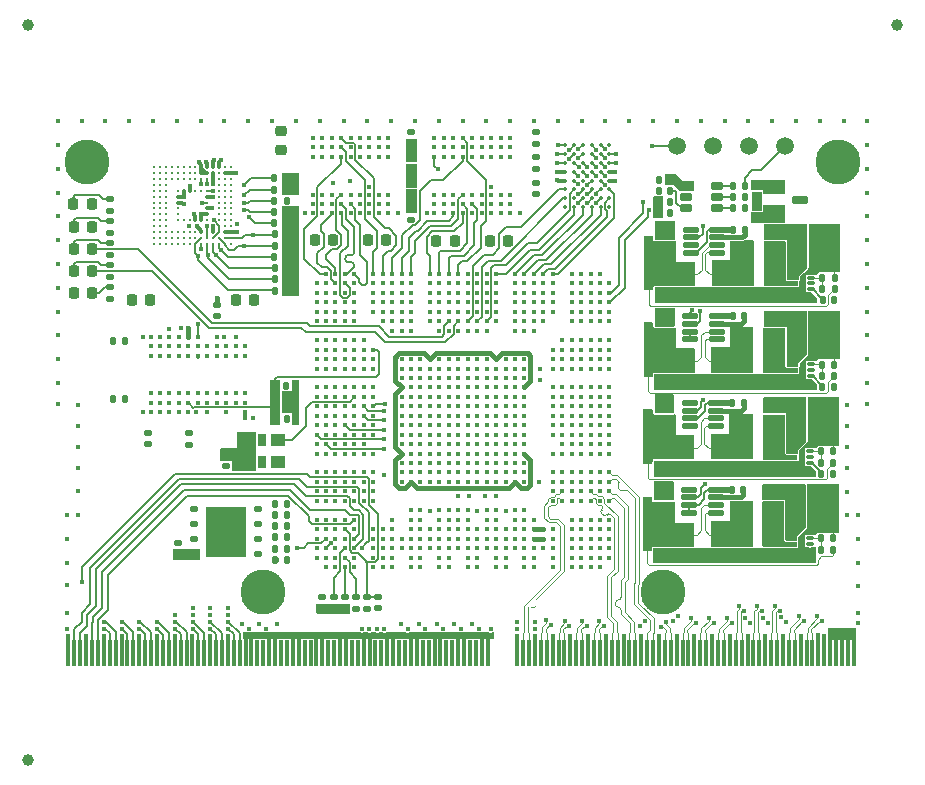
<source format=gtl>
G04 #@! TF.GenerationSoftware,KiCad,Pcbnew,9.0.0*
G04 #@! TF.CreationDate,2025-10-22T11:33:07+02:00*
G04 #@! TF.ProjectId,ecap5-bsom-frame,65636170-352d-4627-936f-6d2d6672616d,rev?*
G04 #@! TF.SameCoordinates,Original*
G04 #@! TF.FileFunction,Copper,L1,Top*
G04 #@! TF.FilePolarity,Positive*
%FSLAX46Y46*%
G04 Gerber Fmt 4.6, Leading zero omitted, Abs format (unit mm)*
G04 Created by KiCad (PCBNEW 9.0.0) date 2025-10-22 11:33:07*
%MOMM*%
%LPD*%
G01*
G04 APERTURE LIST*
G04 Aperture macros list*
%AMRoundRect*
0 Rectangle with rounded corners*
0 $1 Rounding radius*
0 $2 $3 $4 $5 $6 $7 $8 $9 X,Y pos of 4 corners*
0 Add a 4 corners polygon primitive as box body*
4,1,4,$2,$3,$4,$5,$6,$7,$8,$9,$2,$3,0*
0 Add four circle primitives for the rounded corners*
1,1,$1+$1,$2,$3*
1,1,$1+$1,$4,$5*
1,1,$1+$1,$6,$7*
1,1,$1+$1,$8,$9*
0 Add four rect primitives between the rounded corners*
20,1,$1+$1,$2,$3,$4,$5,0*
20,1,$1+$1,$4,$5,$6,$7,0*
20,1,$1+$1,$6,$7,$8,$9,0*
20,1,$1+$1,$8,$9,$2,$3,0*%
G04 Aperture macros list end*
G04 #@! TA.AperFunction,SMDPad,CuDef*
%ADD10R,0.350000X2.250000*%
G04 #@! TD*
G04 #@! TA.AperFunction,SMDPad,CuDef*
%ADD11RoundRect,0.150000X-0.400000X-0.150000X0.400000X-0.150000X0.400000X0.150000X-0.400000X0.150000X0*%
G04 #@! TD*
G04 #@! TA.AperFunction,SMDPad,CuDef*
%ADD12RoundRect,0.135000X0.185000X-0.135000X0.185000X0.135000X-0.185000X0.135000X-0.185000X-0.135000X0*%
G04 #@! TD*
G04 #@! TA.AperFunction,SMDPad,CuDef*
%ADD13RoundRect,0.140000X-0.140000X-0.170000X0.140000X-0.170000X0.140000X0.170000X-0.140000X0.170000X0*%
G04 #@! TD*
G04 #@! TA.AperFunction,SMDPad,CuDef*
%ADD14C,1.500000*%
G04 #@! TD*
G04 #@! TA.AperFunction,SMDPad,CuDef*
%ADD15RoundRect,0.140000X0.140000X0.170000X-0.140000X0.170000X-0.140000X-0.170000X0.140000X-0.170000X0*%
G04 #@! TD*
G04 #@! TA.AperFunction,SMDPad,CuDef*
%ADD16RoundRect,0.140000X-0.170000X0.140000X-0.170000X-0.140000X0.170000X-0.140000X0.170000X0.140000X0*%
G04 #@! TD*
G04 #@! TA.AperFunction,SMDPad,CuDef*
%ADD17RoundRect,0.250000X0.312500X0.625000X-0.312500X0.625000X-0.312500X-0.625000X0.312500X-0.625000X0*%
G04 #@! TD*
G04 #@! TA.AperFunction,SMDPad,CuDef*
%ADD18RoundRect,0.250000X-0.250000X-0.475000X0.250000X-0.475000X0.250000X0.475000X-0.250000X0.475000X0*%
G04 #@! TD*
G04 #@! TA.AperFunction,ComponentPad*
%ADD19C,2.600000*%
G04 #@! TD*
G04 #@! TA.AperFunction,ConnectorPad*
%ADD20C,3.800000*%
G04 #@! TD*
G04 #@! TA.AperFunction,SMDPad,CuDef*
%ADD21RoundRect,0.125000X0.537500X0.125000X-0.537500X0.125000X-0.537500X-0.125000X0.537500X-0.125000X0*%
G04 #@! TD*
G04 #@! TA.AperFunction,SMDPad,CuDef*
%ADD22RoundRect,0.250000X0.475000X-0.250000X0.475000X0.250000X-0.475000X0.250000X-0.475000X-0.250000X0*%
G04 #@! TD*
G04 #@! TA.AperFunction,SMDPad,CuDef*
%ADD23RoundRect,0.218750X0.218750X0.256250X-0.218750X0.256250X-0.218750X-0.256250X0.218750X-0.256250X0*%
G04 #@! TD*
G04 #@! TA.AperFunction,SMDPad,CuDef*
%ADD24C,1.000000*%
G04 #@! TD*
G04 #@! TA.AperFunction,SMDPad,CuDef*
%ADD25RoundRect,0.135000X0.135000X0.185000X-0.135000X0.185000X-0.135000X-0.185000X0.135000X-0.185000X0*%
G04 #@! TD*
G04 #@! TA.AperFunction,SMDPad,CuDef*
%ADD26RoundRect,0.250000X-0.475000X0.250000X-0.475000X-0.250000X0.475000X-0.250000X0.475000X0.250000X0*%
G04 #@! TD*
G04 #@! TA.AperFunction,SMDPad,CuDef*
%ADD27RoundRect,0.140000X0.170000X-0.140000X0.170000X0.140000X-0.170000X0.140000X-0.170000X-0.140000X0*%
G04 #@! TD*
G04 #@! TA.AperFunction,SMDPad,CuDef*
%ADD28R,0.980000X3.400000*%
G04 #@! TD*
G04 #@! TA.AperFunction,SMDPad,CuDef*
%ADD29RoundRect,0.135000X-0.135000X-0.185000X0.135000X-0.185000X0.135000X0.185000X-0.135000X0.185000X0*%
G04 #@! TD*
G04 #@! TA.AperFunction,SMDPad,CuDef*
%ADD30RoundRect,0.225000X0.225000X0.250000X-0.225000X0.250000X-0.225000X-0.250000X0.225000X-0.250000X0*%
G04 #@! TD*
G04 #@! TA.AperFunction,SMDPad,CuDef*
%ADD31RoundRect,0.225000X-0.250000X0.225000X-0.250000X-0.225000X0.250000X-0.225000X0.250000X0.225000X0*%
G04 #@! TD*
G04 #@! TA.AperFunction,SMDPad,CuDef*
%ADD32RoundRect,0.045000X-0.290000X-0.105000X0.290000X-0.105000X0.290000X0.105000X-0.290000X0.105000X0*%
G04 #@! TD*
G04 #@! TA.AperFunction,SMDPad,CuDef*
%ADD33R,1.300000X1.000000*%
G04 #@! TD*
G04 #@! TA.AperFunction,SMDPad,CuDef*
%ADD34R,0.700000X1.000000*%
G04 #@! TD*
G04 #@! TA.AperFunction,SMDPad,CuDef*
%ADD35C,0.450000*%
G04 #@! TD*
G04 #@! TA.AperFunction,BGAPad,CuDef*
%ADD36C,0.400000*%
G04 #@! TD*
G04 #@! TA.AperFunction,SMDPad,CuDef*
%ADD37RoundRect,0.135000X-0.185000X0.135000X-0.185000X-0.135000X0.185000X-0.135000X0.185000X0.135000X0*%
G04 #@! TD*
G04 #@! TA.AperFunction,SMDPad,CuDef*
%ADD38RoundRect,0.050000X-0.600000X-0.250000X0.600000X-0.250000X0.600000X0.250000X-0.600000X0.250000X0*%
G04 #@! TD*
G04 #@! TA.AperFunction,SMDPad,CuDef*
%ADD39C,0.350000*%
G04 #@! TD*
G04 #@! TA.AperFunction,SMDPad,CuDef*
%ADD40RoundRect,0.125000X0.250000X0.125000X-0.250000X0.125000X-0.250000X-0.125000X0.250000X-0.125000X0*%
G04 #@! TD*
G04 #@! TA.AperFunction,HeatsinkPad*
%ADD41R,3.400000X4.300000*%
G04 #@! TD*
G04 #@! TA.AperFunction,SMDPad,CuDef*
%ADD42RoundRect,0.225000X-0.225000X-0.250000X0.225000X-0.250000X0.225000X0.250000X-0.225000X0.250000X0*%
G04 #@! TD*
G04 #@! TA.AperFunction,SMDPad,CuDef*
%ADD43C,0.300000*%
G04 #@! TD*
G04 #@! TA.AperFunction,SMDPad,CuDef*
%ADD44RoundRect,0.218750X-0.218750X-0.256250X0.218750X-0.256250X0.218750X0.256250X-0.218750X0.256250X0*%
G04 #@! TD*
G04 #@! TA.AperFunction,ViaPad*
%ADD45C,0.450000*%
G04 #@! TD*
G04 #@! TA.AperFunction,ViaPad*
%ADD46C,0.410000*%
G04 #@! TD*
G04 #@! TA.AperFunction,Conductor*
%ADD47C,0.110000*%
G04 #@! TD*
G04 #@! TA.AperFunction,Conductor*
%ADD48C,0.200000*%
G04 #@! TD*
G04 #@! TA.AperFunction,Conductor*
%ADD49C,0.300000*%
G04 #@! TD*
G04 #@! TA.AperFunction,Conductor*
%ADD50C,0.350000*%
G04 #@! TD*
G04 #@! TA.AperFunction,Conductor*
%ADD51C,0.400000*%
G04 #@! TD*
G04 #@! TA.AperFunction,Conductor*
%ADD52C,0.150000*%
G04 #@! TD*
G04 #@! TA.AperFunction,Conductor*
%ADD53C,0.500000*%
G04 #@! TD*
G04 #@! TA.AperFunction,Conductor*
%ADD54C,0.140000*%
G04 #@! TD*
G04 #@! TA.AperFunction,Conductor*
%ADD55C,0.120000*%
G04 #@! TD*
G04 APERTURE END LIST*
D10*
X115125000Y-77075000D03*
X115625000Y-77075000D03*
X116125000Y-77075000D03*
X116625000Y-77075000D03*
X117125000Y-77075000D03*
X117625000Y-77075000D03*
X118125000Y-77075000D03*
X118625000Y-77075000D03*
X119125000Y-77075000D03*
X119625000Y-77075000D03*
X120125000Y-77075000D03*
X120625000Y-77075000D03*
X121125000Y-77075000D03*
X121625000Y-77075000D03*
X122125000Y-77075000D03*
X122625000Y-77075000D03*
X123125000Y-77075000D03*
X123625000Y-77075000D03*
X124125000Y-77075000D03*
X124625000Y-77075000D03*
X125125000Y-77075000D03*
X125625000Y-77075000D03*
X126125000Y-77075000D03*
X126625000Y-77075000D03*
X127125000Y-77075000D03*
X127625000Y-77075000D03*
X128125000Y-77075000D03*
X128625000Y-77075000D03*
X129125000Y-77075000D03*
X129625000Y-77075000D03*
X130125000Y-77075000D03*
X130625000Y-77075000D03*
X131125000Y-77075000D03*
X131625000Y-77075000D03*
X132125000Y-77075000D03*
X132625000Y-77075000D03*
X133125000Y-77075000D03*
X133625000Y-77075000D03*
X134125000Y-77075000D03*
X134625000Y-77075000D03*
X135125000Y-77075000D03*
X135625000Y-77075000D03*
X136125000Y-77075000D03*
X136625000Y-77075000D03*
X137125000Y-77075000D03*
X137625000Y-77075000D03*
X138125000Y-77075000D03*
X138625000Y-77075000D03*
X139125000Y-77075000D03*
X139625000Y-77075000D03*
X140125000Y-77075000D03*
X140625000Y-77075000D03*
X141125000Y-77075000D03*
X141625000Y-77075000D03*
X142125000Y-77075000D03*
X142625000Y-77075000D03*
X143125000Y-77075000D03*
X143625000Y-77075000D03*
X144125000Y-77075000D03*
X144625000Y-77075000D03*
X145125000Y-77075000D03*
X145625000Y-77075000D03*
X146125000Y-77075000D03*
X146625000Y-77075000D03*
X147125000Y-77075000D03*
X147625000Y-77075000D03*
X148125000Y-77075000D03*
X148625000Y-77075000D03*
X149125000Y-77075000D03*
X149625000Y-77075000D03*
X150125000Y-77075000D03*
X150625000Y-77075000D03*
X153125000Y-77075000D03*
X153625000Y-77075000D03*
X154125000Y-77075000D03*
X154625000Y-77075000D03*
X155125000Y-77075000D03*
X155625000Y-77075000D03*
X156125000Y-77075000D03*
X156625000Y-77075000D03*
X157125000Y-77075000D03*
X157625000Y-77075000D03*
X158125000Y-77075000D03*
X158625000Y-77075000D03*
X159125000Y-77075000D03*
X159625000Y-77075000D03*
X160125000Y-77075000D03*
X160625000Y-77075000D03*
X161125000Y-77075000D03*
X161625000Y-77075000D03*
X162125000Y-77075000D03*
X162625000Y-77075000D03*
X163125000Y-77075000D03*
X163625000Y-77075000D03*
X164125000Y-77075000D03*
X164625000Y-77075000D03*
X165125000Y-77075000D03*
X165625000Y-77075000D03*
X166125000Y-77075000D03*
X166625000Y-77075000D03*
X167125000Y-77075000D03*
X167625000Y-77075000D03*
X168125000Y-77075000D03*
X168625000Y-77075000D03*
X169125000Y-77075000D03*
X169625000Y-77075000D03*
X170125000Y-77075000D03*
X170625000Y-77075000D03*
X171125000Y-77075000D03*
X171625000Y-77075000D03*
X172125000Y-77075000D03*
X172625000Y-77075000D03*
X173125000Y-77075000D03*
X173625000Y-77075000D03*
X174125000Y-77075000D03*
X174625000Y-77075000D03*
X175125000Y-77075000D03*
X175625000Y-77075000D03*
X176125000Y-77075000D03*
X176625000Y-77075000D03*
X177125000Y-77075000D03*
X177625000Y-77075000D03*
X178125000Y-77075000D03*
X178625000Y-77075000D03*
X179125000Y-77075000D03*
X179625000Y-77075000D03*
X180125000Y-77075000D03*
X180625000Y-77075000D03*
X181125000Y-77075000D03*
X181625000Y-77075000D03*
D11*
X167410000Y-37520000D03*
X167410000Y-38470000D03*
X167410000Y-39420000D03*
X170010000Y-39420000D03*
X170010000Y-38470000D03*
X170010000Y-37520000D03*
D12*
X118655000Y-43350000D03*
X118655000Y-42330000D03*
D13*
X171350000Y-55895000D03*
X172310000Y-55895000D03*
D14*
X169731667Y-34160000D03*
D15*
X119895000Y-55570000D03*
X118935000Y-55570000D03*
D16*
X125310000Y-58445000D03*
X125310000Y-59405000D03*
D17*
X170347500Y-52345000D03*
X167422500Y-52345000D03*
D18*
X176655000Y-63725000D03*
X178555000Y-63725000D03*
D19*
X180300000Y-35489800D03*
D20*
X180300000Y-35489800D03*
D21*
X170072500Y-43170000D03*
X170072500Y-42520000D03*
X170072500Y-41870000D03*
X170072500Y-41220000D03*
X167797500Y-41220000D03*
X167797500Y-41870000D03*
X167797500Y-42520000D03*
X167797500Y-43170000D03*
D13*
X178950000Y-54525000D03*
X179910000Y-54525000D03*
D19*
X116700000Y-35489800D03*
D20*
X116700000Y-35489800D03*
D22*
X165660000Y-43370000D03*
X165660000Y-41470000D03*
D13*
X178880000Y-61865000D03*
X179840000Y-61865000D03*
D23*
X117115000Y-39054400D03*
X115540000Y-39054400D03*
D24*
X111700000Y-23850000D03*
D14*
X175825000Y-34170000D03*
X166685000Y-34160000D03*
D15*
X133590000Y-54451000D03*
X132630000Y-54451000D03*
D25*
X133595000Y-39720000D03*
X132575000Y-39720000D03*
X133610000Y-44470000D03*
X132590000Y-44470000D03*
D26*
X165580000Y-59570000D03*
X165580000Y-61470000D03*
D27*
X144160000Y-33930000D03*
X144160000Y-32970000D03*
D18*
X176785000Y-43645000D03*
X178685000Y-43645000D03*
D28*
X174770000Y-51445000D03*
X172400000Y-51445000D03*
D16*
X144160000Y-39395000D03*
X144160000Y-40355000D03*
D29*
X178970000Y-45270000D03*
X179990000Y-45270000D03*
D22*
X165542500Y-65425000D03*
X165542500Y-63525000D03*
D12*
X137585000Y-73305000D03*
X137585000Y-72285000D03*
D13*
X165105000Y-36995000D03*
X166065000Y-36995000D03*
D21*
X169992500Y-57845000D03*
X169992500Y-57195000D03*
X169992500Y-56545000D03*
X169992500Y-55895000D03*
X167717500Y-55895000D03*
X167717500Y-56545000D03*
X167717500Y-57195000D03*
X167717500Y-57845000D03*
D30*
X142040000Y-42095000D03*
X140490000Y-42095000D03*
D15*
X119885000Y-50620000D03*
X118925000Y-50620000D03*
D12*
X118655000Y-39630000D03*
X118655000Y-38610000D03*
D25*
X133595000Y-36870000D03*
X132575000Y-36870000D03*
D13*
X171305000Y-63220000D03*
X172265000Y-63220000D03*
D24*
X111700000Y-86150000D03*
D27*
X127685000Y-48545000D03*
X127685000Y-47585000D03*
D16*
X121835000Y-58410000D03*
X121835000Y-59370000D03*
D31*
X133160000Y-32895000D03*
X133160000Y-34445000D03*
D13*
X171430000Y-41220000D03*
X172390000Y-41220000D03*
D27*
X124435000Y-68700000D03*
X124435000Y-67740000D03*
D28*
X174735000Y-58815000D03*
X172365000Y-58815000D03*
D14*
X172778333Y-34160000D03*
D18*
X176760000Y-48970000D03*
X178660000Y-48970000D03*
D16*
X141360000Y-72310000D03*
X141360000Y-73270000D03*
D25*
X133615000Y-45420000D03*
X132595000Y-45420000D03*
D22*
X165610000Y-50720000D03*
X165610000Y-48820000D03*
D25*
X133595000Y-40670000D03*
X132575000Y-40670000D03*
D12*
X139485000Y-73305000D03*
X139485000Y-72285000D03*
D17*
X170280000Y-67025000D03*
X167355000Y-67025000D03*
D28*
X174795000Y-44095000D03*
X172425000Y-44095000D03*
D29*
X178840000Y-67350000D03*
X179860000Y-67350000D03*
D12*
X118655000Y-41490000D03*
X118655000Y-40470000D03*
D30*
X152340000Y-42145000D03*
X150790000Y-42145000D03*
D12*
X118655000Y-45210000D03*
X118655000Y-44190000D03*
D32*
X176430000Y-67335000D03*
X176430000Y-67835000D03*
X176430000Y-68335000D03*
X177910000Y-68335000D03*
X177910000Y-67835000D03*
X177910000Y-67335000D03*
D33*
X130230000Y-60915000D03*
D34*
X131530000Y-60915000D03*
D33*
X132830000Y-60915000D03*
X132830000Y-59015000D03*
D34*
X131530000Y-59015000D03*
D33*
X130230000Y-59015000D03*
D12*
X140435000Y-73315000D03*
X140435000Y-72295000D03*
D25*
X133620000Y-57245000D03*
X132600000Y-57245000D03*
D24*
X185300000Y-23850000D03*
D25*
X172395000Y-39410000D03*
X171375000Y-39410000D03*
D30*
X122035000Y-47145000D03*
X120485000Y-47145000D03*
D29*
X132600000Y-65370000D03*
X133620000Y-65370000D03*
D12*
X118660000Y-47070000D03*
X118660000Y-46050000D03*
D26*
X165542500Y-66925000D03*
X165542500Y-68825000D03*
D16*
X144160000Y-35101667D03*
X144160000Y-36061667D03*
D23*
X117140000Y-42840000D03*
X115565000Y-42840000D03*
D18*
X176710000Y-56380000D03*
X178610000Y-56380000D03*
D13*
X179000000Y-47170000D03*
X179960000Y-47170000D03*
D29*
X132600000Y-56305200D03*
X133620000Y-56305200D03*
D18*
X176710000Y-58340000D03*
X178610000Y-58340000D03*
D35*
X122085000Y-56671800D03*
X122085000Y-55871800D03*
X122085000Y-55071800D03*
X122085000Y-51871800D03*
X122085000Y-51071800D03*
X122085000Y-50271800D03*
X122885000Y-56671800D03*
X122885000Y-55871800D03*
X122885000Y-55071800D03*
X122885000Y-51871800D03*
X122885000Y-51071800D03*
X122885000Y-50271800D03*
X123685000Y-56671800D03*
X123685000Y-55871800D03*
X123685000Y-55071800D03*
X123685000Y-51871800D03*
X123685000Y-51071800D03*
X123685000Y-50271800D03*
X124485000Y-56671800D03*
X124485000Y-55871800D03*
X124485000Y-55071800D03*
X124485000Y-51871800D03*
X124485000Y-51071800D03*
X124485000Y-50271800D03*
X125285000Y-56671800D03*
X125285000Y-55871800D03*
X125285000Y-55071800D03*
X125285000Y-51871800D03*
X125285000Y-51071800D03*
X125285000Y-50271800D03*
X126085000Y-55871800D03*
X126085000Y-55071800D03*
X126085000Y-51871800D03*
X126085000Y-51071800D03*
X126085000Y-50271800D03*
X126885000Y-56671800D03*
X126885000Y-55871800D03*
X126885000Y-55071800D03*
X126885000Y-51871800D03*
X126885000Y-51071800D03*
X127685000Y-55871800D03*
X127685000Y-55071800D03*
X127685000Y-51871800D03*
X127685000Y-51071800D03*
X127685000Y-50271800D03*
X128485000Y-56671800D03*
X128485000Y-55871800D03*
X128485000Y-55071800D03*
X128485000Y-51871800D03*
X128485000Y-51071800D03*
X129285000Y-55871800D03*
X129285000Y-55071800D03*
X129285000Y-51871800D03*
X129285000Y-51071800D03*
X129285000Y-50271800D03*
X130085000Y-56671800D03*
X130085000Y-55871800D03*
X130085000Y-55071800D03*
X130085000Y-51871800D03*
X130085000Y-51071800D03*
D25*
X133620000Y-46370000D03*
X132600000Y-46370000D03*
D36*
X136935000Y-44971800D03*
X137735000Y-44971800D03*
X138535000Y-44971800D03*
X139335000Y-44971800D03*
X140935000Y-44971800D03*
X141735000Y-44971800D03*
X142535000Y-44971800D03*
X143335000Y-44971800D03*
X144135000Y-44971800D03*
X145735000Y-44971800D03*
X146535000Y-44971800D03*
X147335000Y-44971800D03*
X148135000Y-44971800D03*
X148935000Y-44971800D03*
X149735000Y-44971800D03*
X150535000Y-44971800D03*
X151335000Y-44971800D03*
X152935000Y-44971800D03*
X153735000Y-44971800D03*
X154535000Y-44971800D03*
X155335000Y-44971800D03*
X156135000Y-44971800D03*
X157735000Y-44971800D03*
X158535000Y-44971800D03*
X159335000Y-44971800D03*
X160135000Y-44971800D03*
X143335000Y-60971800D03*
X144135000Y-60971800D03*
X144935000Y-60971800D03*
X145735000Y-60971800D03*
X146535000Y-60971800D03*
X147335000Y-60971800D03*
X148135000Y-60971800D03*
X148935000Y-60971800D03*
X149735000Y-60971800D03*
X150535000Y-60971800D03*
X151335000Y-60971800D03*
X152135000Y-60971800D03*
X152935000Y-60971800D03*
X153735000Y-60971800D03*
X136135000Y-61771800D03*
X136935000Y-61771800D03*
X137735000Y-61771800D03*
X138535000Y-61771800D03*
X139335000Y-61771800D03*
X140135000Y-61771800D03*
X140935000Y-61771800D03*
X143335000Y-61771800D03*
X144135000Y-61771800D03*
X144935000Y-61771800D03*
X145735000Y-61771800D03*
X146535000Y-61771800D03*
X147335000Y-61771800D03*
X148135000Y-61771800D03*
X148935000Y-61771800D03*
X149735000Y-61771800D03*
X150535000Y-61771800D03*
X151335000Y-61771800D03*
X152135000Y-61771800D03*
X152935000Y-61771800D03*
X153735000Y-61771800D03*
X156135000Y-61771800D03*
X156935000Y-61771800D03*
X157735000Y-61771800D03*
X158535000Y-61771800D03*
X159335000Y-61771800D03*
X160135000Y-61771800D03*
X160935000Y-61771800D03*
X136135000Y-62571800D03*
X136935000Y-62571800D03*
X137735000Y-62571800D03*
X138535000Y-62571800D03*
X139335000Y-62571800D03*
X140135000Y-62571800D03*
X140935000Y-62571800D03*
X143335000Y-62571800D03*
X144135000Y-62571800D03*
X144935000Y-62571800D03*
X145735000Y-62571800D03*
X146535000Y-62571800D03*
X147335000Y-62571800D03*
X148135000Y-62571800D03*
X148935000Y-62571800D03*
X149735000Y-62571800D03*
X150535000Y-62571800D03*
X151335000Y-62571800D03*
X152135000Y-62571800D03*
X152935000Y-62571800D03*
X153735000Y-62571800D03*
X156135000Y-62571800D03*
X156935000Y-62571800D03*
X157735000Y-62571800D03*
X158535000Y-62571800D03*
X159335000Y-62571800D03*
X160135000Y-62571800D03*
X160935000Y-62571800D03*
X136135000Y-63371800D03*
X136935000Y-63371800D03*
X137735000Y-63371800D03*
X138535000Y-63371800D03*
X139335000Y-63371800D03*
X140135000Y-63371800D03*
X140935000Y-63371800D03*
X156135000Y-63371800D03*
X156935000Y-63371800D03*
X157735000Y-63371800D03*
X158535000Y-63371800D03*
X159335000Y-63371800D03*
X160135000Y-63371800D03*
X160935000Y-63371800D03*
X136135000Y-64171800D03*
X136935000Y-64171800D03*
X137735000Y-64171800D03*
X138535000Y-64171800D03*
X139335000Y-64171800D03*
X140135000Y-64171800D03*
X140935000Y-64171800D03*
X156135000Y-64171800D03*
X156935000Y-64171800D03*
X157735000Y-64171800D03*
X158535000Y-64171800D03*
X159335000Y-64171800D03*
X160135000Y-64171800D03*
X160935000Y-64171800D03*
X144135000Y-64971800D03*
X144935000Y-64971800D03*
X146535000Y-64971800D03*
X147335000Y-64971800D03*
X148135000Y-64971800D03*
X148935000Y-64971800D03*
X150535000Y-64971800D03*
X151335000Y-64971800D03*
X152935000Y-64971800D03*
X153735000Y-64971800D03*
X136135000Y-65771800D03*
X136935000Y-65771800D03*
X137735000Y-65771800D03*
X138535000Y-65771800D03*
X139335000Y-65771800D03*
X142535000Y-65771800D03*
X144135000Y-65771800D03*
X144935000Y-65771800D03*
X146535000Y-65771800D03*
X147335000Y-65771800D03*
X148135000Y-65771800D03*
X148935000Y-65771800D03*
X150535000Y-65771800D03*
X151335000Y-65771800D03*
X152935000Y-65771800D03*
X153735000Y-65771800D03*
X154535000Y-65771800D03*
X157735000Y-65771800D03*
X158535000Y-65771800D03*
X159335000Y-65771800D03*
X160135000Y-65771800D03*
X160935000Y-65771800D03*
X136135000Y-66571800D03*
X136935000Y-66571800D03*
X137735000Y-66571800D03*
X138535000Y-66571800D03*
X139335000Y-66571800D03*
X140935000Y-66571800D03*
X141735000Y-66571800D03*
X142535000Y-66571800D03*
X144135000Y-66571800D03*
X144935000Y-66571800D03*
X146535000Y-66571800D03*
X147335000Y-66571800D03*
X148135000Y-66571800D03*
X148935000Y-66571800D03*
X150535000Y-66571800D03*
X151335000Y-66571800D03*
X152935000Y-66571800D03*
X153735000Y-66571800D03*
X154535000Y-66571800D03*
X155335000Y-66571800D03*
X156135000Y-66571800D03*
X157735000Y-66571800D03*
X158535000Y-66571800D03*
X159335000Y-66571800D03*
X160135000Y-66571800D03*
X160935000Y-66571800D03*
X136135000Y-67371800D03*
X136935000Y-67371800D03*
X137735000Y-67371800D03*
X138535000Y-67371800D03*
X139335000Y-67371800D03*
X140935000Y-67371800D03*
X141735000Y-67371800D03*
X142535000Y-67371800D03*
X143335000Y-67371800D03*
X144135000Y-67371800D03*
X144935000Y-67371800D03*
X145735000Y-67371800D03*
X146535000Y-67371800D03*
X147335000Y-67371800D03*
X148135000Y-67371800D03*
X148935000Y-67371800D03*
X149735000Y-67371800D03*
X150535000Y-67371800D03*
X151335000Y-67371800D03*
X152135000Y-67371800D03*
X152935000Y-67371800D03*
X153735000Y-67371800D03*
X154535000Y-67371800D03*
X155335000Y-67371800D03*
X156135000Y-67371800D03*
X157735000Y-67371800D03*
X158535000Y-67371800D03*
X159335000Y-67371800D03*
X160135000Y-67371800D03*
X160935000Y-67371800D03*
X136135000Y-68171800D03*
X136935000Y-68171800D03*
X137735000Y-68171800D03*
X138535000Y-68171800D03*
X139335000Y-68171800D03*
X140935000Y-68171800D03*
X141735000Y-68171800D03*
X142535000Y-68171800D03*
X143335000Y-68171800D03*
X144135000Y-68171800D03*
X144935000Y-68171800D03*
X145735000Y-68171800D03*
X146535000Y-68171800D03*
X147335000Y-68171800D03*
X148135000Y-68171800D03*
X148935000Y-68171800D03*
X149735000Y-68171800D03*
X150535000Y-68171800D03*
X151335000Y-68171800D03*
X152135000Y-68171800D03*
X152935000Y-68171800D03*
X153735000Y-68171800D03*
X154535000Y-68171800D03*
X155335000Y-68171800D03*
X156135000Y-68171800D03*
X157735000Y-68171800D03*
X158535000Y-68171800D03*
X159335000Y-68171800D03*
X160135000Y-68171800D03*
X160935000Y-68171800D03*
X136135000Y-68971800D03*
X136935000Y-68971800D03*
X137735000Y-68971800D03*
X138535000Y-68971800D03*
X139335000Y-68971800D03*
X140935000Y-68971800D03*
X141735000Y-68971800D03*
X142535000Y-68971800D03*
X144135000Y-68971800D03*
X144935000Y-68971800D03*
X146535000Y-68971800D03*
X147335000Y-68971800D03*
X148935000Y-68971800D03*
X149735000Y-68971800D03*
X151335000Y-68971800D03*
X152135000Y-68971800D03*
X153735000Y-68971800D03*
X154535000Y-68971800D03*
X156135000Y-68971800D03*
X157735000Y-68971800D03*
X158535000Y-68971800D03*
X159335000Y-68971800D03*
X160135000Y-68971800D03*
X160935000Y-68971800D03*
X136935000Y-69771800D03*
X137735000Y-69771800D03*
X138535000Y-69771800D03*
X139335000Y-69771800D03*
X140935000Y-69771800D03*
X141735000Y-69771800D03*
X142535000Y-69771800D03*
X144135000Y-69771800D03*
X144935000Y-69771800D03*
X146535000Y-69771800D03*
X147335000Y-69771800D03*
X148935000Y-69771800D03*
X149735000Y-69771800D03*
X151335000Y-69771800D03*
X152135000Y-69771800D03*
X153735000Y-69771800D03*
X154535000Y-69771800D03*
X156135000Y-69771800D03*
X157735000Y-69771800D03*
X158535000Y-69771800D03*
X159335000Y-69771800D03*
X160135000Y-69771800D03*
X136135000Y-45771800D03*
X136935000Y-45771800D03*
X137735000Y-45771800D03*
X138535000Y-45771800D03*
X139335000Y-45771800D03*
X140935000Y-45771800D03*
X141735000Y-45771800D03*
X142535000Y-45771800D03*
X143335000Y-45771800D03*
X144135000Y-45771800D03*
X145735000Y-45771800D03*
X146535000Y-45771800D03*
X147335000Y-45771800D03*
X148135000Y-45771800D03*
X148935000Y-45771800D03*
X149735000Y-45771800D03*
X150535000Y-45771800D03*
X151335000Y-45771800D03*
X152935000Y-45771800D03*
X153735000Y-45771800D03*
X154535000Y-45771800D03*
X155335000Y-45771800D03*
X156135000Y-45771800D03*
X157735000Y-45771800D03*
X158535000Y-45771800D03*
X159335000Y-45771800D03*
X160135000Y-45771800D03*
X160935000Y-45771800D03*
X136135000Y-46571800D03*
X136935000Y-46571800D03*
X137735000Y-46571800D03*
X138535000Y-46571800D03*
X139335000Y-46571800D03*
X140935000Y-46571800D03*
X141735000Y-46571800D03*
X142535000Y-46571800D03*
X143335000Y-46571800D03*
X144135000Y-46571800D03*
X145735000Y-46571800D03*
X146535000Y-46571800D03*
X147335000Y-46571800D03*
X148135000Y-46571800D03*
X148935000Y-46571800D03*
X149735000Y-46571800D03*
X150535000Y-46571800D03*
X151335000Y-46571800D03*
X152935000Y-46571800D03*
X153735000Y-46571800D03*
X154535000Y-46571800D03*
X155335000Y-46571800D03*
X156135000Y-46571800D03*
X157735000Y-46571800D03*
X158535000Y-46571800D03*
X159335000Y-46571800D03*
X160135000Y-46571800D03*
X160935000Y-46571800D03*
X136135000Y-47371800D03*
X136935000Y-47371800D03*
X137735000Y-47371800D03*
X138535000Y-47371800D03*
X139335000Y-47371800D03*
X140935000Y-47371800D03*
X141735000Y-47371800D03*
X142535000Y-47371800D03*
X143335000Y-47371800D03*
X144135000Y-47371800D03*
X145735000Y-47371800D03*
X146535000Y-47371800D03*
X147335000Y-47371800D03*
X148135000Y-47371800D03*
X148935000Y-47371800D03*
X149735000Y-47371800D03*
X150535000Y-47371800D03*
X151335000Y-47371800D03*
X152935000Y-47371800D03*
X153735000Y-47371800D03*
X154535000Y-47371800D03*
X155335000Y-47371800D03*
X156135000Y-47371800D03*
X157735000Y-47371800D03*
X158535000Y-47371800D03*
X159335000Y-47371800D03*
X160135000Y-47371800D03*
X160935000Y-47371800D03*
X136135000Y-48171800D03*
X136935000Y-48171800D03*
X137735000Y-48171800D03*
X138535000Y-48171800D03*
X139335000Y-48171800D03*
X140935000Y-48171800D03*
X141735000Y-48171800D03*
X142535000Y-48171800D03*
X143335000Y-48171800D03*
X144135000Y-48171800D03*
X145735000Y-48171800D03*
X146535000Y-48171800D03*
X147335000Y-48171800D03*
X148135000Y-48171800D03*
X148935000Y-48171800D03*
X149735000Y-48171800D03*
X150535000Y-48171800D03*
X151335000Y-48171800D03*
X152935000Y-48171800D03*
X153735000Y-48171800D03*
X154535000Y-48171800D03*
X155335000Y-48171800D03*
X156135000Y-48171800D03*
X157735000Y-48171800D03*
X158535000Y-48171800D03*
X159335000Y-48171800D03*
X160135000Y-48171800D03*
X160935000Y-48171800D03*
X136135000Y-48971800D03*
X136935000Y-48971800D03*
X137735000Y-48971800D03*
X138535000Y-48971800D03*
X139335000Y-48971800D03*
X141735000Y-48971800D03*
X142535000Y-48971800D03*
X143335000Y-48971800D03*
X144135000Y-48971800D03*
X145735000Y-48971800D03*
X146535000Y-48971800D03*
X147335000Y-48971800D03*
X148135000Y-48971800D03*
X148935000Y-48971800D03*
X149735000Y-48971800D03*
X150535000Y-48971800D03*
X151335000Y-48971800D03*
X152935000Y-48971800D03*
X153735000Y-48971800D03*
X154535000Y-48971800D03*
X155335000Y-48971800D03*
X157735000Y-48971800D03*
X158535000Y-48971800D03*
X159335000Y-48971800D03*
X160135000Y-48971800D03*
X160935000Y-48971800D03*
X142535000Y-49771800D03*
X143335000Y-49771800D03*
X144135000Y-49771800D03*
X146535000Y-49771800D03*
X147335000Y-49771800D03*
X148135000Y-49771800D03*
X148935000Y-49771800D03*
X149735000Y-49771800D03*
X150535000Y-49771800D03*
X152935000Y-49771800D03*
X153735000Y-49771800D03*
X154535000Y-49771800D03*
X136135000Y-50571800D03*
X136935000Y-50571800D03*
X137735000Y-50571800D03*
X138535000Y-50571800D03*
X139335000Y-50571800D03*
X140135000Y-50571800D03*
X156935000Y-50571800D03*
X157735000Y-50571800D03*
X158535000Y-50571800D03*
X159335000Y-50571800D03*
X160135000Y-50571800D03*
X160935000Y-50571800D03*
X136135000Y-51371800D03*
X136935000Y-51371800D03*
X137735000Y-51371800D03*
X138535000Y-51371800D03*
X139335000Y-51371800D03*
X140135000Y-51371800D03*
X140935000Y-51371800D03*
X156135000Y-51371800D03*
X156935000Y-51371800D03*
X157735000Y-51371800D03*
X158535000Y-51371800D03*
X159335000Y-51371800D03*
X160135000Y-51371800D03*
X160935000Y-51371800D03*
X136135000Y-52171800D03*
X136935000Y-52171800D03*
X137735000Y-52171800D03*
X138535000Y-52171800D03*
X139335000Y-52171800D03*
X140135000Y-52171800D03*
X140935000Y-52171800D03*
X143335000Y-52171800D03*
X144135000Y-52171800D03*
X144935000Y-52171800D03*
X145735000Y-52171800D03*
X146535000Y-52171800D03*
X147335000Y-52171800D03*
X148135000Y-52171800D03*
X148935000Y-52171800D03*
X149735000Y-52171800D03*
X150535000Y-52171800D03*
X151335000Y-52171800D03*
X152135000Y-52171800D03*
X152935000Y-52171800D03*
X153735000Y-52171800D03*
X156135000Y-52171800D03*
X156935000Y-52171800D03*
X157735000Y-52171800D03*
X158535000Y-52171800D03*
X159335000Y-52171800D03*
X160135000Y-52171800D03*
X160935000Y-52171800D03*
X136135000Y-52971800D03*
X136935000Y-52971800D03*
X137735000Y-52971800D03*
X138535000Y-52971800D03*
X139335000Y-52971800D03*
X140135000Y-52971800D03*
X140935000Y-52971800D03*
X143335000Y-52971800D03*
X144135000Y-52971800D03*
X144935000Y-52971800D03*
X145735000Y-52971800D03*
X146535000Y-52971800D03*
X147335000Y-52971800D03*
X148135000Y-52971800D03*
X148935000Y-52971800D03*
X149735000Y-52971800D03*
X150535000Y-52971800D03*
X151335000Y-52971800D03*
X152135000Y-52971800D03*
X152935000Y-52971800D03*
X153735000Y-52971800D03*
X156135000Y-52971800D03*
X156935000Y-52971800D03*
X157735000Y-52971800D03*
X158535000Y-52971800D03*
X159335000Y-52971800D03*
X160135000Y-52971800D03*
X160935000Y-52971800D03*
X143335000Y-53771800D03*
X144135000Y-53771800D03*
X144935000Y-53771800D03*
X145735000Y-53771800D03*
X146535000Y-53771800D03*
X147335000Y-53771800D03*
X148135000Y-53771800D03*
X148935000Y-53771800D03*
X149735000Y-53771800D03*
X150535000Y-53771800D03*
X151335000Y-53771800D03*
X152135000Y-53771800D03*
X152935000Y-53771800D03*
X153735000Y-53771800D03*
X136135000Y-54571800D03*
X136935000Y-54571800D03*
X137735000Y-54571800D03*
X138535000Y-54571800D03*
X139335000Y-54571800D03*
X140135000Y-54571800D03*
X140935000Y-54571800D03*
X143335000Y-54571800D03*
X144135000Y-54571800D03*
X144935000Y-54571800D03*
X145735000Y-54571800D03*
X146535000Y-54571800D03*
X147335000Y-54571800D03*
X148135000Y-54571800D03*
X148935000Y-54571800D03*
X149735000Y-54571800D03*
X150535000Y-54571800D03*
X151335000Y-54571800D03*
X152135000Y-54571800D03*
X152935000Y-54571800D03*
X153735000Y-54571800D03*
X156135000Y-54571800D03*
X156935000Y-54571800D03*
X157735000Y-54571800D03*
X158535000Y-54571800D03*
X159335000Y-54571800D03*
X160135000Y-54571800D03*
X160935000Y-54571800D03*
X136135000Y-55371800D03*
X136935000Y-55371800D03*
X137735000Y-55371800D03*
X138535000Y-55371800D03*
X139335000Y-55371800D03*
X140135000Y-55371800D03*
X140935000Y-55371800D03*
X143335000Y-55371800D03*
X144135000Y-55371800D03*
X144935000Y-55371800D03*
X145735000Y-55371800D03*
X146535000Y-55371800D03*
X147335000Y-55371800D03*
X148135000Y-55371800D03*
X148935000Y-55371800D03*
X149735000Y-55371800D03*
X150535000Y-55371800D03*
X151335000Y-55371800D03*
X152135000Y-55371800D03*
X152935000Y-55371800D03*
X153735000Y-55371800D03*
X156135000Y-55371800D03*
X156935000Y-55371800D03*
X157735000Y-55371800D03*
X158535000Y-55371800D03*
X159335000Y-55371800D03*
X160135000Y-55371800D03*
X160935000Y-55371800D03*
X136135000Y-56171800D03*
X136935000Y-56171800D03*
X137735000Y-56171800D03*
X138535000Y-56171800D03*
X139335000Y-56171800D03*
X140135000Y-56171800D03*
X140935000Y-56171800D03*
X143335000Y-56171800D03*
X144135000Y-56171800D03*
X144935000Y-56171800D03*
X145735000Y-56171800D03*
X146535000Y-56171800D03*
X147335000Y-56171800D03*
X148135000Y-56171800D03*
X148935000Y-56171800D03*
X149735000Y-56171800D03*
X150535000Y-56171800D03*
X151335000Y-56171800D03*
X152135000Y-56171800D03*
X152935000Y-56171800D03*
X153735000Y-56171800D03*
X156135000Y-56171800D03*
X156935000Y-56171800D03*
X157735000Y-56171800D03*
X158535000Y-56171800D03*
X159335000Y-56171800D03*
X160135000Y-56171800D03*
X160935000Y-56171800D03*
X136135000Y-56971800D03*
X136935000Y-56971800D03*
X137735000Y-56971800D03*
X138535000Y-56971800D03*
X139335000Y-56971800D03*
X140135000Y-56971800D03*
X140935000Y-56971800D03*
X143335000Y-56971800D03*
X144135000Y-56971800D03*
X144935000Y-56971800D03*
X145735000Y-56971800D03*
X146535000Y-56971800D03*
X147335000Y-56971800D03*
X148135000Y-56971800D03*
X148935000Y-56971800D03*
X149735000Y-56971800D03*
X150535000Y-56971800D03*
X151335000Y-56971800D03*
X152135000Y-56971800D03*
X152935000Y-56971800D03*
X153735000Y-56971800D03*
X156135000Y-56971800D03*
X156935000Y-56971800D03*
X157735000Y-56971800D03*
X158535000Y-56971800D03*
X159335000Y-56971800D03*
X160135000Y-56971800D03*
X160935000Y-56971800D03*
X136135000Y-57771800D03*
X136935000Y-57771800D03*
X137735000Y-57771800D03*
X138535000Y-57771800D03*
X139335000Y-57771800D03*
X140135000Y-57771800D03*
X140935000Y-57771800D03*
X143335000Y-57771800D03*
X144135000Y-57771800D03*
X144935000Y-57771800D03*
X145735000Y-57771800D03*
X146535000Y-57771800D03*
X147335000Y-57771800D03*
X148135000Y-57771800D03*
X148935000Y-57771800D03*
X149735000Y-57771800D03*
X150535000Y-57771800D03*
X151335000Y-57771800D03*
X152135000Y-57771800D03*
X152935000Y-57771800D03*
X153735000Y-57771800D03*
X156135000Y-57771800D03*
X156935000Y-57771800D03*
X157735000Y-57771800D03*
X158535000Y-57771800D03*
X159335000Y-57771800D03*
X160135000Y-57771800D03*
X160935000Y-57771800D03*
X136135000Y-58571800D03*
X136935000Y-58571800D03*
X137735000Y-58571800D03*
X138535000Y-58571800D03*
X139335000Y-58571800D03*
X140135000Y-58571800D03*
X140935000Y-58571800D03*
X143335000Y-58571800D03*
X144135000Y-58571800D03*
X144935000Y-58571800D03*
X145735000Y-58571800D03*
X146535000Y-58571800D03*
X147335000Y-58571800D03*
X148135000Y-58571800D03*
X148935000Y-58571800D03*
X149735000Y-58571800D03*
X150535000Y-58571800D03*
X151335000Y-58571800D03*
X152135000Y-58571800D03*
X152935000Y-58571800D03*
X153735000Y-58571800D03*
X156135000Y-58571800D03*
X156935000Y-58571800D03*
X157735000Y-58571800D03*
X158535000Y-58571800D03*
X159335000Y-58571800D03*
X160135000Y-58571800D03*
X160935000Y-58571800D03*
X136135000Y-59371800D03*
X136935000Y-59371800D03*
X137735000Y-59371800D03*
X138535000Y-59371800D03*
X139335000Y-59371800D03*
X140135000Y-59371800D03*
X143335000Y-59371800D03*
X144135000Y-59371800D03*
X144935000Y-59371800D03*
X145735000Y-59371800D03*
X146535000Y-59371800D03*
X147335000Y-59371800D03*
X148135000Y-59371800D03*
X148935000Y-59371800D03*
X149735000Y-59371800D03*
X150535000Y-59371800D03*
X151335000Y-59371800D03*
X152135000Y-59371800D03*
X152935000Y-59371800D03*
X153735000Y-59371800D03*
X156935000Y-59371800D03*
X157735000Y-59371800D03*
X158535000Y-59371800D03*
X159335000Y-59371800D03*
X160135000Y-59371800D03*
X160935000Y-59371800D03*
X136135000Y-60171800D03*
X136935000Y-60171800D03*
X137735000Y-60171800D03*
X138535000Y-60171800D03*
X139335000Y-60171800D03*
X140135000Y-60171800D03*
X140935000Y-60171800D03*
X143335000Y-60171800D03*
X144135000Y-60171800D03*
X144935000Y-60171800D03*
X145735000Y-60171800D03*
X146535000Y-60171800D03*
X147335000Y-60171800D03*
X148135000Y-60171800D03*
X148935000Y-60171800D03*
X149735000Y-60171800D03*
X150535000Y-60171800D03*
X151335000Y-60171800D03*
X152135000Y-60171800D03*
X152935000Y-60171800D03*
X153735000Y-60171800D03*
X156135000Y-60171800D03*
X156935000Y-60171800D03*
X157735000Y-60171800D03*
X158535000Y-60171800D03*
X159335000Y-60171800D03*
X160135000Y-60171800D03*
X160935000Y-60171800D03*
D15*
X166065000Y-37920000D03*
X165105000Y-37920000D03*
D23*
X117142500Y-40980000D03*
X115567500Y-40980000D03*
D25*
X179990000Y-46220000D03*
X178970000Y-46220000D03*
X179885000Y-60940000D03*
X178865000Y-60940000D03*
D18*
X176760000Y-50945000D03*
X178660000Y-50945000D03*
D26*
X165610000Y-52220000D03*
X165610000Y-54120000D03*
D37*
X136635000Y-72285000D03*
X136635000Y-73305000D03*
D32*
X176455000Y-59965000D03*
X176455000Y-60465000D03*
X176455000Y-60965000D03*
X177935000Y-60965000D03*
X177935000Y-60465000D03*
X177935000Y-59965000D03*
D25*
X172395000Y-38470000D03*
X171375000Y-38470000D03*
D38*
X175010000Y-37720000D03*
X175010000Y-39620000D03*
X177110000Y-38670000D03*
D25*
X133600000Y-42570000D03*
X132580000Y-42570000D03*
X133595000Y-37820000D03*
X132575000Y-37820000D03*
D16*
X128435000Y-60260000D03*
X128435000Y-61220000D03*
D39*
X157185000Y-34059300D03*
X157935000Y-34059300D03*
X158685000Y-34059300D03*
X159435000Y-34059300D03*
X160185000Y-34059300D03*
X160935000Y-34059300D03*
X157185000Y-34809300D03*
X157935000Y-34809300D03*
X158685000Y-34809300D03*
X159435000Y-34809300D03*
X160185000Y-34809300D03*
X160935000Y-34809300D03*
X157185000Y-35559300D03*
X157935000Y-35559300D03*
X158685000Y-35559300D03*
X159435000Y-35559300D03*
X160185000Y-35559300D03*
X160935000Y-35559300D03*
X157185000Y-36309300D03*
X157935000Y-36309300D03*
X158685000Y-36309300D03*
X159435000Y-36309300D03*
X160185000Y-36309300D03*
X160935000Y-36309300D03*
X157185000Y-37059300D03*
X157935000Y-37059300D03*
X158685000Y-37059300D03*
X159435000Y-37059300D03*
X160185000Y-37059300D03*
X160935000Y-37059300D03*
X157185000Y-37809300D03*
X157935000Y-37809300D03*
X158685000Y-37809300D03*
X159435000Y-37809300D03*
X160185000Y-37809300D03*
X160935000Y-37809300D03*
X157185000Y-38559300D03*
X157935000Y-38559300D03*
X158685000Y-38559300D03*
X159435000Y-38559300D03*
X160185000Y-38559300D03*
X160935000Y-38559300D03*
X157185000Y-39309300D03*
X157935000Y-39309300D03*
X158685000Y-39309300D03*
X159435000Y-39309300D03*
X160185000Y-39309300D03*
X160935000Y-39309300D03*
D29*
X132600000Y-66320000D03*
X133620000Y-66320000D03*
D40*
X131160000Y-68715000D03*
X131160000Y-67445000D03*
X131160000Y-66175000D03*
X131160000Y-64905000D03*
X125760000Y-64905000D03*
X125760000Y-66175000D03*
X125760000Y-67445000D03*
X125760000Y-68715000D03*
D41*
X128460000Y-66810000D03*
D17*
X170317500Y-59695000D03*
X167392500Y-59695000D03*
D25*
X133600000Y-41620000D03*
X132580000Y-41620000D03*
D19*
X165460000Y-71870000D03*
D20*
X165460000Y-71870000D03*
D16*
X154685000Y-32960000D03*
X154685000Y-33920000D03*
X154685000Y-37243333D03*
X154685000Y-38203333D03*
D29*
X132600000Y-64420000D03*
X133620000Y-64420000D03*
X165075000Y-38850000D03*
X166095000Y-38850000D03*
D22*
X165580000Y-58070000D03*
X165580000Y-56170000D03*
D29*
X132600000Y-67275000D03*
X133620000Y-67275000D03*
X178865000Y-59990000D03*
X179885000Y-59990000D03*
D42*
X135990000Y-42120000D03*
X137540000Y-42120000D03*
D25*
X179860000Y-68350000D03*
X178840000Y-68350000D03*
D27*
X173410000Y-38375000D03*
X173410000Y-37415000D03*
D13*
X171380000Y-48545000D03*
X172340000Y-48545000D03*
D17*
X170397500Y-45020000D03*
X167472500Y-45020000D03*
D18*
X176785000Y-41670000D03*
X178685000Y-41670000D03*
D12*
X138535000Y-73305000D03*
X138535000Y-72285000D03*
D35*
X142215000Y-33445000D03*
X142215000Y-34245000D03*
X142215000Y-35045000D03*
X142215000Y-38245000D03*
X142215000Y-39045000D03*
X142215000Y-39845000D03*
X141415000Y-33445000D03*
X141415000Y-34245000D03*
X141415000Y-35045000D03*
X141415000Y-38245000D03*
X141415000Y-39045000D03*
X141415000Y-39845000D03*
X140615000Y-33445000D03*
X140615000Y-34245000D03*
X140615000Y-35045000D03*
X140615000Y-38245000D03*
X140615000Y-39045000D03*
X140615000Y-39845000D03*
X139815000Y-33445000D03*
X139815000Y-34245000D03*
X139815000Y-35045000D03*
X139815000Y-38245000D03*
X139815000Y-39045000D03*
X139815000Y-39845000D03*
X139015000Y-33445000D03*
X139015000Y-34245000D03*
X139015000Y-35045000D03*
X139015000Y-38245000D03*
X139015000Y-39045000D03*
X139015000Y-39845000D03*
X138215000Y-33445000D03*
X138215000Y-34245000D03*
X138215000Y-35045000D03*
X138215000Y-38245000D03*
X138215000Y-39045000D03*
X138215000Y-39845000D03*
X137415000Y-33445000D03*
X137415000Y-34245000D03*
X137415000Y-35045000D03*
X137415000Y-38245000D03*
X137415000Y-39045000D03*
X137415000Y-39845000D03*
X136615000Y-33445000D03*
X136615000Y-34245000D03*
X136615000Y-35045000D03*
X136615000Y-38245000D03*
X136615000Y-39045000D03*
X136615000Y-39845000D03*
X135815000Y-33445000D03*
X135815000Y-34245000D03*
X135815000Y-35045000D03*
X135815000Y-38245000D03*
X135815000Y-39045000D03*
X135815000Y-39845000D03*
D29*
X132575000Y-38770000D03*
X133595000Y-38770000D03*
D25*
X172395000Y-37520000D03*
X171375000Y-37520000D03*
D29*
X132600000Y-69175000D03*
X133620000Y-69175000D03*
D13*
X132630000Y-55365400D03*
X133590000Y-55365400D03*
D29*
X132600000Y-68225000D03*
X133620000Y-68225000D03*
D25*
X179940000Y-53600000D03*
X178920000Y-53600000D03*
D16*
X154685000Y-35101667D03*
X154685000Y-36061667D03*
D42*
X146290000Y-42145000D03*
X147840000Y-42145000D03*
D27*
X144160000Y-38196667D03*
X144160000Y-37236667D03*
D35*
X152515000Y-33445000D03*
X152515000Y-34245000D03*
X152515000Y-35045000D03*
X152515000Y-38245000D03*
X152515000Y-39045000D03*
X152515000Y-39845000D03*
X151715000Y-33445000D03*
X151715000Y-34245000D03*
X151715000Y-35045000D03*
X151715000Y-38245000D03*
X151715000Y-39045000D03*
X151715000Y-39845000D03*
X150915000Y-33445000D03*
X150915000Y-34245000D03*
X150915000Y-35045000D03*
X150915000Y-38245000D03*
X150915000Y-39045000D03*
X150915000Y-39845000D03*
X150115000Y-33445000D03*
X150115000Y-34245000D03*
X150115000Y-35045000D03*
X150115000Y-38245000D03*
X150115000Y-39045000D03*
X150115000Y-39845000D03*
X149315000Y-33445000D03*
X149315000Y-34245000D03*
X149315000Y-35045000D03*
X149315000Y-38245000D03*
X149315000Y-39045000D03*
X149315000Y-39845000D03*
X148515000Y-33445000D03*
X148515000Y-34245000D03*
X148515000Y-35045000D03*
X148515000Y-38245000D03*
X148515000Y-39045000D03*
X148515000Y-39845000D03*
X147715000Y-33445000D03*
X147715000Y-34245000D03*
X147715000Y-35045000D03*
X147715000Y-38245000D03*
X147715000Y-39045000D03*
X147715000Y-39845000D03*
X146915000Y-33445000D03*
X146915000Y-34245000D03*
X146915000Y-35045000D03*
X146915000Y-38245000D03*
X146915000Y-39045000D03*
X146915000Y-39845000D03*
X146115000Y-33445000D03*
X146115000Y-34245000D03*
X146115000Y-35045000D03*
X146115000Y-38245000D03*
X146115000Y-39045000D03*
X146115000Y-39845000D03*
D43*
X128885000Y-42420000D03*
X128385000Y-42420000D03*
X127885000Y-42420000D03*
X127385000Y-42420000D03*
X126885000Y-42420000D03*
X126385000Y-42420000D03*
X125885000Y-42420000D03*
X125385000Y-42420000D03*
X124885000Y-42420000D03*
X124385000Y-42420000D03*
X123885000Y-42420000D03*
X123385000Y-42420000D03*
X122885000Y-42420000D03*
X122385000Y-42420000D03*
X128885000Y-41920000D03*
X128385000Y-41920000D03*
X127885000Y-41920000D03*
X127385000Y-41920000D03*
X126885000Y-41920000D03*
X126385000Y-41920000D03*
X125885000Y-41920000D03*
X125385000Y-41920000D03*
X124885000Y-41920000D03*
X124385000Y-41920000D03*
X123885000Y-41920000D03*
X123385000Y-41920000D03*
X122885000Y-41920000D03*
X122385000Y-41920000D03*
X128885000Y-41420000D03*
X128385000Y-41420000D03*
X127885000Y-41420000D03*
X127385000Y-41420000D03*
X126885000Y-41420000D03*
X126385000Y-41420000D03*
X125885000Y-41420000D03*
X125385000Y-41420000D03*
X124885000Y-41420000D03*
X124385000Y-41420000D03*
X123885000Y-41420000D03*
X123385000Y-41420000D03*
X122885000Y-41420000D03*
X122385000Y-41420000D03*
X128885000Y-40920000D03*
X128385000Y-40920000D03*
X127885000Y-40920000D03*
X123385000Y-40920000D03*
X122885000Y-40920000D03*
X122385000Y-40920000D03*
X128885000Y-40420000D03*
X128385000Y-40420000D03*
X127885000Y-40420000D03*
X126885000Y-40420000D03*
X126385000Y-40420000D03*
X125885000Y-40420000D03*
X125385000Y-40420000D03*
X124885000Y-40420000D03*
X124385000Y-40420000D03*
X123385000Y-40420000D03*
X122885000Y-40420000D03*
X122385000Y-40420000D03*
X128885000Y-39920000D03*
X128385000Y-39920000D03*
X127885000Y-39920000D03*
X126885000Y-39920000D03*
X124385000Y-39920000D03*
X123385000Y-39920000D03*
X122885000Y-39920000D03*
X122385000Y-39920000D03*
X128885000Y-39420000D03*
X128385000Y-39420000D03*
X127885000Y-39420000D03*
X126885000Y-39420000D03*
X124385000Y-39420000D03*
X123385000Y-39420000D03*
X122885000Y-39420000D03*
X122385000Y-39420000D03*
X128885000Y-38920000D03*
X128385000Y-38920000D03*
X127885000Y-38920000D03*
X126885000Y-38920000D03*
X124385000Y-38920000D03*
X123385000Y-38920000D03*
X122885000Y-38920000D03*
X122385000Y-38920000D03*
X128885000Y-38420000D03*
X128385000Y-38420000D03*
X127885000Y-38420000D03*
X126885000Y-38420000D03*
X124385000Y-38420000D03*
X123385000Y-38420000D03*
X122885000Y-38420000D03*
X122385000Y-38420000D03*
X128885000Y-37920000D03*
X128385000Y-37920000D03*
X127885000Y-37920000D03*
X126885000Y-37920000D03*
X126385000Y-37920000D03*
X125885000Y-37920000D03*
X125385000Y-37920000D03*
X124885000Y-37920000D03*
X124385000Y-37920000D03*
X123385000Y-37920000D03*
X122885000Y-37920000D03*
X122385000Y-37920000D03*
X128885000Y-37420000D03*
X128385000Y-37420000D03*
X127885000Y-37420000D03*
X123385000Y-37420000D03*
X122885000Y-37420000D03*
X122385000Y-37420000D03*
X128885000Y-36920000D03*
X128385000Y-36920000D03*
X127885000Y-36920000D03*
X127385000Y-36920000D03*
X126885000Y-36920000D03*
X126385000Y-36920000D03*
X125885000Y-36920000D03*
X125385000Y-36920000D03*
X124885000Y-36920000D03*
X124385000Y-36920000D03*
X123885000Y-36920000D03*
X123385000Y-36920000D03*
X122885000Y-36920000D03*
X122385000Y-36920000D03*
X128885000Y-36420000D03*
X128385000Y-36420000D03*
X127885000Y-36420000D03*
X127385000Y-36420000D03*
X126885000Y-36420000D03*
X126385000Y-36420000D03*
X125885000Y-36420000D03*
X125385000Y-36420000D03*
X124885000Y-36420000D03*
X124385000Y-36420000D03*
X123885000Y-36420000D03*
X123385000Y-36420000D03*
X122885000Y-36420000D03*
X122385000Y-36420000D03*
X128885000Y-35920000D03*
X128385000Y-35920000D03*
X127885000Y-35920000D03*
X127385000Y-35920000D03*
X126885000Y-35920000D03*
X126385000Y-35920000D03*
X125885000Y-35920000D03*
X125385000Y-35920000D03*
X124885000Y-35920000D03*
X124385000Y-35920000D03*
X123885000Y-35920000D03*
X123385000Y-35920000D03*
X122885000Y-35920000D03*
X122385000Y-35920000D03*
D29*
X165075000Y-39790000D03*
X166095000Y-39790000D03*
D25*
X133595000Y-43520000D03*
X132575000Y-43520000D03*
D26*
X165660000Y-44870000D03*
X165660000Y-46770000D03*
D21*
X169955000Y-65175000D03*
X169955000Y-64525000D03*
X169955000Y-63875000D03*
X169955000Y-63225000D03*
X167680000Y-63225000D03*
X167680000Y-63875000D03*
X167680000Y-64525000D03*
X167680000Y-65175000D03*
D18*
X176680000Y-65700000D03*
X178580000Y-65700000D03*
D42*
X129310000Y-47145000D03*
X130860000Y-47145000D03*
D32*
X176505000Y-52620000D03*
X176505000Y-53120000D03*
X176505000Y-53620000D03*
X177985000Y-53620000D03*
X177985000Y-53120000D03*
X177985000Y-52620000D03*
D23*
X117140000Y-44690000D03*
X115565000Y-44690000D03*
D21*
X170022500Y-50495000D03*
X170022500Y-49845000D03*
X170022500Y-49195000D03*
X170022500Y-48545000D03*
X167747500Y-48545000D03*
X167747500Y-49195000D03*
X167747500Y-49845000D03*
X167747500Y-50495000D03*
D16*
X173410000Y-39245000D03*
X173410000Y-40205000D03*
D32*
X176530000Y-45270000D03*
X176530000Y-45770000D03*
X176530000Y-46270000D03*
X178010000Y-46270000D03*
X178010000Y-45770000D03*
X178010000Y-45270000D03*
D28*
X174690000Y-66150000D03*
X172320000Y-66150000D03*
D29*
X178920000Y-52650000D03*
X179940000Y-52650000D03*
D19*
X131635000Y-71870000D03*
D20*
X131635000Y-71870000D03*
D44*
X115567500Y-46560000D03*
X117142500Y-46560000D03*
D45*
X164142500Y-65015000D03*
D46*
X152135000Y-60971800D03*
X152135000Y-60171800D03*
X146535000Y-53771800D03*
X152135000Y-56171800D03*
D45*
X164142500Y-64250000D03*
X164142500Y-66545000D03*
D46*
X145735000Y-60971800D03*
D45*
X151365000Y-63780000D03*
D46*
X144935000Y-54571800D03*
X148935000Y-60971800D03*
X151335000Y-60971800D03*
X147335000Y-53771800D03*
X144935000Y-59371800D03*
D45*
X172778333Y-34160000D03*
D46*
X144935000Y-55371800D03*
X145735000Y-53771800D03*
X147335000Y-60971800D03*
X150535000Y-53771800D03*
X152135000Y-58571800D03*
X144935000Y-56171800D03*
D45*
X164142500Y-67310000D03*
D46*
X152135000Y-57771800D03*
X144935000Y-60171800D03*
X152135000Y-59371800D03*
X144935000Y-57771800D03*
X144935000Y-60971800D03*
X152135000Y-56971800D03*
X148935000Y-53771800D03*
D45*
X149035000Y-63780000D03*
D46*
X144935000Y-53771800D03*
X152135000Y-54571800D03*
X144935000Y-56971800D03*
X150535000Y-60971800D03*
X148135000Y-53771800D03*
X148135000Y-60971800D03*
X149726800Y-65026600D03*
D45*
X150435000Y-63780000D03*
D46*
X152139800Y-65027200D03*
X152135000Y-55371800D03*
D45*
X164142500Y-68075000D03*
X148115000Y-63780000D03*
D46*
X151335000Y-53771800D03*
X149735000Y-53771800D03*
X152135000Y-53771800D03*
X145739000Y-65026600D03*
X144935000Y-58571800D03*
D45*
X164142500Y-65780000D03*
D46*
X146535000Y-60971800D03*
X149735000Y-60971800D03*
D45*
X164235000Y-42120000D03*
D46*
X123685000Y-50271800D03*
X125310000Y-58445000D03*
X143335000Y-55371800D03*
X119885000Y-55570000D03*
D45*
X164545000Y-34150000D03*
D46*
X122080000Y-50271800D03*
X125290000Y-56671800D03*
D45*
X134310000Y-44470000D03*
D46*
X119885000Y-50620000D03*
X127685000Y-50271800D03*
X122085000Y-56671800D03*
X130085000Y-57130000D03*
X143335000Y-53771800D03*
X143335000Y-56971800D03*
X127395000Y-37390000D03*
X133620000Y-57245000D03*
D45*
X134310000Y-36870000D03*
D46*
X121835000Y-58410000D03*
D45*
X134310000Y-40670000D03*
X164235000Y-44415000D03*
X134310000Y-39720000D03*
X134310000Y-46370000D03*
X134310000Y-37820000D03*
X164235000Y-45945000D03*
D46*
X123685000Y-56671800D03*
X125281800Y-49533200D03*
D45*
X134310000Y-42570000D03*
D46*
X125985000Y-40920000D03*
X143335000Y-56171800D03*
D45*
X164235000Y-42885000D03*
D46*
X127685000Y-48545000D03*
D45*
X134310000Y-43520000D03*
X164235000Y-43650000D03*
D46*
X133585000Y-54451000D03*
X126760000Y-35445000D03*
X123685000Y-55071800D03*
D45*
X134310000Y-45420000D03*
X133160000Y-32895000D03*
D46*
X123685000Y-51871800D03*
D45*
X134310000Y-41620000D03*
D46*
X128060000Y-35345000D03*
D45*
X164235000Y-45180000D03*
D46*
X153735000Y-53771800D03*
X144135000Y-62571800D03*
D45*
X164180000Y-59140000D03*
X169731667Y-34160000D03*
D46*
X152935000Y-62571800D03*
D45*
X164180000Y-59905000D03*
D46*
X153735000Y-60971800D03*
D45*
X164180000Y-58375000D03*
D46*
X153735000Y-58571800D03*
X153735000Y-56971800D03*
D45*
X164180000Y-57610000D03*
D46*
X143335000Y-54571800D03*
X153735000Y-54571800D03*
X153735000Y-57771800D03*
X153735000Y-56171800D03*
D45*
X164180000Y-60670000D03*
D46*
X151335000Y-52171800D03*
X155035000Y-53981800D03*
X143335000Y-60171800D03*
D45*
X165065000Y-39800000D03*
X164180000Y-56845000D03*
D46*
X145735000Y-52171800D03*
X153735000Y-59371800D03*
X153735000Y-55371800D03*
X153735000Y-60171800D03*
X146110000Y-39845000D03*
X140615000Y-38245000D03*
X133545000Y-69175000D03*
X146535000Y-52171800D03*
X142220000Y-39845000D03*
X133545000Y-68225000D03*
X156510000Y-37004300D03*
X154685000Y-35101667D03*
X143335000Y-58571800D03*
D45*
X166065000Y-36995000D03*
D46*
X143335000Y-57771800D03*
X139485000Y-73305000D03*
D45*
X122035000Y-47145000D03*
D46*
X148135000Y-52171800D03*
X141415000Y-35045000D03*
D45*
X124435000Y-68695000D03*
D46*
X133545000Y-65370000D03*
X143335000Y-59371800D03*
X150535000Y-52171800D03*
X152135000Y-52171800D03*
D45*
X128435000Y-60260000D03*
D46*
X139015000Y-38245000D03*
X143900000Y-38795000D03*
X154685000Y-37243333D03*
X148935000Y-52171800D03*
X118655000Y-41490000D03*
X133545000Y-64420000D03*
D45*
X164210000Y-51765000D03*
D46*
X140435000Y-73315000D03*
X142040000Y-42095000D03*
X135990000Y-42120000D03*
X144420000Y-38795000D03*
D45*
X164210000Y-52530000D03*
D46*
X161435000Y-36364300D03*
X126385000Y-39920000D03*
X143335000Y-62571800D03*
X172395000Y-37520000D03*
X135810000Y-39845000D03*
X146285000Y-42145000D03*
X152515000Y-38245000D03*
X152520000Y-39845000D03*
X118655000Y-43350000D03*
X139815000Y-35045000D03*
X142215000Y-38245000D03*
X152340000Y-42145000D03*
X149315000Y-38245000D03*
X150915000Y-38245000D03*
X118655000Y-45210000D03*
X144420000Y-34520000D03*
X172395000Y-38470000D03*
X154685000Y-32960000D03*
X150115000Y-35045000D03*
X143335000Y-60971800D03*
X149735000Y-52171800D03*
D45*
X164210000Y-49470000D03*
D46*
X144935000Y-52171800D03*
X133545000Y-66320000D03*
D45*
X164210000Y-53295000D03*
D46*
X153735000Y-61771800D03*
X124885000Y-38420000D03*
D45*
X164210000Y-50235000D03*
D46*
X151715000Y-35045000D03*
D45*
X164210000Y-51000000D03*
D46*
X133545000Y-67275000D03*
X172395000Y-39410000D03*
X153735000Y-62571800D03*
X143335000Y-61771800D03*
X147335000Y-52171800D03*
X118660000Y-47070000D03*
X143900000Y-34520000D03*
X118655000Y-39630000D03*
D45*
X171430000Y-41220000D03*
X173110000Y-37420000D03*
X170725000Y-63220000D03*
D46*
X170695000Y-55895000D03*
D45*
X173760000Y-37420000D03*
X171380000Y-48545000D03*
D46*
X127685000Y-51071800D03*
X136135000Y-48971800D03*
X127685000Y-55071800D03*
X137735000Y-52171800D03*
X140935000Y-52971800D03*
X127685000Y-55871800D03*
X129285000Y-51871800D03*
X137735000Y-50571800D03*
X130085000Y-55871800D03*
X137735000Y-52971800D03*
X130085000Y-51071800D03*
X139335000Y-48971800D03*
X136935000Y-48971800D03*
X127685000Y-51871800D03*
X128485000Y-55871800D03*
X140135000Y-54571800D03*
X138535000Y-48171800D03*
X128485000Y-51071800D03*
X128485000Y-55071800D03*
X136135000Y-52971800D03*
X138535000Y-51371800D03*
X128485000Y-51871800D03*
X129285000Y-55871800D03*
X138535000Y-52171800D03*
X138535000Y-48971800D03*
X129285000Y-51071800D03*
X136935000Y-52971800D03*
X129285000Y-55071800D03*
X126885000Y-55871800D03*
X136935000Y-52171800D03*
X136135000Y-52171800D03*
X126885000Y-55071800D03*
X123685000Y-51071800D03*
X140135000Y-51371800D03*
X140135000Y-55371800D03*
X123685000Y-55871800D03*
X139335000Y-52171800D03*
X124485000Y-51871800D03*
X124485000Y-55071800D03*
X140135000Y-52971800D03*
X124485000Y-56671800D03*
X140935000Y-54571800D03*
X140935000Y-52171800D03*
X124485000Y-50271800D03*
X122885000Y-56671800D03*
X140935000Y-55371800D03*
X138535000Y-52971800D03*
X122885000Y-50271800D03*
X146535000Y-48171800D03*
X138985000Y-37120000D03*
X136615000Y-38245000D03*
X146915000Y-38245000D03*
X144135000Y-48971800D03*
X136615000Y-39045000D03*
X146915000Y-39045000D03*
X145735000Y-48971800D03*
X146915000Y-39845000D03*
X136615000Y-39845000D03*
X146535000Y-46571800D03*
X147715000Y-34245000D03*
X137415000Y-34245000D03*
X147715000Y-33445000D03*
X147335000Y-46571800D03*
X137415000Y-33445000D03*
X144135000Y-48171800D03*
X146115000Y-39045000D03*
X135815000Y-39045000D03*
X144135000Y-47371800D03*
X146115000Y-38245000D03*
X137560000Y-37245000D03*
X135815000Y-38245000D03*
X146115000Y-35045000D03*
X145735000Y-47371800D03*
X146385000Y-36095000D03*
X135815000Y-35045000D03*
X135815000Y-34245000D03*
X146115000Y-34245000D03*
X144135000Y-45771800D03*
X146535000Y-47371800D03*
X146915000Y-35045000D03*
X136615000Y-35045000D03*
X145735000Y-46571800D03*
X136615000Y-34245000D03*
X146915000Y-34245000D03*
X136615000Y-33445000D03*
X146915000Y-33445000D03*
X144135000Y-46571800D03*
X137415000Y-35045000D03*
X147715000Y-35045000D03*
X146535000Y-45771800D03*
X146535000Y-48971800D03*
X137415000Y-38245000D03*
X147715000Y-38245000D03*
X137415000Y-39045000D03*
X147715000Y-39045000D03*
X147335000Y-47371800D03*
X140935000Y-44971800D03*
X148515000Y-34245000D03*
X143335000Y-48971800D03*
X142215000Y-39045000D03*
X143335000Y-47371800D03*
X141415000Y-39845000D03*
X141735000Y-46571800D03*
X139815000Y-33445000D03*
X140615000Y-34245000D03*
X142535000Y-46571800D03*
X143335000Y-45771800D03*
X140615000Y-33445000D03*
X141415000Y-34245000D03*
X140935000Y-45771800D03*
X141415000Y-33445000D03*
X143335000Y-46571800D03*
X142215000Y-34245000D03*
X141735000Y-45771800D03*
X150535000Y-47371800D03*
X152515000Y-39045000D03*
X150535000Y-46571800D03*
X151715000Y-39845000D03*
X151715000Y-39045000D03*
X150535000Y-45771800D03*
X149735000Y-46571800D03*
X150915000Y-39845000D03*
X141415000Y-39045000D03*
X143335000Y-48171800D03*
X150535000Y-44971800D03*
X150915000Y-39045000D03*
X150115000Y-39845000D03*
X148935000Y-44971800D03*
X150115000Y-39045000D03*
X148935000Y-45771800D03*
X149315000Y-39845000D03*
X149735000Y-44971800D03*
X148135000Y-45771800D03*
X149315000Y-33445000D03*
X150115000Y-34245000D03*
X148135000Y-46571800D03*
X148935000Y-46571800D03*
X150115000Y-33445000D03*
X148135000Y-48171800D03*
X150915000Y-34245000D03*
X150915000Y-33445000D03*
X148135000Y-47371800D03*
X149735000Y-47371800D03*
X151715000Y-34245000D03*
X140615000Y-39845000D03*
X141735000Y-47371800D03*
X148935000Y-47371800D03*
X151715000Y-33445000D03*
X148935000Y-48171800D03*
X152515000Y-34245000D03*
X140935000Y-47371800D03*
X140615000Y-39045000D03*
X139815000Y-39845000D03*
X141735000Y-48171800D03*
X142535000Y-48971800D03*
X139815000Y-39045000D03*
X139015000Y-39845000D03*
X141735000Y-48971800D03*
X139015000Y-33445000D03*
X142535000Y-47371800D03*
X139815000Y-34245000D03*
X140935000Y-46571800D03*
X158311348Y-34426347D03*
X151335000Y-48971800D03*
X158535000Y-44971800D03*
X159802047Y-34432952D03*
X153735000Y-48171800D03*
X158275000Y-38950000D03*
X159035000Y-38920000D03*
X153735000Y-48971800D03*
X158275000Y-38170000D03*
X153735000Y-47371800D03*
X159035000Y-38170000D03*
X152935000Y-48971800D03*
X152935000Y-47371800D03*
X159035000Y-37400000D03*
X155335000Y-46571800D03*
X159035000Y-36680000D03*
X160552047Y-34410000D03*
X160135000Y-44971800D03*
X158301348Y-35186347D03*
X154535000Y-46571800D03*
X159818653Y-35186348D03*
X155335000Y-48971800D03*
X159063653Y-35931348D03*
X155335000Y-47371800D03*
X159775000Y-35920000D03*
X155335000Y-48171800D03*
X159795000Y-36676348D03*
X155335000Y-45771800D03*
X159335000Y-44971800D03*
X161525000Y-34810000D03*
X156135000Y-46571800D03*
X160558653Y-35926348D03*
X158318653Y-35936348D03*
X154535000Y-47371800D03*
X153735000Y-46571800D03*
X158275000Y-36670000D03*
X158275000Y-37380000D03*
X152935000Y-48171800D03*
X161515000Y-35580000D03*
X156135000Y-47371800D03*
X156135000Y-45771800D03*
X160568653Y-36686348D03*
X160558653Y-37426348D03*
X159335000Y-45771800D03*
X159795000Y-38170000D03*
X158535000Y-45771800D03*
X152935000Y-45771800D03*
X156535000Y-34810000D03*
X153735000Y-45771800D03*
X156525000Y-35590000D03*
X157735000Y-44971800D03*
X160557047Y-35187952D03*
X156545000Y-34040000D03*
X151335000Y-47371800D03*
X151335000Y-46571800D03*
X157544999Y-34430000D03*
X152935000Y-46571800D03*
X157547952Y-35202953D03*
X159795000Y-38930000D03*
X154535000Y-48971800D03*
X139335000Y-68171800D03*
X136555000Y-72360000D03*
X139960000Y-68195000D03*
X139335000Y-69771800D03*
X167717500Y-55895000D03*
X167680000Y-63225000D03*
X167955000Y-48050000D03*
X167797500Y-41220000D03*
X164265000Y-39550000D03*
X166095000Y-39790000D03*
X168875000Y-40900000D03*
X163815000Y-38870000D03*
X168635000Y-48100000D03*
X169035000Y-62770000D03*
X166095000Y-38850000D03*
X168885000Y-55620000D03*
X158535000Y-63371800D03*
X157547132Y-74732132D03*
X157735000Y-62571800D03*
X157135000Y-74307868D03*
X159022132Y-74757132D03*
X160135000Y-64171800D03*
X158615000Y-74340000D03*
X160135000Y-62571800D03*
X116235000Y-71070000D03*
X169372868Y-74107868D03*
X160935000Y-55371800D03*
X169797132Y-74532132D03*
X160935000Y-54571800D03*
X170872868Y-74132868D03*
X159335000Y-50571800D03*
X160135000Y-50571800D03*
X171297132Y-74557132D03*
X171872868Y-73107868D03*
X157735000Y-56971800D03*
X158535000Y-56171800D03*
X172297132Y-73532132D03*
X158535000Y-55371800D03*
X173822132Y-73532132D03*
X157735000Y-55371800D03*
X173397868Y-73107868D03*
X174922868Y-73057868D03*
X159335000Y-52971800D03*
X160135000Y-52971800D03*
X175347132Y-73482132D03*
X159335000Y-48171800D03*
X177422132Y-74382132D03*
X176997868Y-73957868D03*
X159335000Y-48971800D03*
X157735000Y-47371800D03*
X178497868Y-73932868D03*
X178922132Y-74357132D03*
X157735000Y-46571800D03*
X156935000Y-60171800D03*
X156135000Y-60171800D03*
X160135000Y-61771800D03*
X159335000Y-62571800D03*
X158535000Y-59371800D03*
X158535000Y-60171800D03*
X156022132Y-74707132D03*
X156935000Y-61771800D03*
X155597868Y-74282868D03*
X157735000Y-61771800D03*
X158535000Y-58571800D03*
X158535000Y-57771800D03*
X160135000Y-56971800D03*
X160935000Y-56171800D03*
X156135000Y-54571800D03*
X163522868Y-74807132D03*
X163947132Y-74382868D03*
X156935000Y-54571800D03*
X156935000Y-56971800D03*
X166772132Y-73882868D03*
X166347868Y-74307132D03*
X156935000Y-56171800D03*
X159335000Y-55371800D03*
X160135000Y-55371800D03*
X158535000Y-54571800D03*
X159335000Y-54571800D03*
X160935000Y-51371800D03*
X160135000Y-52171800D03*
X160935000Y-48171800D03*
X172422868Y-74082868D03*
X172847132Y-74507132D03*
X160135000Y-48971800D03*
X173922868Y-74057868D03*
X158535000Y-48171800D03*
X174347132Y-74482132D03*
X158535000Y-47371800D03*
X160135000Y-46571800D03*
X175897132Y-74407132D03*
X175472868Y-73982868D03*
X160935000Y-45771800D03*
X157735000Y-50571800D03*
X156935000Y-50571800D03*
X156135000Y-52171800D03*
X156935000Y-52171800D03*
X160497132Y-74782132D03*
X158535000Y-61771800D03*
X160085000Y-74340000D03*
X159335000Y-61771800D03*
X165272868Y-74857132D03*
X160935000Y-60171800D03*
X160135000Y-59371800D03*
X165697132Y-74432868D03*
X160935000Y-57771800D03*
X167872868Y-74107868D03*
X160935000Y-56971800D03*
X168297132Y-74532132D03*
X140935000Y-56971800D03*
X139335000Y-57771800D03*
X124135000Y-73820000D03*
X137735000Y-63371800D03*
X125635000Y-73245000D03*
X139335000Y-62571800D03*
X125635000Y-73820000D03*
X140135000Y-62571800D03*
X127135000Y-73245000D03*
X136135000Y-67371800D03*
X136135000Y-68171800D03*
X127135000Y-73820000D03*
X137735000Y-68171800D03*
X128635000Y-73245000D03*
X140935000Y-60171800D03*
X128635000Y-73820000D03*
X137735000Y-68971800D03*
X129810000Y-74620000D03*
X136135000Y-65771800D03*
X130385000Y-75010000D03*
X131260000Y-74620000D03*
X137735000Y-65771800D03*
X140135000Y-57771800D03*
X131885000Y-75010000D03*
X136135000Y-66571800D03*
X137735000Y-66571800D03*
X132810000Y-74620000D03*
X136935000Y-64171800D03*
X137735000Y-64171800D03*
X138535000Y-64171800D03*
X139335000Y-64171800D03*
X140135000Y-64171800D03*
X140135000Y-63371800D03*
X140935000Y-63371800D03*
X140935000Y-62571800D03*
X138535000Y-58571800D03*
X140935000Y-61771800D03*
X139985000Y-75020000D03*
X140935000Y-57771800D03*
X140610000Y-75020000D03*
X141885000Y-58970000D03*
X141885000Y-59745000D03*
X141285000Y-75020000D03*
X141885000Y-75020000D03*
X141885000Y-58145000D03*
X141860000Y-57370000D03*
X143285000Y-74595000D03*
X143860000Y-75020000D03*
X141860000Y-56570000D03*
X144810000Y-74595000D03*
X141910000Y-55945000D03*
X157735000Y-65771800D03*
X145360000Y-75010000D03*
X157735000Y-66571800D03*
X146310000Y-74595000D03*
X137735000Y-59371800D03*
X157735000Y-67371800D03*
X146860000Y-75010000D03*
X147810000Y-74595000D03*
X157735000Y-68171800D03*
X148385000Y-75010000D03*
X157735000Y-68971800D03*
X149310000Y-74570000D03*
X157735000Y-69771800D03*
X158535000Y-68171800D03*
X149860000Y-75010000D03*
X158535000Y-69771800D03*
X150885000Y-75020000D03*
X159335000Y-69771800D03*
X153135000Y-75020000D03*
X159335000Y-68971800D03*
X153135000Y-74445000D03*
X154610000Y-75035000D03*
X160135000Y-69771800D03*
X154610000Y-74445000D03*
X159335000Y-68171800D03*
X137735000Y-60171800D03*
X138535000Y-59371800D03*
X118135000Y-74995000D03*
X136135000Y-60171800D03*
X118135000Y-74395000D03*
X119635000Y-74995000D03*
X136935000Y-61771800D03*
X136135000Y-61771800D03*
X119635000Y-74395000D03*
X121135000Y-74995000D03*
X136935000Y-62571800D03*
X121135000Y-74395000D03*
X136135000Y-62571800D03*
X122610000Y-74995000D03*
X136135000Y-64171800D03*
X122610000Y-74395000D03*
X136135000Y-63371800D03*
X138535000Y-60171800D03*
X124135000Y-74995000D03*
X138535000Y-63371800D03*
X124135000Y-74395000D03*
X139335000Y-59371800D03*
X139335000Y-60171800D03*
X125635000Y-74995000D03*
X140135000Y-60171800D03*
X125635000Y-74395000D03*
X127135000Y-74995000D03*
X137735000Y-61771800D03*
X127135000Y-74395000D03*
X138535000Y-61771800D03*
X128635000Y-74995000D03*
X139335000Y-61771800D03*
X128635000Y-74395000D03*
X140135000Y-61771800D03*
X140135000Y-58571800D03*
X137735000Y-62571800D03*
X140935000Y-58571800D03*
X125285000Y-51071800D03*
X140135000Y-50571800D03*
X139335000Y-50571800D03*
X126085000Y-51071800D03*
X126085000Y-55871800D03*
X137735000Y-51371800D03*
X122885000Y-55071800D03*
X140135000Y-52171800D03*
X137735000Y-54571800D03*
X122885000Y-51871800D03*
X138535000Y-54571800D03*
X122085000Y-51071800D03*
X137735000Y-48171800D03*
X126063383Y-49198383D03*
X126885000Y-51871800D03*
X136135000Y-50571800D03*
X126885000Y-51071800D03*
X137735000Y-48971800D03*
X126085000Y-51871800D03*
X136935000Y-50571800D03*
X126085000Y-55071800D03*
X136135000Y-51371800D03*
X136935000Y-46571800D03*
X126315000Y-37390000D03*
X136135000Y-45771800D03*
X129985000Y-37470000D03*
X126865000Y-37390000D03*
X126460000Y-38929400D03*
X137735000Y-47371800D03*
X129985000Y-38945000D03*
X128086000Y-42968000D03*
X137735000Y-46571800D03*
X127628800Y-43349000D03*
X136935000Y-47371800D03*
X136135000Y-47371800D03*
X126917600Y-43349000D03*
X139335000Y-47371800D03*
X130760000Y-41670000D03*
X130010000Y-42570000D03*
X138535000Y-47371800D03*
X130410000Y-40170000D03*
X127425600Y-40428000D03*
X138535000Y-46571800D03*
X129985000Y-39545000D03*
X126865000Y-40920000D03*
X139335000Y-46571800D03*
X136135000Y-48171800D03*
X126130200Y-43425200D03*
X136135000Y-46571800D03*
X127393600Y-37920000D03*
X129985000Y-38295000D03*
X117125000Y-39050000D03*
X138535000Y-67371800D03*
X125760000Y-66175000D03*
X137735000Y-69771800D03*
X132525000Y-65370000D03*
X137360000Y-67746800D03*
X132525000Y-64420000D03*
X125760000Y-64905000D03*
X131160000Y-67445000D03*
X134510000Y-68170000D03*
X132525000Y-68225000D03*
X132525000Y-67275000D03*
X131160000Y-66175000D03*
X136935000Y-69771800D03*
X136135000Y-68971800D03*
X132525000Y-66320000D03*
X125760000Y-67445000D03*
X131160000Y-68715000D03*
X132785000Y-69175000D03*
X137735000Y-67371800D03*
X138535000Y-65771800D03*
X117175000Y-40970000D03*
X171375000Y-39410000D03*
X177910000Y-67835000D03*
X178005000Y-45765000D03*
X171375000Y-37520000D03*
X171375000Y-38470000D03*
X177935000Y-60465000D03*
X144135000Y-68171800D03*
D45*
X170392500Y-69150000D03*
D46*
X142375000Y-75585000D03*
X146535000Y-52971800D03*
X152135000Y-52971800D03*
X148935000Y-57771800D03*
X146535000Y-60171800D03*
X148935000Y-68971800D03*
X136935000Y-48171800D03*
D45*
X144467647Y-32020000D03*
D46*
X177125000Y-75585000D03*
X154685000Y-36061667D03*
X152935000Y-56171800D03*
D45*
X167237500Y-61200000D03*
D46*
X170645000Y-56545000D03*
D45*
X176435000Y-61790000D03*
D46*
X147335000Y-68971800D03*
D45*
X114225000Y-50165589D03*
X175235000Y-61190000D03*
D46*
X146535000Y-68171800D03*
X142535000Y-66571800D03*
X148935000Y-62571800D03*
X144135000Y-56171800D03*
X152935000Y-52971800D03*
D45*
X132370588Y-32020000D03*
D46*
X160135000Y-60171800D03*
D45*
X181030000Y-63392941D03*
D46*
X148135000Y-59371800D03*
X139335000Y-48171800D03*
X145735000Y-48171800D03*
X150875000Y-75585000D03*
X136935000Y-45771800D03*
X142215000Y-35045000D03*
D45*
X114225000Y-36052353D03*
X175185000Y-68545000D03*
X114225000Y-42100883D03*
D46*
X149735000Y-58571800D03*
X174125000Y-75585000D03*
X148135000Y-56171800D03*
X126160000Y-35495000D03*
X148935000Y-56971800D03*
D45*
X178742647Y-32020000D03*
D46*
X144135000Y-68971800D03*
X151335000Y-62571800D03*
X152935000Y-65771800D03*
X141735000Y-69771800D03*
X130375000Y-75585000D03*
X151715000Y-38245000D03*
X146535000Y-68971800D03*
X134359800Y-54460800D03*
X148935000Y-65771800D03*
X145735000Y-62571800D03*
D45*
X181980000Y-73645000D03*
X182775000Y-46133236D03*
X179880000Y-51465000D03*
D46*
X148135000Y-65771800D03*
X151335000Y-64971800D03*
X127385000Y-40945000D03*
X167797500Y-42520000D03*
X147335000Y-55371800D03*
D45*
X177235000Y-60690000D03*
D46*
X144135000Y-66571800D03*
X124641800Y-49533200D03*
X157735000Y-58571800D03*
D45*
X165925000Y-48045000D03*
D46*
X150915000Y-37605000D03*
D45*
X115010000Y-65399117D03*
D46*
X149735000Y-55371800D03*
X159125000Y-75585000D03*
D45*
X170392500Y-68550000D03*
X179785000Y-64220000D03*
X167282500Y-54450000D03*
D46*
X127125000Y-75585000D03*
X141360000Y-73270000D03*
X146115000Y-33445000D03*
D45*
X173585000Y-68545000D03*
X115010000Y-67415294D03*
D46*
X146535000Y-64971800D03*
X153735000Y-68171800D03*
D45*
X177305000Y-45990000D03*
D46*
X152935000Y-53771800D03*
D45*
X179880000Y-50490000D03*
D46*
X160135000Y-66571800D03*
D45*
X173635000Y-61190000D03*
D46*
X144135000Y-69771800D03*
X169625000Y-75585000D03*
X152515000Y-33445000D03*
D45*
X167307500Y-46500000D03*
D46*
X145735000Y-45771800D03*
D45*
X168907500Y-46500000D03*
D46*
X135815000Y-33445000D03*
X144935000Y-62571800D03*
X147335000Y-58571800D03*
X142995000Y-39840000D03*
D45*
X182775000Y-42100883D03*
D46*
X121125000Y-75585000D03*
X154975000Y-62570000D03*
X142535000Y-65771800D03*
X151335000Y-58571800D03*
D45*
X176480000Y-54440000D03*
X167192500Y-69150000D03*
D46*
X152135000Y-69771800D03*
X148935000Y-56171800D03*
D45*
X182775000Y-54197942D03*
D46*
X129410000Y-40775000D03*
D45*
X118257353Y-32020000D03*
X176385000Y-69145000D03*
D46*
X151335000Y-57771800D03*
D45*
X164629412Y-32020000D03*
X115975000Y-56020000D03*
D46*
X148935000Y-68171800D03*
D45*
X177110000Y-38670000D03*
D46*
X145735000Y-55371800D03*
X157735000Y-56171800D03*
D45*
X138419118Y-32020000D03*
D46*
X151335000Y-52971800D03*
X131875000Y-75585000D03*
D45*
X179835000Y-55890000D03*
D46*
X136375000Y-75585000D03*
X146535000Y-56171800D03*
D45*
X179880000Y-49515000D03*
D46*
X140935000Y-68171800D03*
D45*
X168837500Y-61200000D03*
D46*
X150535000Y-54571800D03*
X151335000Y-65771800D03*
X142535000Y-67371800D03*
X167265000Y-57830000D03*
X147335000Y-54571800D03*
X131160000Y-64905000D03*
D45*
X182775000Y-44117059D03*
D46*
X146535000Y-62571800D03*
D45*
X170677941Y-32020000D03*
D46*
X144135000Y-54571800D03*
X151335000Y-60171800D03*
X140490000Y-42095000D03*
D45*
X179785000Y-63245000D03*
D46*
X145735000Y-54571800D03*
D45*
X170022500Y-49195000D03*
X177280000Y-53940000D03*
D46*
X146535000Y-69771800D03*
X148935000Y-61771800D03*
X124485000Y-55871800D03*
X139335000Y-66571800D03*
D45*
X175185000Y-69145000D03*
D46*
X141735000Y-66571800D03*
X137875000Y-75585000D03*
X170365000Y-63870000D03*
X171125000Y-75585000D03*
D45*
X171985000Y-69145000D03*
D46*
X121445000Y-50271800D03*
X125310000Y-59420000D03*
X144135000Y-57771800D03*
D45*
X177235000Y-61290000D03*
D46*
X145470000Y-39845000D03*
X139015000Y-35045000D03*
X167410000Y-38470000D03*
X127685000Y-46970000D03*
X144135000Y-59371800D03*
X146535000Y-66571800D03*
X148935000Y-52971800D03*
X160625000Y-75585000D03*
X147335000Y-57771800D03*
X146535000Y-55371800D03*
X149735000Y-56171800D03*
X149735000Y-52971800D03*
X156135000Y-67371800D03*
X156135000Y-69771800D03*
X144935000Y-64971800D03*
X152935000Y-66571800D03*
X154535000Y-48171800D03*
X172390000Y-41220000D03*
X127310000Y-39420000D03*
X173410000Y-38375000D03*
X128325000Y-50271800D03*
X150790000Y-42145000D03*
X178581246Y-75555504D03*
D45*
X173635000Y-61790000D03*
D46*
X149735000Y-67371800D03*
X144135000Y-61771800D03*
D45*
X179905000Y-43140000D03*
X165625000Y-54145000D03*
X170507500Y-46500000D03*
X173705000Y-47090000D03*
X114225000Y-34036177D03*
D46*
X145739000Y-66576600D03*
D45*
X165542500Y-68800000D03*
D46*
X156510000Y-36364300D03*
X122885000Y-51071800D03*
X143900000Y-36645000D03*
D45*
X179905000Y-41190000D03*
D46*
X118935000Y-55570000D03*
X115635000Y-46560000D03*
X148135000Y-52971800D03*
X148135000Y-55371800D03*
X165125000Y-75585000D03*
X150535000Y-57771800D03*
D45*
X133160000Y-34445000D03*
D46*
X125285000Y-55071800D03*
X142535000Y-69771800D03*
X167747500Y-49845000D03*
X173410000Y-39245000D03*
X147335000Y-59371800D03*
D45*
X171985000Y-68545000D03*
D46*
X147335000Y-64971800D03*
X160135000Y-48171800D03*
X157735000Y-54571800D03*
X152135000Y-61771800D03*
D45*
X177960000Y-59340000D03*
D46*
X148135000Y-62571800D03*
X179125000Y-75585000D03*
X149735000Y-68971800D03*
D45*
X182775000Y-34036177D03*
D46*
X146535000Y-61771800D03*
X144935000Y-66571800D03*
X148935000Y-67371800D03*
X147335000Y-48171800D03*
X153335000Y-39845000D03*
X152135000Y-62571800D03*
X145735000Y-56171800D03*
D45*
X160597059Y-32020000D03*
D46*
X146535000Y-59371800D03*
X148135000Y-60171800D03*
D45*
X115965000Y-57800000D03*
X176726471Y-32020000D03*
D46*
X152135000Y-67371800D03*
D45*
X167282500Y-53850000D03*
X115010000Y-71320000D03*
X177185000Y-68045000D03*
D46*
X144935000Y-52971800D03*
D45*
X170437500Y-61200000D03*
X168792500Y-68550000D03*
D46*
X148935000Y-54571800D03*
X134335000Y-57245000D03*
X147335000Y-67371800D03*
X140935000Y-66571800D03*
X144160000Y-32970000D03*
X149726800Y-66576600D03*
X154685000Y-38203333D03*
X158535000Y-66571800D03*
X121835000Y-59385000D03*
X154535000Y-66571800D03*
D45*
X167192500Y-68550000D03*
X182775000Y-48149412D03*
D46*
X143335000Y-52971800D03*
X145375000Y-75585000D03*
X137540000Y-42120000D03*
D45*
X175235000Y-61790000D03*
D46*
X127395000Y-38450000D03*
X148135000Y-56971800D03*
X139335000Y-58571800D03*
D45*
X165350000Y-40695000D03*
D46*
X157625000Y-75585000D03*
D45*
X115955000Y-61360000D03*
D46*
X148135000Y-66571800D03*
X146535000Y-58571800D03*
X141735000Y-68971800D03*
D45*
X182775000Y-52181765D03*
X181985000Y-71345000D03*
X114225000Y-54197942D03*
X181025000Y-56020000D03*
D46*
X153735000Y-64971800D03*
X154685000Y-33920000D03*
X153735000Y-65771800D03*
D45*
X114225000Y-52181765D03*
D46*
X160135000Y-54571800D03*
X130735000Y-57130000D03*
X145735000Y-67371800D03*
X144935000Y-67371800D03*
X140875000Y-75585000D03*
D45*
X175280000Y-54440000D03*
D46*
X145735000Y-57771800D03*
D45*
X115960000Y-65395000D03*
D46*
X148375000Y-75585000D03*
D45*
X120273529Y-32020000D03*
D46*
X125745000Y-39920000D03*
X156135000Y-68171800D03*
X139335000Y-45771800D03*
X148935000Y-66571800D03*
X144135000Y-55371800D03*
X160135000Y-51371800D03*
D45*
X172080000Y-54440000D03*
D46*
X147335000Y-61771800D03*
X149735000Y-60171800D03*
D45*
X172105000Y-46490000D03*
D46*
X151335000Y-56971800D03*
D45*
X167237500Y-61800000D03*
D46*
X143335000Y-67371800D03*
D45*
X130860000Y-47145000D03*
D46*
X147335000Y-52971800D03*
X141735000Y-68171800D03*
X135170000Y-39845000D03*
X132830000Y-60915000D03*
X161435000Y-37059300D03*
D45*
X150516176Y-32020000D03*
D46*
X150535000Y-66571800D03*
D45*
X115010000Y-69431470D03*
D46*
X156125000Y-75585000D03*
X144135000Y-52171800D03*
X150535000Y-55371800D03*
X149735000Y-57771800D03*
X151335000Y-45771800D03*
D45*
X172105000Y-47090000D03*
D46*
X143875000Y-75585000D03*
D45*
X178005000Y-51990000D03*
D46*
X165105000Y-37920000D03*
X123685000Y-49631800D03*
X156135000Y-66571800D03*
D45*
X178035000Y-61790000D03*
D46*
X152935000Y-57771800D03*
X175625000Y-75585000D03*
X144175000Y-40360000D03*
D45*
X181030000Y-65405000D03*
X177910000Y-66695000D03*
X177235000Y-60090000D03*
D46*
X144135000Y-65771800D03*
X142535000Y-68971800D03*
X152515000Y-35045000D03*
D45*
X128435000Y-61220000D03*
X120485000Y-47145000D03*
X175305000Y-46490000D03*
X165580000Y-61495000D03*
D46*
X154535000Y-67371800D03*
X150535000Y-65771800D03*
X150535000Y-59371800D03*
X148135000Y-57771800D03*
D45*
X166645588Y-32020000D03*
D46*
X149875000Y-75585000D03*
D45*
X179880000Y-48540000D03*
D46*
X150535000Y-61771800D03*
D45*
X168907500Y-47100000D03*
D46*
X150535000Y-60171800D03*
X144935000Y-61771800D03*
D45*
X174710294Y-32020000D03*
D46*
X144935000Y-65771800D03*
X141735000Y-67371800D03*
X134875000Y-75585000D03*
X150535000Y-62571800D03*
X125625000Y-75585000D03*
X152935000Y-55371800D03*
X153735000Y-52971800D03*
X136935000Y-58571800D03*
D45*
X170437500Y-61800000D03*
D46*
X154535000Y-68971800D03*
X149735000Y-48171800D03*
X152935000Y-59371800D03*
X150535000Y-67371800D03*
X148135000Y-67371800D03*
X150535000Y-52971800D03*
X158535000Y-68971800D03*
X148135000Y-54571800D03*
X150535000Y-64971800D03*
D45*
X182775000Y-32020000D03*
X172035000Y-61790000D03*
D46*
X152935000Y-67371800D03*
D45*
X136402941Y-32020000D03*
X179785000Y-66170000D03*
D46*
X124125000Y-75585000D03*
X148135000Y-64971800D03*
D45*
X182775000Y-36052353D03*
D46*
X144935000Y-69771800D03*
D45*
X115955000Y-59580000D03*
D46*
X124485000Y-51071800D03*
X149735000Y-45771800D03*
X147335000Y-69771800D03*
X160135000Y-58571800D03*
D45*
X128338235Y-32020000D03*
X168882500Y-53850000D03*
X178080000Y-54440000D03*
D46*
X153735000Y-69771800D03*
D45*
X179835000Y-58815000D03*
X162613235Y-32020000D03*
D46*
X146535000Y-67371800D03*
X133375000Y-75585000D03*
X148135000Y-58571800D03*
X146535000Y-65771800D03*
D45*
X115010000Y-73645000D03*
D46*
X129355000Y-36420000D03*
X122885000Y-55871800D03*
X139335000Y-51371800D03*
X152935000Y-58571800D03*
D45*
X114225000Y-46133236D03*
D46*
X150115000Y-38245000D03*
X147840000Y-42145000D03*
X138535000Y-73305000D03*
D45*
X122289706Y-32020000D03*
D46*
X136935000Y-66571800D03*
D45*
X133595000Y-38770000D03*
D46*
X165105000Y-36995000D03*
X160135000Y-68971800D03*
X151335000Y-66571800D03*
X122085000Y-55071800D03*
X142535000Y-48171800D03*
X118125000Y-75585000D03*
X153125000Y-75585000D03*
D45*
X172035000Y-61190000D03*
X182775000Y-38068530D03*
D46*
X136935000Y-56171800D03*
X152935000Y-54571800D03*
X128625000Y-75585000D03*
X154625000Y-75585000D03*
X163625000Y-75585000D03*
X147335000Y-56971800D03*
X153735000Y-68971800D03*
X140935000Y-68971800D03*
X147335000Y-62571800D03*
D45*
X180758824Y-32020000D03*
D46*
X148935000Y-60171800D03*
D45*
X158580882Y-32020000D03*
D46*
X144135000Y-56971800D03*
D45*
X168792500Y-69150000D03*
D46*
X142215000Y-33445000D03*
X122625000Y-75585000D03*
X136935000Y-60171800D03*
X152935000Y-60171800D03*
D45*
X170507500Y-47100000D03*
X172694118Y-32020000D03*
D46*
X128485000Y-56671800D03*
X140935000Y-69771800D03*
X152935000Y-64971800D03*
D45*
X178030000Y-44640000D03*
D46*
X126385000Y-42820000D03*
X146875000Y-75585000D03*
X149315000Y-35045000D03*
X145735000Y-60171800D03*
X116625000Y-75585000D03*
X152935000Y-60971800D03*
X137585000Y-73305000D03*
D45*
X115960000Y-63382941D03*
D46*
X145735000Y-58571800D03*
X151335000Y-56171800D03*
X151335000Y-59371800D03*
X125385000Y-37495000D03*
D45*
X177985000Y-69145000D03*
D46*
X129285000Y-50271800D03*
D45*
X168661765Y-32020000D03*
D46*
X144135000Y-58571800D03*
D45*
X181980000Y-69441470D03*
X177185000Y-67445000D03*
D46*
X166625000Y-75585000D03*
X148935000Y-59371800D03*
X146535000Y-57771800D03*
X152935000Y-56971800D03*
X147335000Y-56171800D03*
X119625000Y-75585000D03*
X121445000Y-56671800D03*
X115125000Y-75585000D03*
D45*
X182775000Y-56010000D03*
D46*
X160135000Y-56171800D03*
X172625000Y-75585000D03*
D45*
X114225000Y-56010000D03*
X181980000Y-74520000D03*
D46*
X168125000Y-75585000D03*
X160135000Y-45771800D03*
X151335000Y-69771800D03*
X139335000Y-54571800D03*
X157735000Y-51371800D03*
X155035000Y-53021800D03*
D45*
X175305000Y-47090000D03*
X165280000Y-55395000D03*
D46*
X136935000Y-54571800D03*
X141865000Y-61980000D03*
D45*
X177305000Y-45390000D03*
D46*
X150915000Y-35045000D03*
D45*
X152532353Y-32020000D03*
X170482500Y-53850000D03*
X165842500Y-62745000D03*
D46*
X151335000Y-67371800D03*
D45*
X165650000Y-46795000D03*
D46*
X149735000Y-62571800D03*
D45*
X116241176Y-32020000D03*
X173705000Y-46490000D03*
D46*
X149735000Y-69771800D03*
X139335000Y-63371800D03*
D45*
X115010000Y-75050000D03*
D46*
X139335000Y-56171800D03*
X146535000Y-54571800D03*
X160135000Y-63371800D03*
D45*
X165880000Y-55395000D03*
D46*
X144935000Y-68971800D03*
D45*
X114225000Y-44117059D03*
X142451471Y-32020000D03*
X175280000Y-53840000D03*
X181980000Y-65409117D03*
D46*
X140615000Y-35045000D03*
D45*
X181045000Y-61360000D03*
D46*
X172340000Y-48545000D03*
X136935000Y-63371800D03*
X152135000Y-68971800D03*
D45*
X140435294Y-32020000D03*
D46*
X152139800Y-66577200D03*
D45*
X146483824Y-32020000D03*
D46*
X156135000Y-68971800D03*
D45*
X173585000Y-69145000D03*
D46*
X144135000Y-67371800D03*
D45*
X148500000Y-32020000D03*
D46*
X125340000Y-40920000D03*
X152935000Y-52171800D03*
X145735000Y-56971800D03*
X125285000Y-51871800D03*
X149735000Y-59371800D03*
X147335000Y-65771800D03*
X145735000Y-59371800D03*
D45*
X170482500Y-54450000D03*
X114225000Y-32020000D03*
D46*
X157735000Y-45771800D03*
D45*
X168837500Y-61800000D03*
X114225000Y-38068530D03*
X181045000Y-59580000D03*
X179835000Y-56865000D03*
D46*
X150535000Y-56171800D03*
X124435000Y-67740000D03*
D45*
X179905000Y-44115000D03*
D46*
X145735000Y-61771800D03*
D45*
X165950000Y-40695000D03*
D46*
X153735000Y-67371800D03*
X162125000Y-75585000D03*
X157735000Y-63371800D03*
X144135000Y-52971800D03*
D45*
X177185000Y-68645000D03*
D46*
X153735000Y-52171800D03*
D45*
X114225000Y-40084706D03*
X126322059Y-32020000D03*
X165325000Y-48045000D03*
D46*
X153735000Y-66571800D03*
X151335000Y-68171800D03*
X144135000Y-53771800D03*
D45*
X177305000Y-46590000D03*
X179905000Y-42165000D03*
D46*
X147335000Y-66571800D03*
X144135000Y-64971800D03*
D45*
X181035000Y-57800000D03*
D46*
X149735000Y-61771800D03*
X140615000Y-37605000D03*
X139815000Y-38245000D03*
X139375000Y-75585000D03*
X147335000Y-45771800D03*
X150535000Y-56971800D03*
X145735000Y-52971800D03*
X148135000Y-61771800D03*
X149735000Y-56971800D03*
X147335000Y-60171800D03*
X127420000Y-35345000D03*
D45*
X178105000Y-47090000D03*
X177280000Y-52740000D03*
X168882500Y-54450000D03*
D46*
X151335000Y-54571800D03*
X151335000Y-68971800D03*
X148935000Y-69771800D03*
D45*
X181980000Y-67425294D03*
X114225000Y-48149412D03*
D46*
X144135000Y-60171800D03*
X151335000Y-61771800D03*
X125930000Y-56671800D03*
X150535000Y-58571800D03*
X142535000Y-45771800D03*
X141415000Y-38245000D03*
D45*
X173680000Y-53840000D03*
X170072500Y-41870000D03*
X179835000Y-57840000D03*
D46*
X152935000Y-61771800D03*
X149735000Y-54571800D03*
X122085000Y-51871800D03*
X151335000Y-55371800D03*
X144420000Y-36645000D03*
D45*
X165242500Y-62745000D03*
X182775000Y-40084706D03*
D46*
X124885000Y-39060000D03*
D45*
X177280000Y-53340000D03*
X173680000Y-54440000D03*
D46*
X144135000Y-60971800D03*
X148935000Y-64971800D03*
D45*
X167307500Y-47100000D03*
D46*
X136935000Y-68971800D03*
X154535000Y-45771800D03*
X151335000Y-48171800D03*
D45*
X156564706Y-32020000D03*
X154548529Y-32020000D03*
X176505000Y-47090000D03*
D46*
X136935000Y-51371800D03*
X157735000Y-48171800D03*
D45*
X182775000Y-50165589D03*
D46*
X140935000Y-67371800D03*
X118935000Y-50620000D03*
D45*
X179785000Y-65195000D03*
D46*
X148935000Y-55371800D03*
X148935000Y-58571800D03*
X139335000Y-68971800D03*
X154535000Y-69771800D03*
D45*
X134386765Y-32020000D03*
X172080000Y-53840000D03*
X130354412Y-32020000D03*
D46*
X146535000Y-56971800D03*
D45*
X124305882Y-32020000D03*
D46*
X143335000Y-52171800D03*
D45*
X129310000Y-47145000D03*
D46*
X129410000Y-41420000D03*
X179910000Y-47165000D03*
X175955000Y-45765000D03*
X175885000Y-60465000D03*
X179840000Y-61865000D03*
X179885000Y-54515000D03*
X175930000Y-53115000D03*
D45*
X174510000Y-56390000D03*
D46*
X177980000Y-53115000D03*
D45*
X174460000Y-63145000D03*
X181335000Y-75420000D03*
X175355000Y-48440000D03*
X174580000Y-41090000D03*
X175380000Y-41090000D03*
X174510000Y-55790000D03*
X175380000Y-41690000D03*
X173410000Y-40205000D03*
X174460000Y-63745000D03*
X174555000Y-48440000D03*
X180735000Y-75420000D03*
X175260000Y-63745000D03*
X174580000Y-41690000D03*
X175355000Y-49040000D03*
X175310000Y-56390000D03*
X175310000Y-55790000D03*
X180135000Y-75420000D03*
X174555000Y-49040000D03*
X175260000Y-63145000D03*
D47*
X164142500Y-69475000D02*
X164142500Y-68400000D01*
X164292500Y-69625000D02*
X178455000Y-69625000D01*
X178585000Y-69170000D02*
X178585000Y-69495000D01*
X168967500Y-64525000D02*
X169955000Y-64525000D01*
X168692500Y-66650000D02*
X168692500Y-64800000D01*
X179860000Y-68350000D02*
X179860000Y-68750000D01*
X167992500Y-67025000D02*
X168317500Y-67025000D01*
X164292500Y-69625000D02*
X164142500Y-69475000D01*
X178585000Y-69495000D02*
X178455000Y-69625000D01*
X168692500Y-64800000D02*
X168967500Y-64525000D01*
X179860000Y-68750000D02*
X179740000Y-68870000D01*
X178885000Y-68870000D02*
X178585000Y-69170000D01*
X179740000Y-68870000D02*
X178885000Y-68870000D01*
X168317500Y-67025000D02*
X168692500Y-66650000D01*
D48*
X164555000Y-34160000D02*
X164545000Y-34150000D01*
D47*
X169410000Y-42495000D02*
X170012500Y-42495000D01*
X179475000Y-46720000D02*
X179475000Y-47495000D01*
X179955000Y-46240000D02*
X179475000Y-46720000D01*
D49*
X126385000Y-41320000D02*
X125985000Y-40920000D01*
X126885000Y-35570000D02*
X126760000Y-35445000D01*
D47*
X168750000Y-43155000D02*
X169410000Y-42495000D01*
D49*
X127395000Y-37390000D02*
X127385000Y-37380000D01*
D50*
X130085000Y-56671800D02*
X130085000Y-57070000D01*
D49*
X127885000Y-35520000D02*
X128060000Y-35345000D01*
X127385000Y-37380000D02*
X127385000Y-36920000D01*
D47*
X164370000Y-47665000D02*
X164250000Y-47545000D01*
X168375000Y-44995000D02*
X168750000Y-44620000D01*
X179305000Y-47665000D02*
X164370000Y-47665000D01*
D51*
X125285000Y-50271800D02*
X125285000Y-49536400D01*
D49*
X127385000Y-36920000D02*
X127385000Y-36420000D01*
X126385000Y-41420000D02*
X126385000Y-41320000D01*
D48*
X166685000Y-34160000D02*
X164555000Y-34160000D01*
D47*
X164250000Y-47545000D02*
X164250000Y-46270000D01*
X168050000Y-44995000D02*
X168375000Y-44995000D01*
D48*
X164565000Y-34170000D02*
X164545000Y-34150000D01*
D49*
X127885000Y-35920000D02*
X127885000Y-35520000D01*
X126885000Y-35920000D02*
X126885000Y-35570000D01*
D47*
X179475000Y-47495000D02*
X179305000Y-47665000D01*
X168750000Y-44620000D02*
X168750000Y-43155000D01*
D51*
X153460000Y-63096800D02*
X153943200Y-63096800D01*
X143098200Y-51666800D02*
X142831808Y-51933192D01*
X152935000Y-62571800D02*
X153460000Y-63096800D01*
X152410000Y-63096800D02*
X152935000Y-62571800D01*
X144135000Y-62571800D02*
X143610000Y-63096800D01*
X143335000Y-54571800D02*
X142818000Y-55088800D01*
D47*
X164300000Y-62365000D02*
X164180000Y-62245000D01*
D51*
X142818000Y-60688800D02*
X143335000Y-60171800D01*
D47*
X168955000Y-57195000D02*
X169942500Y-57195000D01*
D51*
X146240000Y-51666800D02*
X145735000Y-52171800D01*
D47*
X168680000Y-57470000D02*
X168955000Y-57195000D01*
D51*
X153735000Y-54571800D02*
X154248000Y-54058800D01*
X150830000Y-51666800D02*
X146240000Y-51666800D01*
D47*
X179360000Y-61465000D02*
X179360000Y-62240000D01*
D51*
X142818000Y-51980279D02*
X142818000Y-54054800D01*
X144660000Y-63096800D02*
X152410000Y-63096800D01*
X154044800Y-51666800D02*
X151840000Y-51666800D01*
X142831808Y-51933192D02*
X142831808Y-51962086D01*
D47*
X164300000Y-62365000D02*
X179235000Y-62365000D01*
D51*
X142818000Y-55088800D02*
X142818000Y-59654800D01*
X153943200Y-63096800D02*
X154248000Y-62792000D01*
X142834000Y-51964279D02*
X142818000Y-51980279D01*
X151840000Y-51666800D02*
X151335000Y-52171800D01*
X151335000Y-52171800D02*
X150830000Y-51666800D01*
X144135000Y-62571800D02*
X144660000Y-63096800D01*
D47*
X179885000Y-60940000D02*
X179360000Y-61465000D01*
D51*
X143610000Y-63096800D02*
X143137140Y-63096800D01*
X143137140Y-63096800D02*
X142818000Y-62777660D01*
D47*
X179360000Y-62240000D02*
X179235000Y-62365000D01*
D51*
X142818000Y-54054800D02*
X143335000Y-54571800D01*
X145735000Y-52171800D02*
X145230000Y-51666800D01*
X154248000Y-60684800D02*
X153735000Y-60171800D01*
D47*
X168680000Y-59320000D02*
X168680000Y-57470000D01*
D51*
X154248000Y-54058800D02*
X154248000Y-51870000D01*
D47*
X164180000Y-62245000D02*
X164180000Y-60970000D01*
X168305000Y-59695000D02*
X168680000Y-59320000D01*
D51*
X142818000Y-59654800D02*
X143335000Y-60171800D01*
D47*
X167980000Y-59695000D02*
X168305000Y-59695000D01*
D51*
X154248000Y-62792000D02*
X154248000Y-60684800D01*
X142818000Y-62777660D02*
X142818000Y-60688800D01*
X145230000Y-51666800D02*
X143098200Y-51666800D01*
X154248000Y-51870000D02*
X154044800Y-51666800D01*
D47*
X164225000Y-54895000D02*
X164225000Y-53620000D01*
X169000000Y-49845000D02*
X169987500Y-49845000D01*
D49*
X124385000Y-38420000D02*
X124885000Y-38420000D01*
D47*
X164345000Y-55015000D02*
X164225000Y-54895000D01*
D49*
X160935000Y-36309300D02*
X161380000Y-36309300D01*
D48*
X173005000Y-36200000D02*
X173795000Y-36200000D01*
D49*
X126385000Y-40420000D02*
X126385000Y-39920000D01*
D47*
X168025000Y-52345000D02*
X168350000Y-52345000D01*
D49*
X157185000Y-37059300D02*
X156540000Y-37059300D01*
D47*
X179405000Y-54890000D02*
X179280000Y-55015000D01*
X168725000Y-50120000D02*
X169000000Y-49845000D01*
X168350000Y-52345000D02*
X168725000Y-51970000D01*
X179405000Y-54115000D02*
X179405000Y-54890000D01*
X168725000Y-51970000D02*
X168725000Y-50120000D01*
D48*
X172395000Y-36810000D02*
X173005000Y-36200000D01*
D47*
X179930000Y-53590000D02*
X179405000Y-54115000D01*
D49*
X124885000Y-37920000D02*
X124885000Y-38420000D01*
X161380000Y-36309300D02*
X161435000Y-36364300D01*
D47*
X164345000Y-55015000D02*
X179280000Y-55015000D01*
D48*
X172395000Y-37520000D02*
X172395000Y-36810000D01*
X173795000Y-36200000D02*
X175825000Y-34170000D01*
D49*
X126885000Y-39920000D02*
X126385000Y-39920000D01*
D52*
X167717500Y-57195000D02*
X168435000Y-57195000D01*
D53*
X171350000Y-55895000D02*
X170695000Y-55895000D01*
D52*
X168435000Y-57195000D02*
X169035000Y-56595000D01*
X167797500Y-43170000D02*
X168285000Y-43170000D01*
D53*
X171300000Y-63225000D02*
X171305000Y-63220000D01*
D52*
X169185000Y-41370000D02*
X169335000Y-41220000D01*
X167680000Y-65175000D02*
X167680000Y-64525000D01*
X168480000Y-64525000D02*
X168960000Y-64045000D01*
D53*
X170022500Y-48545000D02*
X171380000Y-48545000D01*
D52*
X169335000Y-41220000D02*
X170072500Y-41220000D01*
D53*
X170725000Y-63220000D02*
X170730000Y-63225000D01*
D52*
X169235000Y-55895000D02*
X169992500Y-55895000D01*
D53*
X169955000Y-63225000D02*
X170720000Y-63225000D01*
D52*
X168960000Y-64045000D02*
X168960000Y-63470000D01*
X167680000Y-64525000D02*
X168480000Y-64525000D01*
X169185000Y-42270000D02*
X169185000Y-41370000D01*
D53*
X170665000Y-55895000D02*
X169992500Y-55895000D01*
D52*
X168285000Y-43170000D02*
X169185000Y-42270000D01*
D53*
X170720000Y-63225000D02*
X170725000Y-63220000D01*
D52*
X169035000Y-56095000D02*
X169235000Y-55895000D01*
X168960000Y-63470000D02*
X169205000Y-63225000D01*
D53*
X170695000Y-55895000D02*
X170665000Y-55895000D01*
X170072500Y-41220000D02*
X171430000Y-41220000D01*
D52*
X169035000Y-56595000D02*
X169035000Y-56095000D01*
D53*
X170730000Y-63225000D02*
X171300000Y-63225000D01*
D52*
X169205000Y-63225000D02*
X169955000Y-63225000D01*
X138936800Y-55770000D02*
X139335000Y-55371800D01*
X135235000Y-56320000D02*
X135785000Y-55770000D01*
X132830000Y-59015000D02*
X134090000Y-59015000D01*
X135235000Y-57870000D02*
X135235000Y-56320000D01*
X134090000Y-59015000D02*
X135235000Y-57870000D01*
X135785000Y-55770000D02*
X138936800Y-55770000D01*
X141210000Y-53695000D02*
X141460000Y-53445000D01*
D54*
X125714200Y-56280000D02*
X125724200Y-56270000D01*
D52*
X132785000Y-53695000D02*
X141210000Y-53695000D01*
X141460000Y-51595000D02*
X141236800Y-51371800D01*
D48*
X132584400Y-56289600D02*
X132600000Y-56305200D01*
D52*
X132630000Y-53850000D02*
X132785000Y-53695000D01*
X141460000Y-53445000D02*
X141460000Y-51595000D01*
D54*
X125724200Y-56270000D02*
X132354800Y-56270000D01*
D52*
X132364800Y-56280000D02*
X132374400Y-56289600D01*
X141236800Y-51371800D02*
X140935000Y-51371800D01*
X132630000Y-54451000D02*
X132630000Y-53850000D01*
D54*
X132354800Y-56270000D02*
X132364800Y-56280000D01*
D52*
X125306000Y-55871800D02*
X125714200Y-56280000D01*
X121025000Y-42850000D02*
X127295000Y-49120000D01*
X142295000Y-50290000D02*
X146715000Y-50290000D01*
X117189700Y-42850000D02*
X121025000Y-42850000D01*
X135615000Y-49410000D02*
X141415000Y-49410000D01*
X146955000Y-50050000D02*
X146955000Y-49351800D01*
X135325000Y-49120000D02*
X135615000Y-49410000D01*
X146955000Y-49351800D02*
X147335000Y-48971800D01*
X146715000Y-50290000D02*
X146955000Y-50050000D01*
X117140000Y-42899700D02*
X117189700Y-42850000D01*
X127295000Y-49120000D02*
X135325000Y-49120000D01*
X141415000Y-49410000D02*
X142295000Y-50290000D01*
X135245000Y-49900000D02*
X141075000Y-49900000D01*
X147745000Y-49361800D02*
X147745000Y-50030000D01*
X147045000Y-50730000D02*
X147745000Y-50030000D01*
X148135000Y-48971800D02*
X147745000Y-49361800D01*
X122215000Y-44690000D02*
X127035000Y-49510000D01*
X141905000Y-50730000D02*
X147045000Y-50730000D01*
X141075000Y-49900000D02*
X141905000Y-50730000D01*
X127035000Y-49510000D02*
X134855000Y-49510000D01*
X134855000Y-49510000D02*
X135245000Y-49900000D01*
X117140000Y-44690000D02*
X122215000Y-44690000D01*
X146115000Y-35045000D02*
X146115000Y-35825000D01*
X146115000Y-35825000D02*
X146385000Y-36095000D01*
D54*
X141260000Y-41345000D02*
X140215000Y-40300000D01*
X140215000Y-37000000D02*
X138615000Y-35400000D01*
X140935000Y-43095000D02*
X141260000Y-42770000D01*
D52*
X148466471Y-34245000D02*
X148515000Y-34245000D01*
D54*
X140935000Y-44971800D02*
X140935000Y-43095000D01*
X140215000Y-40300000D02*
X140215000Y-37000000D01*
X138615000Y-34645000D02*
X138215000Y-34245000D01*
X141260000Y-42770000D02*
X141260000Y-41345000D01*
X138615000Y-35400000D02*
X138615000Y-34645000D01*
X135110000Y-43670000D02*
X136411800Y-44971800D01*
X138215000Y-35045000D02*
X138215000Y-35615000D01*
X136215000Y-40065000D02*
X135110000Y-41170000D01*
X136215000Y-37615000D02*
X136215000Y-40065000D01*
X135110000Y-41170000D02*
X135110000Y-43670000D01*
X136411800Y-44971800D02*
X136885000Y-44971800D01*
X138215000Y-35615000D02*
X136215000Y-37615000D01*
X142420000Y-42995000D02*
X142160000Y-42995000D01*
X141935000Y-41070000D02*
X142255000Y-41070000D01*
X142160000Y-42995000D02*
X141735000Y-43420000D01*
X141015000Y-40150000D02*
X141935000Y-41070000D01*
X142255000Y-41070000D02*
X142895000Y-41710000D01*
X138215000Y-33445000D02*
X138615000Y-33845000D01*
X142895000Y-41710000D02*
X142895000Y-42520000D01*
X139415000Y-35275000D02*
X141015000Y-36875000D01*
X139415000Y-34000000D02*
X139415000Y-35275000D01*
X139260000Y-33845000D02*
X139415000Y-34000000D01*
X142895000Y-42520000D02*
X142420000Y-42995000D01*
X141015000Y-36875000D02*
X141015000Y-40150000D01*
X141735000Y-43420000D02*
X141735000Y-44971800D01*
X138615000Y-33845000D02*
X139260000Y-33845000D01*
X139415000Y-39445000D02*
X139015000Y-39045000D01*
X139415000Y-40400000D02*
X139415000Y-39445000D01*
X140385000Y-45745000D02*
X140385000Y-43920000D01*
X140385000Y-43920000D02*
X139810000Y-43345000D01*
X139810000Y-40795000D02*
X139415000Y-40400000D01*
X139985000Y-45920000D02*
X140210000Y-45920000D01*
X139810000Y-43345000D02*
X139810000Y-40795000D01*
X139735000Y-45371800D02*
X139735000Y-45670000D01*
X139335000Y-44971800D02*
X139735000Y-45371800D01*
X140210000Y-45920000D02*
X140385000Y-45745000D01*
X139735000Y-45670000D02*
X139985000Y-45920000D01*
X138235000Y-41645000D02*
X138235000Y-42490000D01*
X136960000Y-43720000D02*
X137735000Y-44495000D01*
X136960000Y-43320000D02*
X136960000Y-43720000D01*
X137855000Y-42870000D02*
X137410000Y-42870000D01*
X137815000Y-41225000D02*
X138235000Y-41645000D01*
X137410000Y-42870000D02*
X136960000Y-43320000D01*
X137815000Y-38645000D02*
X137815000Y-41225000D01*
X138215000Y-38245000D02*
X137815000Y-38645000D01*
X137735000Y-44495000D02*
X137735000Y-44971800D01*
X138235000Y-42490000D02*
X137855000Y-42870000D01*
D52*
X136510000Y-40795000D02*
X136510000Y-41320000D01*
X137335000Y-44720000D02*
X137335000Y-45370000D01*
X136510000Y-41320000D02*
X136760000Y-41570000D01*
X136760000Y-41570000D02*
X136760000Y-42670000D01*
X136560000Y-44395000D02*
X137010000Y-44395000D01*
X136210000Y-43220000D02*
X136210000Y-44045000D01*
X137010000Y-44395000D02*
X137335000Y-44720000D01*
X136210000Y-44045000D02*
X136560000Y-44395000D01*
X137335000Y-45370000D02*
X137735000Y-45770000D01*
X137415000Y-39845000D02*
X137415000Y-39890000D01*
X137735000Y-45770000D02*
X137735000Y-45771800D01*
X136760000Y-42670000D02*
X136210000Y-43220000D01*
X137415000Y-39890000D02*
X136510000Y-40795000D01*
D54*
X138683200Y-44971800D02*
X138535000Y-44971800D01*
X138215000Y-39050000D02*
X138615000Y-39450000D01*
X139310000Y-44345000D02*
X139278003Y-44376997D01*
X138570045Y-43613665D02*
X138570045Y-43733665D01*
X138615000Y-39450000D02*
X138615000Y-40275000D01*
X139310000Y-44333665D02*
X139310000Y-44345000D01*
X139310000Y-44213665D02*
X139310000Y-44333665D01*
X139310000Y-40970000D02*
X139310000Y-43133665D01*
X138615000Y-40275000D02*
X139310000Y-40970000D01*
X138810045Y-43973665D02*
X139070000Y-43973665D01*
X139070000Y-43373665D02*
X138810045Y-43373665D01*
X139278003Y-44376997D02*
X138683200Y-44971800D01*
X138215000Y-39045000D02*
X138215000Y-39050000D01*
X138570045Y-43733665D02*
G75*
G03*
X138810045Y-43973655I239955J-35D01*
G01*
X139310000Y-43133665D02*
G75*
G02*
X139070000Y-43373700I-240000J-35D01*
G01*
X138810045Y-43373665D02*
G75*
G03*
X138569965Y-43613665I-45J-240035D01*
G01*
X139070000Y-43973665D02*
G75*
G02*
X139310035Y-44213665I0J-240035D01*
G01*
D52*
X138260000Y-40820000D02*
X138260000Y-39845000D01*
X138135000Y-43220000D02*
X138760000Y-42595000D01*
X138535000Y-45771800D02*
X138935000Y-46171800D01*
X138335000Y-46970000D02*
X138135000Y-46770000D01*
X138735000Y-46970000D02*
X138335000Y-46970000D01*
X138760000Y-42595000D02*
X138760000Y-41320000D01*
X138760000Y-41320000D02*
X138260000Y-40820000D01*
X138135000Y-46770000D02*
X138135000Y-43220000D01*
X138935000Y-46171800D02*
X138935000Y-46770000D01*
X138935000Y-46770000D02*
X138735000Y-46970000D01*
X144483173Y-40845000D02*
X144260000Y-40845000D01*
X143410000Y-42756396D02*
X142535000Y-43631396D01*
X145860000Y-37045000D02*
X144935000Y-37970000D01*
X146860000Y-37045000D02*
X145860000Y-37045000D01*
X144935000Y-37970000D02*
X144935000Y-40393173D01*
X144260000Y-40845000D02*
X143410000Y-41695000D01*
X144935000Y-40393173D02*
X144483173Y-40845000D01*
X148515000Y-35045000D02*
X148515000Y-35390000D01*
X142535000Y-43631396D02*
X142535000Y-44971800D01*
X143410000Y-41695000D02*
X143410000Y-42756396D01*
X148515000Y-35390000D02*
X146860000Y-37045000D01*
D54*
X148915000Y-35375000D02*
X150515000Y-36975000D01*
X148135000Y-44170000D02*
X148135000Y-44971800D01*
X148515000Y-33445000D02*
X148915000Y-33845000D01*
X150515000Y-36975000D02*
X150515000Y-40440000D01*
X150515000Y-40440000D02*
X150035000Y-40920000D01*
X148910000Y-43895000D02*
X148410000Y-43895000D01*
X150035000Y-42770000D02*
X148910000Y-43895000D01*
X148410000Y-43895000D02*
X148135000Y-44170000D01*
X150035000Y-40920000D02*
X150035000Y-42770000D01*
X148915000Y-33845000D02*
X148915000Y-35375000D01*
X149495000Y-40635000D02*
X149495000Y-42540000D01*
X149495000Y-42540000D02*
X148590000Y-43445000D01*
X149315000Y-39045000D02*
X149715000Y-39445000D01*
X149715000Y-39445000D02*
X149715000Y-40415000D01*
X149715000Y-40415000D02*
X149495000Y-40635000D01*
X147535000Y-43445000D02*
X147335000Y-43645000D01*
X148590000Y-43445000D02*
X147535000Y-43445000D01*
X147335000Y-43645000D02*
X147335000Y-44971800D01*
X148115000Y-38645000D02*
X148115000Y-40315000D01*
X144445000Y-42185000D02*
X144445000Y-43230000D01*
X148515000Y-38245000D02*
X148115000Y-38645000D01*
X144445000Y-43230000D02*
X144135000Y-43540000D01*
X144135000Y-43540000D02*
X144135000Y-44971800D01*
X148115000Y-40315000D02*
X147522500Y-40907500D01*
X145722500Y-40907500D02*
X144445000Y-42185000D01*
X147522500Y-40907500D02*
X145722500Y-40907500D01*
D52*
X147715000Y-40065000D02*
X147310000Y-40470000D01*
X144685000Y-41295000D02*
X144540000Y-41295000D01*
X143935000Y-41900000D02*
X143935000Y-43000000D01*
X147310000Y-40470000D02*
X145510000Y-40470000D01*
X144540000Y-41295000D02*
X143935000Y-41900000D01*
X143935000Y-43000000D02*
X143360000Y-43575000D01*
X143360000Y-44946800D02*
X143335000Y-44971800D01*
X143360000Y-43575000D02*
X143360000Y-44946800D01*
X145510000Y-40470000D02*
X144685000Y-41295000D01*
X147715000Y-39845000D02*
X147715000Y-40065000D01*
D54*
X146535000Y-43120000D02*
X146535000Y-44971800D01*
X148915000Y-42340000D02*
X148260000Y-42995000D01*
X146660000Y-42995000D02*
X146535000Y-43120000D01*
X148260000Y-42995000D02*
X146660000Y-42995000D01*
X148515000Y-39045000D02*
X148915000Y-39445000D01*
X148915000Y-39445000D02*
X148915000Y-42340000D01*
D52*
X145485000Y-41795000D02*
X145485000Y-43195000D01*
X145485000Y-43195000D02*
X145760000Y-43470000D01*
X148515000Y-39845000D02*
X148515000Y-40620000D01*
X145910000Y-41370000D02*
X145485000Y-41795000D01*
X145760000Y-43470000D02*
X145760000Y-44946800D01*
X147765000Y-41370000D02*
X145910000Y-41370000D01*
X148515000Y-40620000D02*
X147765000Y-41370000D01*
X145760000Y-44946800D02*
X145735000Y-44971800D01*
X158685000Y-34059300D02*
X158678395Y-34059300D01*
X158678395Y-34059300D02*
X158311348Y-34426347D01*
X159435000Y-34065905D02*
X159802047Y-34432952D01*
X159435000Y-34059300D02*
X159435000Y-34065905D01*
X159435000Y-39309300D02*
X159435000Y-39960000D01*
X155595000Y-43800000D02*
X154906800Y-43800000D01*
X159435000Y-39960000D02*
X155595000Y-43800000D01*
X154906800Y-43800000D02*
X153735000Y-44971800D01*
X155980000Y-44150000D02*
X155356800Y-44150000D01*
X160185000Y-39309300D02*
X160185000Y-39945000D01*
X155356800Y-44150000D02*
X154535000Y-44971800D01*
X160185000Y-39945000D02*
X155980000Y-44150000D01*
X158275000Y-38950000D02*
X158300905Y-38950000D01*
X158685000Y-38565905D02*
X158685000Y-38559300D01*
X158300905Y-38950000D02*
X158685000Y-38565905D01*
X159039095Y-38915905D02*
X159085000Y-38915905D01*
X159085000Y-38915905D02*
X159435000Y-38565905D01*
X159035000Y-38920000D02*
X159039095Y-38915905D01*
X159435000Y-38565905D02*
X159435000Y-38559300D01*
X158275000Y-38170000D02*
X158330905Y-38170000D01*
X158685000Y-37815905D02*
X158685000Y-37809300D01*
X158330905Y-38170000D02*
X158685000Y-37815905D01*
X159085000Y-38165905D02*
X159435000Y-37815905D01*
X159435000Y-37815905D02*
X159435000Y-37809300D01*
X159035000Y-38170000D02*
X159039095Y-38165905D01*
X159039095Y-38165905D02*
X159085000Y-38165905D01*
X159428395Y-37059300D02*
X159435000Y-37059300D01*
X159035000Y-37400000D02*
X159075000Y-37400000D01*
X159107695Y-37380000D02*
X159428395Y-37059300D01*
X159075000Y-37400000D02*
X159095000Y-37380000D01*
X159095000Y-37380000D02*
X159107695Y-37380000D01*
X158691605Y-36309300D02*
X158685000Y-36309300D01*
X159035000Y-36680000D02*
X159035000Y-36652695D01*
X159035000Y-36652695D02*
X158691605Y-36309300D01*
X160552047Y-34410000D02*
X160529095Y-34410000D01*
X160185000Y-34065905D02*
X160185000Y-34059300D01*
X160529095Y-34410000D02*
X160185000Y-34065905D01*
X158685000Y-34809300D02*
X158678395Y-34809300D01*
X158678395Y-34809300D02*
X158301348Y-35186347D01*
X159435000Y-34809300D02*
X159441605Y-34809300D01*
X159441605Y-34809300D02*
X159818653Y-35186348D01*
X158691605Y-35559300D02*
X159063653Y-35931348D01*
X158685000Y-35559300D02*
X158691605Y-35559300D01*
X159775000Y-35892695D02*
X159441605Y-35559300D01*
X159441605Y-35559300D02*
X159435000Y-35559300D01*
X159775000Y-35920000D02*
X159775000Y-35892695D01*
X159441605Y-36309300D02*
X159435000Y-36309300D01*
X159795000Y-36676348D02*
X159795000Y-36662695D01*
X159795000Y-36662695D02*
X159441605Y-36309300D01*
X154215000Y-42900000D02*
X152143200Y-44971800D01*
X157935000Y-39309300D02*
X157935000Y-39970000D01*
X152143200Y-44971800D02*
X151335000Y-44971800D01*
X157935000Y-39970000D02*
X155005000Y-42900000D01*
X155005000Y-42900000D02*
X154215000Y-42900000D01*
X155255000Y-43370000D02*
X154536800Y-43370000D01*
X158685000Y-39940000D02*
X155255000Y-43370000D01*
X154536800Y-43370000D02*
X152935000Y-44971800D01*
X158685000Y-39309300D02*
X158685000Y-39940000D01*
X161524300Y-34809300D02*
X161525000Y-34810000D01*
X160935000Y-34809300D02*
X161524300Y-34809300D01*
X160191605Y-35559300D02*
X160558653Y-35926348D01*
X160185000Y-35559300D02*
X160191605Y-35559300D01*
X157941605Y-35559300D02*
X158318653Y-35936348D01*
X157935000Y-35559300D02*
X157941605Y-35559300D01*
X158275000Y-36670000D02*
X158275000Y-36642695D01*
X158275000Y-36642695D02*
X157941605Y-36309300D01*
X157941605Y-36309300D02*
X157935000Y-36309300D01*
X157941605Y-37059300D02*
X157935000Y-37059300D01*
X158262305Y-37380000D02*
X157941605Y-37059300D01*
X158275000Y-37380000D02*
X158262305Y-37380000D01*
X154760000Y-42370000D02*
X154035000Y-42370000D01*
X152185000Y-44220000D02*
X151185000Y-44220000D01*
X150935000Y-44470000D02*
X150935000Y-48571800D01*
X154035000Y-42370000D02*
X152185000Y-44220000D01*
X157560000Y-38184300D02*
X157560000Y-39570000D01*
X150935000Y-48571800D02*
X150535000Y-48971800D01*
X157560000Y-39570000D02*
X154760000Y-42370000D01*
X157935000Y-37809300D02*
X157560000Y-38184300D01*
X151185000Y-44220000D02*
X150935000Y-44470000D01*
X151585000Y-41620000D02*
X151585000Y-42795000D01*
X156645700Y-37809300D02*
X153460000Y-40995000D01*
X152210000Y-40995000D02*
X151585000Y-41620000D01*
X150335000Y-43320000D02*
X149345000Y-44310000D01*
X151060000Y-43320000D02*
X150335000Y-43320000D01*
X151585000Y-42795000D02*
X151060000Y-43320000D01*
X149345000Y-44310000D02*
X149345000Y-48561800D01*
X153460000Y-40995000D02*
X152210000Y-40995000D01*
X149345000Y-48561800D02*
X148935000Y-48971800D01*
X157185000Y-37809300D02*
X156645700Y-37809300D01*
X157035700Y-38559300D02*
X151725000Y-43870000D01*
X150660000Y-43870000D02*
X150135000Y-44395000D01*
X151725000Y-43870000D02*
X150660000Y-43870000D01*
X157185000Y-38559300D02*
X157035700Y-38559300D01*
X150135000Y-44395000D02*
X150135000Y-48571800D01*
X150135000Y-48571800D02*
X149735000Y-48971800D01*
X161515000Y-35580000D02*
X161515000Y-35560000D01*
X161514300Y-35559300D02*
X160935000Y-35559300D01*
X161515000Y-35560000D02*
X161514300Y-35559300D01*
X160191605Y-36309300D02*
X160568653Y-36686348D01*
X160185000Y-36309300D02*
X160191605Y-36309300D01*
X160191605Y-37059300D02*
X160558653Y-37426348D01*
X160185000Y-37059300D02*
X160191605Y-37059300D01*
X159835000Y-38152695D02*
X160178395Y-37809300D01*
X159812305Y-38152695D02*
X159835000Y-38152695D01*
X160178395Y-37809300D02*
X160185000Y-37809300D01*
X159795000Y-38170000D02*
X159812305Y-38152695D01*
X160935000Y-37809300D02*
X161295000Y-38169300D01*
X161295000Y-38169300D02*
X161295000Y-40235000D01*
X161295000Y-40235000D02*
X156558200Y-44971800D01*
X156558200Y-44971800D02*
X156135000Y-44971800D01*
X160710000Y-40125000D02*
X156290000Y-44545000D01*
X160560000Y-39445000D02*
X160710000Y-39595000D01*
X160710000Y-39595000D02*
X160710000Y-40125000D01*
X155761800Y-44545000D02*
X155335000Y-44971800D01*
X156290000Y-44545000D02*
X155761800Y-44545000D01*
X160935000Y-38559300D02*
X160560000Y-38934300D01*
X160560000Y-38934300D02*
X160560000Y-39445000D01*
X156535700Y-34809300D02*
X156535000Y-34810000D01*
X157185000Y-34809300D02*
X156535700Y-34809300D01*
X156525700Y-35559300D02*
X157185000Y-35559300D01*
X156525000Y-35560000D02*
X156525700Y-35559300D01*
X156525000Y-35590000D02*
X156525000Y-35560000D01*
X160185000Y-34809300D02*
X160185000Y-34815905D01*
X160185000Y-34815905D02*
X160557047Y-35187952D01*
X156545700Y-34059300D02*
X157185000Y-34059300D01*
X156545000Y-34058600D02*
X156545700Y-34059300D01*
X156545000Y-34040000D02*
X156545000Y-34058600D01*
X157935000Y-34065905D02*
X157935000Y-34059300D01*
X157544999Y-34430000D02*
X157570905Y-34430000D01*
X157570905Y-34430000D02*
X157935000Y-34065905D01*
X157935000Y-34809300D02*
X157935000Y-34815905D01*
X157935000Y-34815905D02*
X157547952Y-35202953D01*
X159807695Y-38930000D02*
X160178395Y-38559300D01*
X160178395Y-38559300D02*
X160185000Y-38559300D01*
X159795000Y-38930000D02*
X159807695Y-38930000D01*
X117485000Y-73095000D02*
X117485000Y-69970000D01*
X116125000Y-75355000D02*
X116710000Y-74770000D01*
X140110000Y-67370000D02*
X139335000Y-68145000D01*
X124685000Y-62770000D02*
X134235000Y-62770000D01*
X116125000Y-77075000D02*
X116125000Y-75355000D01*
X134235000Y-62770000D02*
X135235000Y-63770000D01*
X140110000Y-65345000D02*
X140110000Y-67370000D01*
X138735000Y-63770000D02*
X138935000Y-63970000D01*
X116710000Y-74770000D02*
X116710000Y-73870000D01*
X138935000Y-63970000D02*
X138935000Y-64620000D01*
X139735000Y-64970000D02*
X140110000Y-65345000D01*
X116710000Y-73870000D02*
X117485000Y-73095000D01*
X138935000Y-64620000D02*
X139285000Y-64970000D01*
X117485000Y-69970000D02*
X124685000Y-62770000D01*
X139285000Y-64970000D02*
X139735000Y-64970000D01*
X135235000Y-63770000D02*
X138735000Y-63770000D01*
X139335000Y-68145000D02*
X139335000Y-68171800D01*
X139610000Y-65370000D02*
X139735000Y-65495000D01*
X138985000Y-65370000D02*
X139610000Y-65370000D01*
X117235000Y-74420000D02*
X117235000Y-74007500D01*
X117985000Y-73257500D02*
X117985000Y-70195000D01*
X139735000Y-66971800D02*
X139335000Y-67371800D01*
X124935000Y-63245000D02*
X133910000Y-63245000D01*
X138560000Y-64945000D02*
X138985000Y-65370000D01*
X117125000Y-77075000D02*
X117125000Y-74530000D01*
X135610000Y-64945000D02*
X138560000Y-64945000D01*
X117125000Y-74530000D02*
X117235000Y-74420000D01*
X117235000Y-74007500D02*
X117985000Y-73257500D01*
X117985000Y-70195000D02*
X124935000Y-63245000D01*
X139735000Y-65495000D02*
X139735000Y-66971800D01*
X133910000Y-63245000D02*
X135610000Y-64945000D01*
X135735000Y-66170000D02*
X138936800Y-66170000D01*
X125160000Y-63770000D02*
X133760000Y-63770000D01*
X118460000Y-70470000D02*
X125160000Y-63770000D01*
X135460000Y-65895000D02*
X135735000Y-66170000D01*
X133760000Y-63770000D02*
X135460000Y-65470000D01*
X138936800Y-66170000D02*
X139335000Y-65771800D01*
X135460000Y-65470000D02*
X135460000Y-65895000D01*
X117625000Y-74255000D02*
X118460000Y-73420000D01*
X118460000Y-73420000D02*
X118460000Y-70470000D01*
X117625000Y-77075000D02*
X117625000Y-74255000D01*
X116235000Y-74445000D02*
X116235000Y-73670000D01*
X115625000Y-75055000D02*
X116235000Y-74445000D01*
X139745000Y-64360000D02*
X140535000Y-65150000D01*
X139960000Y-68145000D02*
X139960000Y-68195000D01*
X140335000Y-67770000D02*
X139960000Y-68145000D01*
X135285000Y-62970000D02*
X139535000Y-62970000D01*
X139535000Y-62970000D02*
X139745000Y-63180000D01*
X134635000Y-62320000D02*
X135285000Y-62970000D01*
X140535000Y-65150000D02*
X140535000Y-67545000D01*
X116235000Y-73670000D02*
X116960000Y-72945000D01*
X116960000Y-69845000D02*
X124485000Y-62320000D01*
X124485000Y-62320000D02*
X134635000Y-62320000D01*
X116960000Y-72945000D02*
X116960000Y-69845000D01*
X115625000Y-77075000D02*
X115625000Y-75055000D01*
X140335000Y-67745000D02*
X140335000Y-67770000D01*
X139745000Y-63180000D02*
X139745000Y-64360000D01*
X140535000Y-67545000D02*
X140335000Y-67745000D01*
X164265000Y-39550000D02*
X164225000Y-39590000D01*
X167747500Y-48257500D02*
X167747500Y-48545000D01*
X162265000Y-46130000D02*
X161023200Y-47371800D01*
X167955000Y-48050000D02*
X167747500Y-48257500D01*
X164225000Y-39590000D02*
X164225000Y-40170000D01*
X162265000Y-42130000D02*
X162265000Y-46130000D01*
X164225000Y-40170000D02*
X162265000Y-42130000D01*
X161023200Y-47371800D02*
X160935000Y-47371800D01*
X161735000Y-45880000D02*
X161043200Y-46571800D01*
X163805000Y-39840000D02*
X161735000Y-41910000D01*
X163805000Y-38880000D02*
X163805000Y-39840000D01*
X168635000Y-48100000D02*
X168635000Y-48920000D01*
X168995000Y-62770000D02*
X168665000Y-63100000D01*
X168390000Y-63875000D02*
X167680000Y-63875000D01*
X169035000Y-62770000D02*
X168995000Y-62770000D01*
X168380000Y-56545000D02*
X168715000Y-56210000D01*
X168875000Y-41540000D02*
X168875000Y-40900000D01*
X168360000Y-49195000D02*
X167747500Y-49195000D01*
X167797500Y-41870000D02*
X168545000Y-41870000D01*
X168665000Y-63100000D02*
X168665000Y-63600000D01*
X168545000Y-41870000D02*
X168875000Y-41540000D01*
X168665000Y-63600000D02*
X168390000Y-63875000D01*
X167717500Y-56545000D02*
X168380000Y-56545000D01*
X168635000Y-48920000D02*
X168360000Y-49195000D01*
X168715000Y-55790000D02*
X168885000Y-55620000D01*
X163815000Y-38870000D02*
X163805000Y-38880000D01*
X168715000Y-56210000D02*
X168715000Y-55790000D01*
X161735000Y-41910000D02*
X161735000Y-45880000D01*
X161043200Y-46571800D02*
X160935000Y-46571800D01*
D55*
X157035000Y-75297499D02*
X157035000Y-75046275D01*
X157035000Y-75046275D02*
X157349143Y-74732132D01*
X157125000Y-77075000D02*
X157125000Y-75387499D01*
X157349143Y-74732132D02*
X157547132Y-74732132D01*
X157125000Y-75387499D02*
X157035000Y-75297499D01*
X157122868Y-74320000D02*
X157122868Y-74505857D01*
X156715000Y-75297499D02*
X156625000Y-75387499D01*
X157122868Y-74505857D02*
X156715000Y-74913725D01*
X156625000Y-75387499D02*
X156625000Y-77075000D01*
X157135000Y-74307868D02*
X157122868Y-74320000D01*
X156715000Y-74913725D02*
X156715000Y-75297499D01*
X158625000Y-77075000D02*
X158625000Y-75387499D01*
X158535000Y-75046275D02*
X158824143Y-74757132D01*
X158535000Y-75297499D02*
X158535000Y-75046275D01*
X158824143Y-74757132D02*
X159022132Y-74757132D01*
X158625000Y-75387499D02*
X158535000Y-75297499D01*
X158597868Y-74530857D02*
X158215000Y-74913725D01*
X158215000Y-75297499D02*
X158125000Y-75387499D01*
X158125000Y-75387499D02*
X158125000Y-77075000D01*
X158215000Y-74913725D02*
X158215000Y-75297499D01*
X158615000Y-74340000D02*
X158597868Y-74357132D01*
X158597868Y-74357132D02*
X158597868Y-74530857D01*
X159574999Y-63931801D02*
X159645527Y-63931801D01*
X159335000Y-64171800D02*
X159574999Y-63931801D01*
X161215000Y-74525000D02*
X161215000Y-75297499D01*
X161125000Y-75387499D02*
X161125000Y-77075000D01*
X161051996Y-65338269D02*
X161136850Y-65423124D01*
X161300000Y-65586274D02*
X161300000Y-65730273D01*
X160288322Y-64914007D02*
X160283329Y-64918999D01*
X160725000Y-70527454D02*
X160725000Y-74035000D01*
X161215000Y-75297499D02*
X161125000Y-75387499D01*
X160283329Y-65258410D02*
X160368181Y-65343262D01*
X161300000Y-65730273D02*
X161300000Y-69952454D01*
X160707593Y-65343262D02*
X160712585Y-65338269D01*
X160251526Y-64537800D02*
X160288322Y-64574596D01*
X161136850Y-65423124D02*
X161300000Y-65586274D01*
X159769000Y-64055274D02*
X159769000Y-64323403D01*
X159983397Y-64537800D02*
X160251526Y-64537800D01*
X159645527Y-63931801D02*
X159769000Y-64055274D01*
X161300000Y-69952454D02*
X160725000Y-70527454D01*
X159769000Y-64323403D02*
X159983397Y-64537800D01*
X160725000Y-74035000D02*
X161215000Y-74525000D01*
X160712585Y-65338269D02*
G75*
G02*
X161051996Y-65338268I169706J-169707D01*
G01*
X160368181Y-65343262D02*
G75*
G03*
X160707593Y-65343262I169706J169704D01*
G01*
X160283329Y-64918999D02*
G75*
G03*
X160283333Y-65258405I169671J-169701D01*
G01*
X160288322Y-64574596D02*
G75*
G02*
X160288321Y-64914006I-169722J-169704D01*
G01*
X160501000Y-64020197D02*
X160501000Y-64323403D01*
X161620000Y-65453726D02*
X161620000Y-70085000D01*
X161535000Y-74392454D02*
X161535000Y-75297499D01*
X161620000Y-70085000D02*
X161045000Y-70660000D01*
X161535000Y-75297499D02*
X161625000Y-75387499D01*
X160501000Y-64323403D02*
X160495339Y-64329065D01*
X159983397Y-63805800D02*
X160286603Y-63805800D01*
X159574999Y-63611799D02*
X159789396Y-63611799D01*
X160286603Y-63805800D02*
X160501000Y-64020197D01*
X159335000Y-63371800D02*
X159574999Y-63611799D01*
X161045000Y-73902454D02*
X161535000Y-74392454D01*
X161045000Y-70660000D02*
X161045000Y-73902454D01*
X160495339Y-64329065D02*
X161620000Y-65453726D01*
X159789396Y-63611799D02*
X159983397Y-63805800D01*
X161625000Y-75387499D02*
X161625000Y-77075000D01*
X162715000Y-74551274D02*
X162715000Y-75297499D01*
X161174999Y-63931801D02*
X161346801Y-63931801D01*
X161910000Y-70917454D02*
X161910000Y-72344245D01*
X161910000Y-73408751D02*
X161910000Y-73544245D01*
X162625000Y-75387499D02*
X162625000Y-77075000D01*
X161910000Y-73746274D02*
X161987088Y-73823362D01*
X161346801Y-63931801D02*
X162200000Y-64785000D01*
X162200000Y-64785000D02*
X162200000Y-70627454D01*
X162715000Y-75297499D02*
X162625000Y-75387499D01*
X161910000Y-73544245D02*
X161910000Y-73746274D01*
X161987088Y-73823362D02*
X162715000Y-74551274D01*
X161445494Y-72808751D02*
X161445494Y-72944245D01*
X160935000Y-64171800D02*
X161174999Y-63931801D01*
X162200000Y-70627454D02*
X161910000Y-70917454D01*
X161677747Y-73176498D02*
G75*
G02*
X161909902Y-73408751I-47J-232202D01*
G01*
X161677747Y-72576498D02*
G75*
G03*
X161445498Y-72808751I-47J-232202D01*
G01*
X161445494Y-72944245D02*
G75*
G03*
X161677747Y-73176406I232206J45D01*
G01*
X161910000Y-72344245D02*
G75*
G02*
X161677747Y-72576500I-232300J45D01*
G01*
X163035000Y-75297499D02*
X163125000Y-75387499D01*
X161174999Y-63611799D02*
X161479345Y-63611799D01*
X163125000Y-75387499D02*
X163125000Y-77075000D01*
X163035000Y-74418726D02*
X163035000Y-75297499D01*
X162230000Y-71050000D02*
X162230000Y-73613726D01*
X160935000Y-63371800D02*
X161174999Y-63611799D01*
X162230000Y-73613726D02*
X163035000Y-74418726D01*
X161479345Y-63611799D02*
X162520000Y-64652454D01*
X162520000Y-64652454D02*
X162520000Y-70760000D01*
X162520000Y-70760000D02*
X162230000Y-71050000D01*
D48*
X140450000Y-72310000D02*
X140435000Y-72295000D01*
D52*
X135310000Y-61870000D02*
X135610000Y-62170000D01*
X116235000Y-69795000D02*
X124160000Y-61870000D01*
X138935000Y-68370000D02*
X139135000Y-68570000D01*
X138935000Y-66971800D02*
X138935000Y-68370000D01*
X140435000Y-69395000D02*
X140435000Y-72295000D01*
D48*
X141360000Y-72310000D02*
X140450000Y-72310000D01*
D52*
X138535000Y-66571800D02*
X138935000Y-66971800D01*
X140172500Y-69132500D02*
X140435000Y-69395000D01*
X140410000Y-62170000D02*
X140535000Y-62295000D01*
X139610000Y-68570000D02*
X140172500Y-69132500D01*
X139135000Y-68570000D02*
X139610000Y-68570000D01*
X140410000Y-69370000D02*
X140172500Y-69132500D01*
X135610000Y-62170000D02*
X140410000Y-62170000D01*
X141335000Y-65320000D02*
X141335000Y-69120000D01*
X141085000Y-69370000D02*
X140410000Y-69370000D01*
X140535000Y-64520000D02*
X141335000Y-65320000D01*
X124160000Y-61870000D02*
X135310000Y-61870000D01*
X116235000Y-71070000D02*
X116235000Y-69795000D01*
X141335000Y-69120000D02*
X141085000Y-69370000D01*
X140535000Y-62295000D02*
X140535000Y-64520000D01*
D55*
X156497600Y-63974514D02*
X156497600Y-64321994D01*
X155928873Y-65685000D02*
X155720000Y-65476127D01*
X154883528Y-72322745D02*
X156345042Y-70861232D01*
X156551274Y-65685000D02*
X155928873Y-65685000D01*
X154125000Y-77075000D02*
X154125000Y-75387499D01*
X156345042Y-70861232D02*
X157070645Y-70135629D01*
X157070645Y-70135629D02*
X157070645Y-66204371D01*
X156285194Y-64534400D02*
X155984806Y-64534400D01*
X154035000Y-73677404D02*
X154035000Y-73171274D01*
X156935000Y-64171800D02*
X156695001Y-63931801D01*
X156497600Y-64321994D02*
X156285194Y-64534400D01*
X154035000Y-75297499D02*
X154035000Y-74327404D01*
X154125000Y-77075000D02*
X154035001Y-76985001D01*
X154716881Y-72489390D02*
X154883528Y-72322745D01*
X156540313Y-63931801D02*
X156497600Y-63974514D01*
X155950063Y-64499657D02*
X155720000Y-64729720D01*
X157070645Y-66204371D02*
X156551274Y-65685000D01*
X156695001Y-63931801D02*
X156540313Y-63931801D01*
X154125000Y-75387499D02*
X154035000Y-75297499D01*
X154035000Y-74327404D02*
X154035000Y-73677404D01*
X154550236Y-73171274D02*
X154716881Y-73004628D01*
X155720000Y-65476127D02*
X155720000Y-64729720D01*
X155984806Y-64534400D02*
X155950063Y-64499657D01*
X154716881Y-73004628D02*
G75*
G03*
X154716900Y-72746990I-128781J128828D01*
G01*
X154716881Y-72747009D02*
G75*
G02*
X154716881Y-72489390I128819J128809D01*
G01*
X154292618Y-73171274D02*
G75*
G03*
X154550236Y-73171274I128809J128810D01*
G01*
X154035000Y-73171274D02*
G75*
G02*
X154292618Y-73171274I128809J-128810D01*
G01*
X156750645Y-66336919D02*
X156418726Y-66005000D01*
X156210394Y-63809200D02*
X155984806Y-63809200D01*
X156407795Y-63611799D02*
X156210394Y-63809200D01*
X156418726Y-66005000D02*
X155796325Y-66005000D01*
X155796325Y-66005000D02*
X155400000Y-65608675D01*
X153625000Y-75387499D02*
X153715000Y-75297499D01*
X155772400Y-64021606D02*
X155772400Y-64224772D01*
X156695001Y-63611799D02*
X156407795Y-63611799D01*
X155772400Y-64224772D02*
X155400000Y-64597172D01*
X155984806Y-63809200D02*
X155772400Y-64021606D01*
X153625000Y-77075000D02*
X153714999Y-76985001D01*
X153625000Y-77075000D02*
X153625000Y-75387499D01*
X156750645Y-70003081D02*
X156750645Y-66336919D01*
X153715000Y-73038726D02*
X156750645Y-70003081D01*
X155400000Y-65608675D02*
X155400000Y-64597172D01*
X153715000Y-75297499D02*
X153715000Y-73038726D01*
X156935000Y-63371800D02*
X156695001Y-63611799D01*
X168625000Y-77075000D02*
X168625000Y-75387499D01*
X168715000Y-74963725D02*
X169372868Y-74305857D01*
X169372868Y-74305857D02*
X169372868Y-74107868D01*
X168715000Y-75297499D02*
X168715000Y-74963725D01*
X168625000Y-75387499D02*
X168715000Y-75297499D01*
X169125000Y-77075000D02*
X169125000Y-75387499D01*
X169125000Y-75387499D02*
X169035000Y-75297499D01*
X169035000Y-75297499D02*
X169035000Y-75096275D01*
X169599143Y-74532132D02*
X169797132Y-74532132D01*
X169035000Y-75096275D02*
X169599143Y-74532132D01*
X170872868Y-74330857D02*
X170872868Y-74132868D01*
X170125000Y-77075000D02*
X170125000Y-75387499D01*
X170215000Y-74988725D02*
X170872868Y-74330857D01*
X170125000Y-75387499D02*
X170215000Y-75297499D01*
X170215000Y-75297499D02*
X170215000Y-74988725D01*
X171099143Y-74557132D02*
X171297132Y-74557132D01*
X170625000Y-75387499D02*
X170535000Y-75297499D01*
X170535000Y-75297499D02*
X170535000Y-75121275D01*
X170535000Y-75121275D02*
X171099143Y-74557132D01*
X170625000Y-77075000D02*
X170625000Y-75387499D01*
X171715000Y-75297499D02*
X171715000Y-73463725D01*
X171872868Y-73305857D02*
X171872868Y-73107868D01*
X171625000Y-75387499D02*
X171715000Y-75297499D01*
X171625000Y-77075000D02*
X171625000Y-75387499D01*
X171715000Y-73463725D02*
X171872868Y-73305857D01*
X172099143Y-73532132D02*
X172297132Y-73532132D01*
X172125000Y-77075000D02*
X172125000Y-75387499D01*
X172035000Y-75297499D02*
X172035000Y-73596275D01*
X172035000Y-73596275D02*
X172099143Y-73532132D01*
X172125000Y-75387499D02*
X172035000Y-75297499D01*
X173535000Y-75297499D02*
X173535000Y-73621275D01*
X173535000Y-73621275D02*
X173624143Y-73532132D01*
X173625000Y-75387499D02*
X173535000Y-75297499D01*
X173624143Y-73532132D02*
X173822132Y-73532132D01*
X173625000Y-77075000D02*
X173625000Y-75387499D01*
X173125000Y-75387499D02*
X173215000Y-75297499D01*
X173397868Y-73305857D02*
X173397868Y-73107868D01*
X173215000Y-75297499D02*
X173215000Y-73488725D01*
X173125000Y-77075000D02*
X173125000Y-75387499D01*
X173215000Y-73488725D02*
X173397868Y-73305857D01*
X174625000Y-77075000D02*
X174625000Y-75387499D01*
X174922868Y-73255857D02*
X174922868Y-73057868D01*
X174715000Y-75297499D02*
X174715000Y-73463725D01*
X174715000Y-73463725D02*
X174922868Y-73255857D01*
X174625000Y-75387499D02*
X174715000Y-75297499D01*
X175035000Y-73596275D02*
X175149143Y-73482132D01*
X175149143Y-73482132D02*
X175347132Y-73482132D01*
X175125000Y-77075000D02*
X175125000Y-75387499D01*
X175035000Y-75297499D02*
X175035000Y-73596275D01*
X175125000Y-75387499D02*
X175035000Y-75297499D01*
X176625000Y-77075000D02*
X176625000Y-75387499D01*
X177224143Y-74382132D02*
X177422132Y-74382132D01*
X176535000Y-75297499D02*
X176535000Y-75071275D01*
X176625000Y-75387499D02*
X176535000Y-75297499D01*
X176535000Y-75071275D02*
X177224143Y-74382132D01*
X176125000Y-75387499D02*
X176215000Y-75297499D01*
X176215000Y-75297499D02*
X176215000Y-74938725D01*
X176215000Y-74938725D02*
X176997868Y-74155857D01*
X176997868Y-74155857D02*
X176997868Y-73957868D01*
X176125000Y-77075000D02*
X176125000Y-75387499D01*
X177715000Y-75297499D02*
X177715000Y-74913725D01*
X178497868Y-74130857D02*
X178497868Y-73932868D01*
X177715000Y-74913725D02*
X178497868Y-74130857D01*
X177625000Y-75387499D02*
X177715000Y-75297499D01*
X177625000Y-77075000D02*
X177625000Y-75387499D01*
X178125000Y-75387499D02*
X178035000Y-75297499D01*
X178035000Y-75046275D02*
X178724143Y-74357132D01*
X178035000Y-75297499D02*
X178035000Y-75046275D01*
X178724143Y-74357132D02*
X178922132Y-74357132D01*
X178125000Y-77075000D02*
X178125000Y-75387499D01*
X155535000Y-75297499D02*
X155535000Y-74996275D01*
X155824143Y-74707132D02*
X156022132Y-74707132D01*
X155535000Y-74996275D02*
X155824143Y-74707132D01*
X155625000Y-75387499D02*
X155535000Y-75297499D01*
X155625000Y-77075000D02*
X155625000Y-75387499D01*
X155215000Y-75297499D02*
X155215000Y-74863725D01*
X155125000Y-77075000D02*
X155125000Y-75387499D01*
X155597868Y-74480857D02*
X155597868Y-74282868D01*
X155215000Y-74863725D02*
X155597868Y-74480857D01*
X155125000Y-75387499D02*
X155215000Y-75297499D01*
X160035000Y-75297499D02*
X160035000Y-75046274D01*
X160125000Y-75387499D02*
X160035000Y-75297499D01*
X160125000Y-77075000D02*
X160125000Y-75387499D01*
X160299143Y-74782132D02*
X160497132Y-74782132D01*
X160035000Y-75046274D02*
X160299143Y-74782132D01*
X160072868Y-74352132D02*
X160072868Y-74555857D01*
X159715000Y-75297499D02*
X159625000Y-75387499D01*
X159625000Y-75387499D02*
X159625000Y-77075000D01*
X159715000Y-74913726D02*
X159715000Y-75297499D01*
X160072868Y-74555857D02*
X159715000Y-74913726D01*
X160085000Y-74340000D02*
X160072868Y-74352132D01*
X163100000Y-63960000D02*
X163100000Y-64465761D01*
X162573981Y-63433981D02*
X163100000Y-63960000D01*
X161725453Y-63149977D02*
X161867454Y-63291978D01*
X163100000Y-64465761D02*
X163100000Y-71102454D01*
X163040000Y-72925000D02*
X164365000Y-74250000D01*
X161175000Y-62331800D02*
X161471800Y-62331800D01*
X163040000Y-71162454D02*
X163040000Y-72925000D01*
X160935000Y-62571800D02*
X161175000Y-62331800D01*
X164365000Y-74250000D02*
X164365000Y-75147499D01*
X162431979Y-63291978D02*
X162573981Y-63433981D01*
X163100000Y-71102454D02*
X163040000Y-71162454D01*
X164365000Y-75147499D02*
X164125000Y-75387499D01*
X161471800Y-62331800D02*
X161725453Y-62585453D01*
X164125000Y-75387499D02*
X164125000Y-77075000D01*
X161725453Y-62867715D02*
G75*
G03*
X161725499Y-63149931I141147J-141085D01*
G01*
X161867454Y-63291978D02*
G75*
G03*
X162149717Y-63291979I141132J141133D01*
G01*
X162149717Y-63291978D02*
G75*
G02*
X162431979Y-63291978I141131J-141132D01*
G01*
X161725453Y-62585453D02*
G75*
G02*
X161725469Y-62867731I-141153J-141147D01*
G01*
X164685000Y-75327499D02*
X164685000Y-74117454D01*
X164625000Y-77075000D02*
X164625000Y-75387499D01*
X163420000Y-63827454D02*
X161604346Y-62011800D01*
X163360000Y-72792454D02*
X163360000Y-71295000D01*
X161175000Y-62011800D02*
X160935000Y-61771800D01*
X163360000Y-71295000D02*
X163420000Y-71235000D01*
X161604346Y-62011800D02*
X161175000Y-62011800D01*
X164685000Y-74117454D02*
X163360000Y-72792454D01*
X164625000Y-75387499D02*
X164685000Y-75327499D01*
X163420000Y-71235000D02*
X163420000Y-63827454D01*
X165625000Y-77075000D02*
X165625000Y-75387499D01*
X165625000Y-75387499D02*
X165715000Y-75297499D01*
X165715000Y-75297499D02*
X165715000Y-75101275D01*
X165715000Y-75101275D02*
X165470857Y-74857132D01*
X165470857Y-74857132D02*
X165272868Y-74857132D01*
X166125000Y-77075000D02*
X166125000Y-75387499D01*
X166125000Y-75387499D02*
X166035000Y-75297499D01*
X166035000Y-75297499D02*
X166035000Y-74968725D01*
X165697132Y-74630857D02*
X165697132Y-74432868D01*
X166035000Y-74968725D02*
X165697132Y-74630857D01*
X167872868Y-74305857D02*
X167872868Y-74107868D01*
X167125000Y-77075000D02*
X167125000Y-75387499D01*
X167215000Y-75297499D02*
X167215000Y-74963725D01*
X167215000Y-74963725D02*
X167872868Y-74305857D01*
X167125000Y-75387499D02*
X167215000Y-75297499D01*
X167625000Y-75387499D02*
X167535000Y-75297499D01*
X167535000Y-75096275D02*
X168099143Y-74532132D01*
X168099143Y-74532132D02*
X168297132Y-74532132D01*
X167625000Y-77075000D02*
X167625000Y-75387499D01*
X167535000Y-75297499D02*
X167535000Y-75096275D01*
D52*
X136533200Y-58970000D02*
X141885000Y-58970000D01*
X136135000Y-58571800D02*
X136533200Y-58970000D01*
X136935000Y-59371800D02*
X137333200Y-59770000D01*
X137333200Y-59770000D02*
X141860000Y-59770000D01*
X141860000Y-59770000D02*
X141885000Y-59745000D01*
X138535000Y-57771800D02*
X138933200Y-58170000D01*
X141860000Y-58170000D02*
X141885000Y-58145000D01*
X138933200Y-58170000D02*
X141860000Y-58170000D01*
X140135000Y-56971800D02*
X140533200Y-57370000D01*
X140533200Y-57370000D02*
X141860000Y-57370000D01*
X141860000Y-56570000D02*
X140533200Y-56570000D01*
X140533200Y-56570000D02*
X140135000Y-56171800D01*
X141910000Y-55945000D02*
X141161800Y-55945000D01*
X141161800Y-55945000D02*
X140935000Y-56171800D01*
X118225000Y-74995000D02*
X118625000Y-75395000D01*
X118135000Y-74995000D02*
X118225000Y-74995000D01*
X118625000Y-75395000D02*
X118625000Y-77075000D01*
X118135000Y-74395000D02*
X118275000Y-74395000D01*
X119125000Y-75245000D02*
X119125000Y-77075000D01*
X118275000Y-74395000D02*
X119125000Y-75245000D01*
X119675000Y-74995000D02*
X120125000Y-75445000D01*
X119635000Y-74995000D02*
X119675000Y-74995000D01*
X120125000Y-75445000D02*
X120125000Y-77075000D01*
X119725000Y-74395000D02*
X120625000Y-75295000D01*
X120625000Y-75295000D02*
X120625000Y-77075000D01*
X119635000Y-74395000D02*
X119725000Y-74395000D01*
X121135000Y-74995000D02*
X121150000Y-74995000D01*
X121625000Y-75470000D02*
X121625000Y-77075000D01*
X121150000Y-74995000D02*
X121625000Y-75470000D01*
X121135000Y-74395000D02*
X121200000Y-74395000D01*
X122125000Y-75320000D02*
X122125000Y-77075000D01*
X121200000Y-74395000D02*
X122125000Y-75320000D01*
X122610000Y-74995000D02*
X122625000Y-74995000D01*
X122625000Y-74995000D02*
X123125000Y-75495000D01*
X123125000Y-75495000D02*
X123125000Y-77075000D01*
X122610000Y-74395000D02*
X122675000Y-74395000D01*
X122675000Y-74395000D02*
X123625000Y-75345000D01*
X123625000Y-75345000D02*
X123625000Y-77075000D01*
X124625000Y-75445000D02*
X124625000Y-77075000D01*
X124175000Y-74995000D02*
X124625000Y-75445000D01*
X124135000Y-74995000D02*
X124175000Y-74995000D01*
X124135000Y-74395000D02*
X124250000Y-74395000D01*
X125125000Y-75270000D02*
X125125000Y-77075000D01*
X124250000Y-74395000D02*
X125125000Y-75270000D01*
X126125000Y-75485000D02*
X126125000Y-77075000D01*
X125635000Y-74995000D02*
X126125000Y-75485000D01*
X126625000Y-75345000D02*
X126625000Y-77075000D01*
X125635000Y-74395000D02*
X125675000Y-74395000D01*
X125675000Y-74395000D02*
X126625000Y-75345000D01*
X127625000Y-75485000D02*
X127135000Y-74995000D01*
X127625000Y-77075000D02*
X127625000Y-75485000D01*
X128125000Y-75385000D02*
X127135000Y-74395000D01*
X128125000Y-77075000D02*
X128125000Y-75385000D01*
X129125000Y-77075000D02*
X129125000Y-75485000D01*
X129125000Y-75485000D02*
X128635000Y-74995000D01*
X129625000Y-77075000D02*
X129625000Y-75385000D01*
X129625000Y-75385000D02*
X128635000Y-74395000D01*
X126085000Y-49220000D02*
X126063383Y-49198383D01*
X126085000Y-50271800D02*
X126085000Y-49220000D01*
X126085000Y-51871800D02*
X126085000Y-52045000D01*
X126315000Y-37390000D02*
X126355000Y-37390000D01*
X126385000Y-37330000D02*
X126385000Y-36920000D01*
X126375000Y-37340000D02*
X126385000Y-37330000D01*
X126375000Y-37370000D02*
X126375000Y-37340000D01*
X126355000Y-37390000D02*
X126375000Y-37370000D01*
X126865000Y-37390000D02*
X126885000Y-37370000D01*
X132575000Y-36870000D02*
X130585000Y-36870000D01*
X126885000Y-37370000D02*
X126885000Y-36920000D01*
X129985000Y-37470000D02*
X130585000Y-36870000D01*
X132575000Y-38770000D02*
X130485000Y-38770000D01*
X126460000Y-38929400D02*
X126575600Y-38929400D01*
X129985000Y-38945000D02*
X130310000Y-38945000D01*
X126585000Y-38920000D02*
X126885000Y-38920000D01*
X126575600Y-38929400D02*
X126585000Y-38920000D01*
X130310000Y-38945000D02*
X130485000Y-38770000D01*
X128086000Y-42968000D02*
X128638000Y-43520000D01*
X127885000Y-42767000D02*
X128086000Y-42968000D01*
X127885000Y-42420000D02*
X127885000Y-42767000D01*
X128638000Y-43520000D02*
X132575000Y-43520000D01*
X128749800Y-44470000D02*
X132590000Y-44470000D01*
X127385000Y-43105200D02*
X127628800Y-43349000D01*
X127628800Y-43349000D02*
X128749800Y-44470000D01*
X127385000Y-42420000D02*
X127385000Y-43105200D01*
X126917600Y-43627600D02*
X128710000Y-45420000D01*
X126917600Y-43349000D02*
X126917600Y-43627600D01*
X126885000Y-42420000D02*
X126885000Y-43316400D01*
X126885000Y-43316400D02*
X126917600Y-43349000D01*
X128710000Y-45420000D02*
X132595000Y-45420000D01*
X126917600Y-43349000D02*
X127010200Y-43349000D01*
X130760000Y-41670000D02*
X130110000Y-41670000D01*
X129861800Y-41918200D02*
X128386800Y-41918200D01*
X132530000Y-41670000D02*
X132580000Y-41620000D01*
X130760000Y-41670000D02*
X132530000Y-41670000D01*
X130110000Y-41670000D02*
X129861800Y-41918200D01*
X128385000Y-42420000D02*
X128385000Y-42520000D01*
X130010000Y-42570000D02*
X132580000Y-42570000D01*
X129185000Y-42895000D02*
X129510000Y-42570000D01*
X128760000Y-42895000D02*
X129185000Y-42895000D01*
X128385000Y-42520000D02*
X128760000Y-42895000D01*
X127885000Y-41920000D02*
X128385000Y-42420000D01*
X129510000Y-42570000D02*
X130010000Y-42570000D01*
X127885000Y-41420000D02*
X127885000Y-40887400D01*
X127885000Y-40887400D02*
X127425600Y-40428000D01*
X127385000Y-41920000D02*
X127885000Y-41420000D01*
X130910000Y-40670000D02*
X132575000Y-40670000D01*
X130410000Y-40170000D02*
X130910000Y-40670000D01*
D55*
X126885000Y-40988200D02*
X126865000Y-40968200D01*
D52*
X132575000Y-39720000D02*
X130485000Y-39720000D01*
X130310000Y-39545000D02*
X130485000Y-39720000D01*
X129985000Y-39545000D02*
X130310000Y-39545000D01*
D55*
X126865000Y-40968200D02*
X126865000Y-40920000D01*
D52*
X126885000Y-41920000D02*
X126885000Y-40988200D01*
X126130200Y-43425200D02*
X126130200Y-43790200D01*
X125885000Y-42420000D02*
X125885000Y-43180000D01*
X126130200Y-43790200D02*
X128634000Y-46294000D01*
X132524000Y-46294000D02*
X132600000Y-46370000D01*
X126385000Y-41920000D02*
X125885000Y-42420000D01*
X125885000Y-43180000D02*
X126130200Y-43425200D01*
X128634000Y-46294000D02*
X132524000Y-46294000D01*
X126885000Y-37920000D02*
X127393600Y-37920000D01*
X129985000Y-38295000D02*
X130460000Y-37820000D01*
X132575000Y-37820000D02*
X130460000Y-37820000D01*
X138535000Y-69771800D02*
X138535000Y-72285000D01*
X139485000Y-70770000D02*
X138935000Y-70220000D01*
X138935000Y-69371800D02*
X138535000Y-68971800D01*
X139485000Y-72285000D02*
X139485000Y-70770000D01*
X138935000Y-70220000D02*
X138935000Y-69371800D01*
X138535000Y-68171800D02*
X138135000Y-68571800D01*
X138135000Y-70145000D02*
X137585000Y-70695000D01*
X137585000Y-70695000D02*
X137585000Y-72285000D01*
X138135000Y-68571800D02*
X138135000Y-70145000D01*
X137360000Y-67746800D02*
X136935000Y-68171800D01*
X135035000Y-68170000D02*
X135435000Y-67770000D01*
X134510000Y-68170000D02*
X135035000Y-68170000D01*
X136536800Y-67770000D02*
X136935000Y-67371800D01*
X135435000Y-67770000D02*
X136536800Y-67770000D01*
X170010000Y-39420000D02*
X171365000Y-39420000D01*
X171365000Y-39420000D02*
X171375000Y-39410000D01*
X170010000Y-37520000D02*
X171375000Y-37520000D01*
X170010000Y-38470000D02*
X171375000Y-38470000D01*
D50*
X124125000Y-77075000D02*
X124125000Y-75585000D01*
X148125000Y-77075000D02*
X148125000Y-75705000D01*
D49*
X126385000Y-35720000D02*
X126160000Y-35495000D01*
D50*
X130625000Y-77075000D02*
X130625000Y-75705000D01*
X162125000Y-77075000D02*
X162125000Y-75585000D01*
D51*
X172105000Y-63870000D02*
X172265000Y-63710000D01*
X172390000Y-41625000D02*
X172390000Y-41220000D01*
X172340000Y-48945000D02*
X172340000Y-48545000D01*
D50*
X174125000Y-77075000D02*
X174125000Y-75585000D01*
D47*
X179860000Y-67350000D02*
X179860000Y-66715000D01*
D51*
X172090000Y-49195000D02*
X172340000Y-48945000D01*
X172060000Y-56545000D02*
X172310000Y-56295000D01*
D50*
X134625000Y-77075000D02*
X134625000Y-75705000D01*
X166625000Y-77075000D02*
X166625000Y-75585000D01*
D49*
X125385000Y-37920000D02*
X125385000Y-37495000D01*
D50*
X136125000Y-77075000D02*
X136125000Y-75705000D01*
D51*
X127685000Y-47585000D02*
X127685000Y-46970000D01*
D50*
X178625000Y-75599258D02*
X178581246Y-75555504D01*
X122625000Y-77075000D02*
X122625000Y-75585000D01*
X153125000Y-77075000D02*
X153125000Y-75585000D01*
D49*
X126385000Y-35920000D02*
X126385000Y-35720000D01*
D50*
X154625000Y-77075000D02*
X154625000Y-75585000D01*
X121125000Y-77075000D02*
X121125000Y-75585000D01*
X168125000Y-77075000D02*
X168125000Y-75585000D01*
X156125000Y-77075000D02*
X156125000Y-75585000D01*
D49*
X128385000Y-36420000D02*
X129355000Y-36420000D01*
D50*
X115125000Y-77075000D02*
X115125000Y-75585000D01*
X178625000Y-77075000D02*
X178625000Y-75599258D01*
X157625000Y-77075000D02*
X157625000Y-75585000D01*
X116625000Y-77075000D02*
X116625000Y-75585000D01*
X165125000Y-77075000D02*
X165125000Y-75585000D01*
X140125000Y-77075000D02*
X140125000Y-75705000D01*
X169625000Y-77075000D02*
X169625000Y-75585000D01*
X148625000Y-77075000D02*
X148625000Y-75705000D01*
X118125000Y-77075000D02*
X118125000Y-75585000D01*
D49*
X126885000Y-36420000D02*
X126385000Y-36420000D01*
X127365000Y-38420000D02*
X127395000Y-38450000D01*
X160935000Y-37059300D02*
X161435000Y-37059300D01*
D50*
X175625000Y-77075000D02*
X175625000Y-75585000D01*
D51*
X154535000Y-66571800D02*
X155335000Y-66571800D01*
D49*
X157185000Y-36309300D02*
X156540000Y-36309300D01*
D50*
X179125000Y-77075000D02*
X179125000Y-75585000D01*
D49*
X126385000Y-35920000D02*
X126385000Y-36020000D01*
D50*
X136625000Y-77075000D02*
X136625000Y-75705000D01*
D49*
X127385000Y-41420000D02*
X127385000Y-40945000D01*
D51*
X154535000Y-67371800D02*
X155335000Y-67371800D01*
D48*
X126385000Y-42420000D02*
X126385000Y-42820000D01*
D50*
X138625000Y-77075000D02*
X138625000Y-75705000D01*
D49*
X125885000Y-40060000D02*
X125745000Y-39920000D01*
D51*
X170022500Y-49195000D02*
X172090000Y-49195000D01*
D50*
X172625000Y-77075000D02*
X172625000Y-75585000D01*
D49*
X124745000Y-38920000D02*
X124885000Y-39060000D01*
D50*
X132125000Y-77075000D02*
X132125000Y-75705000D01*
D51*
X172145000Y-41870000D02*
X172390000Y-41625000D01*
D50*
X163625000Y-77075000D02*
X163625000Y-75585000D01*
X171125000Y-77075000D02*
X171125000Y-75585000D01*
D51*
X170365000Y-63870000D02*
X172105000Y-63870000D01*
D50*
X132625000Y-77075000D02*
X132625000Y-75705000D01*
D49*
X126385000Y-35920000D02*
X126385000Y-36420000D01*
D47*
X179880000Y-59995000D02*
X179880000Y-59360000D01*
D50*
X177125000Y-77075000D02*
X177125000Y-75585000D01*
X127125000Y-77075000D02*
X127125000Y-75585000D01*
X119625000Y-77075000D02*
X119625000Y-75585000D01*
X142625000Y-77075000D02*
X142625000Y-75705000D01*
D49*
X124385000Y-38920000D02*
X124745000Y-38920000D01*
D50*
X146125000Y-77075000D02*
X146125000Y-75705000D01*
D49*
X126885000Y-39420000D02*
X127310000Y-39420000D01*
X126385000Y-36020000D02*
X126785000Y-36420000D01*
D50*
X134125000Y-77075000D02*
X134125000Y-75705000D01*
D47*
X179950000Y-45295000D02*
X179950000Y-44660000D01*
D49*
X127385000Y-35920000D02*
X127385000Y-35380000D01*
D50*
X159125000Y-77075000D02*
X159125000Y-75585000D01*
D51*
X172310000Y-56295000D02*
X172310000Y-55895000D01*
X170645000Y-56545000D02*
X172060000Y-56545000D01*
D50*
X150625000Y-77075000D02*
X150625000Y-75705000D01*
D49*
X126885000Y-38420000D02*
X127365000Y-38420000D01*
D52*
X167747500Y-50495000D02*
X167747500Y-49845000D01*
D50*
X138125000Y-77075000D02*
X138125000Y-75705000D01*
D51*
X170072500Y-41870000D02*
X172145000Y-41870000D01*
D50*
X160625000Y-77075000D02*
X160625000Y-75585000D01*
X144125000Y-77075000D02*
X144125000Y-75705000D01*
X146625000Y-77075000D02*
X146625000Y-75705000D01*
D49*
X127385000Y-35380000D02*
X127420000Y-35345000D01*
D50*
X140625000Y-77075000D02*
X140625000Y-75705000D01*
X125625000Y-77075000D02*
X125625000Y-75585000D01*
D49*
X125885000Y-40420000D02*
X125885000Y-40060000D01*
D51*
X169992500Y-56545000D02*
X170645000Y-56545000D01*
D47*
X179925000Y-52645000D02*
X179925000Y-52010000D01*
D50*
X144625000Y-77075000D02*
X144625000Y-75705000D01*
X150125000Y-77075000D02*
X150125000Y-75705000D01*
X130125000Y-77075000D02*
X130125000Y-75705000D01*
X128625000Y-77075000D02*
X128625000Y-75585000D01*
D51*
X172265000Y-63710000D02*
X172265000Y-63220000D01*
D50*
X142125000Y-77075000D02*
X142125000Y-75705000D01*
D52*
X115540000Y-39054400D02*
X115540000Y-38495000D01*
X115540000Y-38495000D02*
X115725000Y-38310000D01*
X115725000Y-38310000D02*
X117755000Y-38310000D01*
X117755000Y-38310000D02*
X118055000Y-38610000D01*
X118055000Y-38610000D02*
X118655000Y-38610000D01*
X117845000Y-40470000D02*
X118655000Y-40470000D01*
X115745000Y-40230000D02*
X117605000Y-40230000D01*
X115567500Y-40407500D02*
X115745000Y-40230000D01*
X117605000Y-40230000D02*
X117845000Y-40470000D01*
X115567500Y-40980000D02*
X115567500Y-40407500D01*
X115785000Y-42070000D02*
X117665000Y-42070000D01*
X117925000Y-42330000D02*
X118655000Y-42330000D01*
X115565000Y-42840000D02*
X115565000Y-42290000D01*
X117665000Y-42070000D02*
X117925000Y-42330000D01*
X115565000Y-42290000D02*
X115785000Y-42070000D01*
X117895000Y-44190000D02*
X118655000Y-44190000D01*
X115565000Y-44690000D02*
X115565000Y-44130000D01*
X117635000Y-43930000D02*
X117895000Y-44190000D01*
X115765000Y-43930000D02*
X117635000Y-43930000D01*
X115565000Y-44130000D02*
X115765000Y-43930000D01*
X118185000Y-46050000D02*
X118660000Y-46050000D01*
X117210000Y-46560000D02*
X117675000Y-46560000D01*
X117675000Y-46560000D02*
X118185000Y-46050000D01*
D47*
X177910000Y-67335000D02*
X178975000Y-67335000D01*
X178840000Y-68350000D02*
X178840000Y-67350000D01*
D49*
X128385000Y-41420000D02*
X129410000Y-41420000D01*
D47*
X169025000Y-51970000D02*
X169400000Y-52345000D01*
X169400000Y-52345000D02*
X169675000Y-52345000D01*
X169150000Y-50495000D02*
X169025000Y-50620000D01*
X169987500Y-50495000D02*
X169150000Y-50495000D01*
X169025000Y-50620000D02*
X169025000Y-51970000D01*
X169942500Y-57845000D02*
X169105000Y-57845000D01*
X168980000Y-57970000D02*
X168980000Y-59320000D01*
X169355000Y-59695000D02*
X169630000Y-59695000D01*
X169105000Y-57845000D02*
X168980000Y-57970000D01*
X168980000Y-59320000D02*
X169355000Y-59695000D01*
X169175000Y-43145000D02*
X169050000Y-43270000D01*
X169425000Y-44995000D02*
X169700000Y-44995000D01*
X170012500Y-43145000D02*
X169175000Y-43145000D01*
X169050000Y-43270000D02*
X169050000Y-44620000D01*
X169050000Y-44620000D02*
X169425000Y-44995000D01*
X168992500Y-66650000D02*
X169367500Y-67025000D01*
X168992500Y-65300000D02*
X168992500Y-66650000D01*
X169955000Y-65175000D02*
X169117500Y-65175000D01*
X169367500Y-67025000D02*
X169642500Y-67025000D01*
X169117500Y-65175000D02*
X168992500Y-65300000D01*
D48*
X178155000Y-46265000D02*
X178950000Y-47060000D01*
D47*
X178930000Y-46295000D02*
X178930000Y-45295000D01*
X178030000Y-45280000D02*
X179095000Y-45280000D01*
D48*
X178085000Y-60965000D02*
X178880000Y-61760000D01*
D47*
X177960000Y-59980000D02*
X179025000Y-59980000D01*
X178860000Y-60995000D02*
X178860000Y-59995000D01*
D48*
X178130000Y-53615000D02*
X178925000Y-54410000D01*
D47*
X178005000Y-52630000D02*
X179070000Y-52630000D01*
X178905000Y-53645000D02*
X178905000Y-52645000D01*
D52*
X166610000Y-38045000D02*
X166485000Y-37920000D01*
X167410000Y-39420000D02*
X167110000Y-39420000D01*
X166485000Y-37920000D02*
X166065000Y-37920000D01*
X167110000Y-39420000D02*
X166610000Y-38920000D01*
X166610000Y-38920000D02*
X166610000Y-38045000D01*
G04 #@! TA.AperFunction,Conductor*
G36*
X164610648Y-49084352D02*
G01*
X164625000Y-49119000D01*
X164625000Y-49495000D01*
X164740543Y-49495000D01*
X164770680Y-49506118D01*
X164770690Y-49506102D01*
X164770770Y-49506151D01*
X164772365Y-49506739D01*
X164773978Y-49508117D01*
X164808626Y-49522469D01*
X164849000Y-49530500D01*
X164849002Y-49530500D01*
X166400998Y-49530500D01*
X166401000Y-49530500D01*
X166441374Y-49522469D01*
X166441376Y-49522468D01*
X166447335Y-49520000D01*
X166473041Y-49509352D01*
X166476013Y-49508121D01*
X166476013Y-49508120D01*
X166476022Y-49508117D01*
X166487103Y-49502470D01*
X166491286Y-49500340D01*
X166513530Y-49495000D01*
X166526000Y-49495000D01*
X166560648Y-49509352D01*
X166575000Y-49544000D01*
X166575000Y-51270000D01*
X168126000Y-51270000D01*
X168160648Y-51284352D01*
X168175000Y-51319000D01*
X168175000Y-53271000D01*
X168160648Y-53305648D01*
X168126000Y-53320000D01*
X164650000Y-53320000D01*
X164650000Y-53391912D01*
X164642783Y-53417508D01*
X164641885Y-53418972D01*
X164641883Y-53418978D01*
X164627531Y-53453626D01*
X164620951Y-53486708D01*
X164619500Y-53494002D01*
X164619500Y-53646000D01*
X164605148Y-53680648D01*
X164570500Y-53695000D01*
X163874000Y-53695000D01*
X163839352Y-53680648D01*
X163825000Y-53646000D01*
X163825000Y-49119000D01*
X163839352Y-49084352D01*
X163874000Y-49070000D01*
X164576000Y-49070000D01*
X164610648Y-49084352D01*
G37*
G04 #@! TD.AperFunction*
G04 #@! TA.AperFunction,Conductor*
G36*
X166353148Y-62534852D02*
G01*
X166367500Y-62569500D01*
X166367500Y-64076000D01*
X166353148Y-64110648D01*
X166318500Y-64125000D01*
X164766500Y-64125000D01*
X164731852Y-64110648D01*
X164717500Y-64076000D01*
X164717500Y-62569500D01*
X164731852Y-62534852D01*
X164766500Y-62520500D01*
X166318500Y-62520500D01*
X166353148Y-62534852D01*
G37*
G04 #@! TD.AperFunction*
G04 #@! TA.AperFunction,Conductor*
G36*
X173840148Y-37999852D02*
G01*
X173854500Y-38034500D01*
X173854500Y-38106001D01*
X173859058Y-38128912D01*
X173860000Y-38138473D01*
X173860000Y-39161525D01*
X173859058Y-39171085D01*
X173854500Y-39193996D01*
X173854500Y-39556000D01*
X173840148Y-39590648D01*
X173805500Y-39605000D01*
X173034000Y-39605000D01*
X172999352Y-39590648D01*
X172985000Y-39556000D01*
X172985000Y-38034500D01*
X172999352Y-37999852D01*
X173034000Y-37985500D01*
X173805500Y-37985500D01*
X173840148Y-37999852D01*
G37*
G04 #@! TD.AperFunction*
G04 #@! TA.AperFunction,Conductor*
G36*
X173933814Y-64225481D02*
G01*
X173933994Y-64225498D01*
X173934000Y-64225500D01*
X175680500Y-64225500D01*
X175715148Y-64239852D01*
X175729500Y-64274500D01*
X175729500Y-67496000D01*
X175735523Y-67526280D01*
X175737531Y-67536375D01*
X175737531Y-67536376D01*
X175751878Y-67571013D01*
X175751883Y-67571024D01*
X175759396Y-67585769D01*
X175759397Y-67585770D01*
X175759398Y-67585771D01*
X175808978Y-67628117D01*
X175843626Y-67642469D01*
X175884000Y-67650500D01*
X175884002Y-67650500D01*
X176750500Y-67650500D01*
X176785148Y-67664852D01*
X176799500Y-67699500D01*
X176799500Y-67995500D01*
X176785148Y-68030148D01*
X176750500Y-68044500D01*
X173929000Y-68044500D01*
X173894352Y-68030148D01*
X173880000Y-67995500D01*
X173880000Y-64274244D01*
X173894352Y-64239596D01*
X173929000Y-64225244D01*
X173933814Y-64225481D01*
G37*
G04 #@! TD.AperFunction*
G04 #@! TA.AperFunction,Conductor*
G36*
X173065648Y-56834352D02*
G01*
X173080000Y-56869000D01*
X173080000Y-60621000D01*
X173065648Y-60655648D01*
X173031000Y-60670000D01*
X169554000Y-60670000D01*
X169519352Y-60655648D01*
X169505000Y-60621000D01*
X169505000Y-58544000D01*
X169519352Y-58509352D01*
X169554000Y-58495000D01*
X171080000Y-58495000D01*
X171080000Y-56894500D01*
X171094352Y-56859852D01*
X171129000Y-56845500D01*
X172099564Y-56845500D01*
X172130132Y-56837308D01*
X172175989Y-56825021D01*
X172175996Y-56825016D01*
X172178955Y-56823792D01*
X172179430Y-56824941D01*
X172197814Y-56820000D01*
X173031000Y-56820000D01*
X173065648Y-56834352D01*
G37*
G04 #@! TD.AperFunction*
G04 #@! TA.AperFunction,Conductor*
G36*
X134656632Y-36398368D02*
G01*
X134660000Y-36406500D01*
X134660000Y-38283500D01*
X134656632Y-38291632D01*
X134648500Y-38295000D01*
X133196500Y-38295000D01*
X133188368Y-38291632D01*
X133185000Y-38283500D01*
X133185000Y-36406500D01*
X133188368Y-36398368D01*
X133196500Y-36395000D01*
X134648500Y-36395000D01*
X134656632Y-36398368D01*
G37*
G04 #@! TD.AperFunction*
G04 #@! TA.AperFunction,Conductor*
G36*
X165470648Y-38384352D02*
G01*
X165485000Y-38419000D01*
X165485000Y-40211000D01*
X165470648Y-40245648D01*
X165436000Y-40260000D01*
X164704000Y-40260000D01*
X164669352Y-40245648D01*
X164655000Y-40211000D01*
X164655000Y-38419000D01*
X164669352Y-38384352D01*
X164704000Y-38370000D01*
X165436000Y-38370000D01*
X165470648Y-38384352D01*
G37*
G04 #@! TD.AperFunction*
G04 #@! TA.AperFunction,Conductor*
G36*
X166460648Y-40464352D02*
G01*
X166475000Y-40499000D01*
X166475000Y-42026000D01*
X166460648Y-42060648D01*
X166426000Y-42075000D01*
X164874000Y-42075000D01*
X164839352Y-42060648D01*
X164825000Y-42026000D01*
X164825000Y-40499000D01*
X164839352Y-40464352D01*
X164874000Y-40450000D01*
X166426000Y-40450000D01*
X166460648Y-40464352D01*
G37*
G04 #@! TD.AperFunction*
G04 #@! TA.AperFunction,Conductor*
G36*
X175795648Y-36994352D02*
G01*
X175810000Y-37029000D01*
X175810000Y-38106000D01*
X175795648Y-38140648D01*
X175761000Y-38155000D01*
X174009000Y-38155000D01*
X173974352Y-38140648D01*
X173960000Y-38106000D01*
X173960000Y-37880000D01*
X172934000Y-37880000D01*
X172899352Y-37865648D01*
X172885000Y-37831000D01*
X172885000Y-37029000D01*
X172899352Y-36994352D01*
X172934000Y-36980000D01*
X175761000Y-36980000D01*
X175795648Y-36994352D01*
G37*
G04 #@! TD.AperFunction*
G04 #@! TA.AperFunction,Conductor*
G36*
X173110648Y-49484352D02*
G01*
X173125000Y-49519000D01*
X173125000Y-53271000D01*
X173110648Y-53305648D01*
X173076000Y-53320000D01*
X169599000Y-53320000D01*
X169564352Y-53305648D01*
X169550000Y-53271000D01*
X169550000Y-51194000D01*
X169564352Y-51159352D01*
X169599000Y-51145000D01*
X171125000Y-51145000D01*
X171125000Y-49544500D01*
X171139352Y-49509852D01*
X171174000Y-49495500D01*
X172129564Y-49495500D01*
X172160132Y-49487308D01*
X172205989Y-49475021D01*
X172205996Y-49475016D01*
X172208955Y-49473792D01*
X172209430Y-49474941D01*
X172227814Y-49470000D01*
X173076000Y-49470000D01*
X173110648Y-49484352D01*
G37*
G04 #@! TD.AperFunction*
G04 #@! TA.AperFunction,Conductor*
G36*
X166435648Y-47834852D02*
G01*
X166450000Y-47869500D01*
X166450000Y-49376000D01*
X166435648Y-49410648D01*
X166401000Y-49425000D01*
X164849000Y-49425000D01*
X164814352Y-49410648D01*
X164800000Y-49376000D01*
X164800000Y-47869500D01*
X164814352Y-47834852D01*
X164849000Y-47820500D01*
X166401000Y-47820500D01*
X166435648Y-47834852D01*
G37*
G04 #@! TD.AperFunction*
G04 #@! TA.AperFunction,Conductor*
G36*
X174053814Y-42170481D02*
G01*
X174053994Y-42170498D01*
X174054000Y-42170500D01*
X175800500Y-42170500D01*
X175835148Y-42184852D01*
X175849500Y-42219500D01*
X175849500Y-45411226D01*
X175849501Y-45411239D01*
X175855084Y-45445096D01*
X175855087Y-45445110D01*
X175865185Y-45474898D01*
X175868686Y-45483861D01*
X175868687Y-45483862D01*
X175900000Y-45518694D01*
X175900000Y-45545000D01*
X175934143Y-45545000D01*
X175939760Y-45548249D01*
X175940577Y-45546834D01*
X175948819Y-45553489D01*
X175954763Y-45556927D01*
X175960185Y-45557645D01*
X175962345Y-45558971D01*
X175964808Y-45560571D01*
X175964811Y-45560571D01*
X175964813Y-45560573D01*
X176036505Y-45579782D01*
X176042546Y-45581833D01*
X176051006Y-45585338D01*
X176075508Y-45591904D01*
X176102816Y-45595500D01*
X176102819Y-45595500D01*
X176870500Y-45595500D01*
X176905148Y-45609852D01*
X176919500Y-45644500D01*
X176919500Y-45940500D01*
X176905148Y-45975148D01*
X176870500Y-45989500D01*
X174049000Y-45989500D01*
X174014352Y-45975148D01*
X174000000Y-45940500D01*
X174000000Y-42219244D01*
X174014352Y-42184596D01*
X174049000Y-42170244D01*
X174053814Y-42170481D01*
G37*
G04 #@! TD.AperFunction*
G04 #@! TA.AperFunction,Conductor*
G36*
X126295648Y-68259352D02*
G01*
X126310000Y-68294000D01*
X126310000Y-69171000D01*
X126295648Y-69205648D01*
X126261000Y-69220000D01*
X124014000Y-69220000D01*
X123979352Y-69205648D01*
X123965000Y-69171000D01*
X123965000Y-68294000D01*
X123979352Y-68259352D01*
X124014000Y-68245000D01*
X126261000Y-68245000D01*
X126295648Y-68259352D01*
G37*
G04 #@! TD.AperFunction*
G04 #@! TA.AperFunction,Conductor*
G36*
X144606632Y-33523368D02*
G01*
X144610000Y-33531500D01*
X144610000Y-35508500D01*
X144606632Y-35516632D01*
X144598500Y-35520000D01*
X143721500Y-35520000D01*
X143713368Y-35516632D01*
X143710000Y-35508500D01*
X143710000Y-33531500D01*
X143713368Y-33523368D01*
X143721500Y-33520000D01*
X144598500Y-33520000D01*
X144606632Y-33523368D01*
G37*
G04 #@! TD.AperFunction*
G04 #@! TA.AperFunction,Conductor*
G36*
X180435648Y-48084352D02*
G01*
X180450000Y-48119000D01*
X180450000Y-52121000D01*
X180435648Y-52155648D01*
X180401000Y-52170000D01*
X178650000Y-52170000D01*
X178464352Y-52355648D01*
X178429704Y-52370000D01*
X178296671Y-52370000D01*
X178291747Y-52369516D01*
X178291726Y-52369736D01*
X178289333Y-52369500D01*
X178289332Y-52369500D01*
X177680668Y-52369500D01*
X177680666Y-52369500D01*
X177678274Y-52369736D01*
X177678252Y-52369516D01*
X177673329Y-52370000D01*
X177550000Y-52370000D01*
X177550000Y-52493329D01*
X177549516Y-52498252D01*
X177549736Y-52498274D01*
X177549500Y-52500669D01*
X177549500Y-52739333D01*
X177549736Y-52741729D01*
X177549512Y-52741751D01*
X177550000Y-52746672D01*
X177550000Y-52993329D01*
X177549516Y-52998252D01*
X177549736Y-52998274D01*
X177549500Y-53000669D01*
X177549500Y-53239333D01*
X177549736Y-53241729D01*
X177549512Y-53241751D01*
X177550000Y-53246672D01*
X177550000Y-53395021D01*
X177550986Y-53487829D01*
X177550049Y-53497900D01*
X177549501Y-53500657D01*
X177549500Y-53500668D01*
X177549500Y-53739332D01*
X177551811Y-53750950D01*
X177553008Y-53756966D01*
X177553946Y-53766004D01*
X177555000Y-53865000D01*
X177648194Y-53865000D01*
X177657754Y-53865942D01*
X177680668Y-53870500D01*
X178008954Y-53870500D01*
X178043602Y-53884852D01*
X178485648Y-54326898D01*
X178500000Y-54361546D01*
X178500000Y-54721000D01*
X178485648Y-54755648D01*
X178451000Y-54770000D01*
X164774000Y-54770000D01*
X164739352Y-54755648D01*
X164725000Y-54721000D01*
X164725000Y-53494000D01*
X164739352Y-53459352D01*
X164774000Y-53445000D01*
X177000000Y-53445000D01*
X177000000Y-52899457D01*
X177011118Y-52869323D01*
X177011101Y-52869313D01*
X177011156Y-52869222D01*
X177011744Y-52867630D01*
X177013116Y-52866023D01*
X177013115Y-52866023D01*
X177013117Y-52866022D01*
X177027469Y-52831374D01*
X177035500Y-52791000D01*
X177035500Y-52553995D01*
X177049852Y-52519347D01*
X177339699Y-52229500D01*
X177690248Y-51878952D01*
X177713117Y-51844726D01*
X177718469Y-51831804D01*
X177729085Y-51815914D01*
X177775000Y-51770000D01*
X177775000Y-48119000D01*
X177789352Y-48084352D01*
X177824000Y-48070000D01*
X180401000Y-48070000D01*
X180435648Y-48084352D01*
G37*
G04 #@! TD.AperFunction*
G04 #@! TA.AperFunction,Conductor*
G36*
X144606632Y-37798368D02*
G01*
X144610000Y-37806500D01*
X144610000Y-39783500D01*
X144606632Y-39791632D01*
X144598500Y-39795000D01*
X143721500Y-39795000D01*
X143713368Y-39791632D01*
X143710000Y-39783500D01*
X143710000Y-37806500D01*
X143713368Y-37798368D01*
X143721500Y-37795000D01*
X144598500Y-37795000D01*
X144606632Y-37798368D01*
G37*
G04 #@! TD.AperFunction*
G04 #@! TA.AperFunction,Conductor*
G36*
X130269734Y-75295391D02*
G01*
X130344780Y-75315500D01*
X130425220Y-75315500D01*
X130465609Y-75304678D01*
X130500265Y-75295391D01*
X130503241Y-75295000D01*
X131766759Y-75295000D01*
X131769734Y-75295391D01*
X131844780Y-75315500D01*
X131925220Y-75315500D01*
X131965609Y-75304678D01*
X132000265Y-75295391D01*
X132003241Y-75295000D01*
X139847232Y-75295000D01*
X139852982Y-75296541D01*
X139867081Y-75304681D01*
X139944780Y-75325500D01*
X140025220Y-75325500D01*
X140102919Y-75304681D01*
X140117018Y-75296541D01*
X140122768Y-75295000D01*
X140472232Y-75295000D01*
X140477982Y-75296541D01*
X140492081Y-75304681D01*
X140569780Y-75325500D01*
X140650220Y-75325500D01*
X140727919Y-75304681D01*
X140742018Y-75296541D01*
X140747768Y-75295000D01*
X141147232Y-75295000D01*
X141152982Y-75296541D01*
X141167081Y-75304681D01*
X141244780Y-75325500D01*
X141325220Y-75325500D01*
X141402919Y-75304681D01*
X141417018Y-75296541D01*
X141422768Y-75295000D01*
X141747232Y-75295000D01*
X141752982Y-75296541D01*
X141767081Y-75304681D01*
X141844780Y-75325500D01*
X141925220Y-75325500D01*
X142002919Y-75304681D01*
X142017018Y-75296541D01*
X142022768Y-75295000D01*
X143722232Y-75295000D01*
X143727982Y-75296541D01*
X143742081Y-75304681D01*
X143819780Y-75325500D01*
X143900220Y-75325500D01*
X143977919Y-75304681D01*
X143992018Y-75296541D01*
X143997768Y-75295000D01*
X145241759Y-75295000D01*
X145244734Y-75295391D01*
X145319780Y-75315500D01*
X145400220Y-75315500D01*
X145440609Y-75304678D01*
X145475265Y-75295391D01*
X145478241Y-75295000D01*
X146741759Y-75295000D01*
X146744734Y-75295391D01*
X146819780Y-75315500D01*
X146900220Y-75315500D01*
X146940609Y-75304678D01*
X146975265Y-75295391D01*
X146978241Y-75295000D01*
X148266759Y-75295000D01*
X148269734Y-75295391D01*
X148344780Y-75315500D01*
X148425220Y-75315500D01*
X148465609Y-75304678D01*
X148500265Y-75295391D01*
X148503241Y-75295000D01*
X149741759Y-75295000D01*
X149744734Y-75295391D01*
X149819780Y-75315500D01*
X149900220Y-75315500D01*
X149940609Y-75304678D01*
X149975265Y-75295391D01*
X149978241Y-75295000D01*
X150747232Y-75295000D01*
X150752982Y-75296541D01*
X150767081Y-75304681D01*
X150844780Y-75325500D01*
X150925220Y-75325500D01*
X151002919Y-75304681D01*
X151017018Y-75296541D01*
X151022768Y-75295000D01*
X151173500Y-75295000D01*
X151181632Y-75298368D01*
X151185000Y-75306500D01*
X151185000Y-75858500D01*
X151181632Y-75866632D01*
X151173500Y-75870000D01*
X149864656Y-75870000D01*
X149858267Y-75868062D01*
X149839214Y-75855332D01*
X149839215Y-75855332D01*
X149839213Y-75855331D01*
X149839211Y-75855330D01*
X149839210Y-75855330D01*
X149824454Y-75852395D01*
X149809899Y-75849500D01*
X149809897Y-75849500D01*
X149440102Y-75849500D01*
X149410790Y-75855330D01*
X149410785Y-75855332D01*
X149391733Y-75868062D01*
X149385344Y-75870000D01*
X149364656Y-75870000D01*
X149358267Y-75868062D01*
X149339214Y-75855332D01*
X149339215Y-75855332D01*
X149339213Y-75855331D01*
X149339211Y-75855330D01*
X149339210Y-75855330D01*
X149324454Y-75852395D01*
X149309899Y-75849500D01*
X149309897Y-75849500D01*
X148940102Y-75849500D01*
X148910790Y-75855330D01*
X148910785Y-75855332D01*
X148891733Y-75868062D01*
X148885344Y-75870000D01*
X147864656Y-75870000D01*
X147858267Y-75868062D01*
X147839214Y-75855332D01*
X147839215Y-75855332D01*
X147839213Y-75855331D01*
X147839211Y-75855330D01*
X147839210Y-75855330D01*
X147824454Y-75852395D01*
X147809899Y-75849500D01*
X147809897Y-75849500D01*
X147440102Y-75849500D01*
X147410790Y-75855330D01*
X147410785Y-75855332D01*
X147391733Y-75868062D01*
X147385344Y-75870000D01*
X147364656Y-75870000D01*
X147358267Y-75868062D01*
X147339214Y-75855332D01*
X147339215Y-75855332D01*
X147339213Y-75855331D01*
X147339211Y-75855330D01*
X147339210Y-75855330D01*
X147324454Y-75852395D01*
X147309899Y-75849500D01*
X147309897Y-75849500D01*
X146940102Y-75849500D01*
X146910790Y-75855330D01*
X146910785Y-75855332D01*
X146891733Y-75868062D01*
X146885344Y-75870000D01*
X145864656Y-75870000D01*
X145858267Y-75868062D01*
X145839214Y-75855332D01*
X145839215Y-75855332D01*
X145839213Y-75855331D01*
X145839211Y-75855330D01*
X145839210Y-75855330D01*
X145824454Y-75852395D01*
X145809899Y-75849500D01*
X145809897Y-75849500D01*
X145440102Y-75849500D01*
X145410790Y-75855330D01*
X145410785Y-75855332D01*
X145391733Y-75868062D01*
X145385344Y-75870000D01*
X145364656Y-75870000D01*
X145358267Y-75868062D01*
X145339214Y-75855332D01*
X145339215Y-75855332D01*
X145339213Y-75855331D01*
X145339211Y-75855330D01*
X145339210Y-75855330D01*
X145324454Y-75852395D01*
X145309899Y-75849500D01*
X145309897Y-75849500D01*
X144940102Y-75849500D01*
X144910790Y-75855330D01*
X144910785Y-75855332D01*
X144891733Y-75868062D01*
X144885344Y-75870000D01*
X143864656Y-75870000D01*
X143858267Y-75868062D01*
X143839214Y-75855332D01*
X143839215Y-75855332D01*
X143839213Y-75855331D01*
X143839211Y-75855330D01*
X143839210Y-75855330D01*
X143824454Y-75852395D01*
X143809899Y-75849500D01*
X143809897Y-75849500D01*
X143440102Y-75849500D01*
X143410790Y-75855330D01*
X143410785Y-75855332D01*
X143391733Y-75868062D01*
X143385344Y-75870000D01*
X143364656Y-75870000D01*
X143358267Y-75868062D01*
X143339214Y-75855332D01*
X143339215Y-75855332D01*
X143339213Y-75855331D01*
X143339211Y-75855330D01*
X143339210Y-75855330D01*
X143324454Y-75852395D01*
X143309899Y-75849500D01*
X143309897Y-75849500D01*
X142940102Y-75849500D01*
X142910790Y-75855330D01*
X142910785Y-75855332D01*
X142891733Y-75868062D01*
X142885344Y-75870000D01*
X141864656Y-75870000D01*
X141858267Y-75868062D01*
X141839214Y-75855332D01*
X141839215Y-75855332D01*
X141839213Y-75855331D01*
X141839211Y-75855330D01*
X141839210Y-75855330D01*
X141824454Y-75852395D01*
X141809899Y-75849500D01*
X141809897Y-75849500D01*
X141440102Y-75849500D01*
X141410790Y-75855330D01*
X141410785Y-75855332D01*
X141391733Y-75868062D01*
X141385344Y-75870000D01*
X141364656Y-75870000D01*
X141358267Y-75868062D01*
X141339214Y-75855332D01*
X141339215Y-75855332D01*
X141339213Y-75855331D01*
X141339211Y-75855330D01*
X141339210Y-75855330D01*
X141324454Y-75852395D01*
X141309899Y-75849500D01*
X141309897Y-75849500D01*
X140940102Y-75849500D01*
X140910790Y-75855330D01*
X140910785Y-75855332D01*
X140891733Y-75868062D01*
X140885344Y-75870000D01*
X139864656Y-75870000D01*
X139858267Y-75868062D01*
X139839214Y-75855332D01*
X139839215Y-75855332D01*
X139839213Y-75855331D01*
X139839211Y-75855330D01*
X139839210Y-75855330D01*
X139824454Y-75852395D01*
X139809899Y-75849500D01*
X139809897Y-75849500D01*
X139440102Y-75849500D01*
X139410790Y-75855330D01*
X139410785Y-75855332D01*
X139391733Y-75868062D01*
X139385344Y-75870000D01*
X139364656Y-75870000D01*
X139358267Y-75868062D01*
X139339214Y-75855332D01*
X139339215Y-75855332D01*
X139339213Y-75855331D01*
X139339211Y-75855330D01*
X139339210Y-75855330D01*
X139324454Y-75852395D01*
X139309899Y-75849500D01*
X139309897Y-75849500D01*
X138940102Y-75849500D01*
X138910790Y-75855330D01*
X138910785Y-75855332D01*
X138891733Y-75868062D01*
X138885344Y-75870000D01*
X137864656Y-75870000D01*
X137858267Y-75868062D01*
X137839214Y-75855332D01*
X137839215Y-75855332D01*
X137839213Y-75855331D01*
X137839211Y-75855330D01*
X137839210Y-75855330D01*
X137824454Y-75852395D01*
X137809899Y-75849500D01*
X137809897Y-75849500D01*
X137440102Y-75849500D01*
X137410790Y-75855330D01*
X137410785Y-75855332D01*
X137391733Y-75868062D01*
X137385344Y-75870000D01*
X137364656Y-75870000D01*
X137358267Y-75868062D01*
X137339214Y-75855332D01*
X137339215Y-75855332D01*
X137339213Y-75855331D01*
X137339211Y-75855330D01*
X137339210Y-75855330D01*
X137324454Y-75852395D01*
X137309899Y-75849500D01*
X137309897Y-75849500D01*
X136940102Y-75849500D01*
X136910790Y-75855330D01*
X136910785Y-75855332D01*
X136891733Y-75868062D01*
X136885344Y-75870000D01*
X135864656Y-75870000D01*
X135858267Y-75868062D01*
X135839214Y-75855332D01*
X135839215Y-75855332D01*
X135839213Y-75855331D01*
X135839211Y-75855330D01*
X135839210Y-75855330D01*
X135824454Y-75852395D01*
X135809899Y-75849500D01*
X135809897Y-75849500D01*
X135440102Y-75849500D01*
X135410790Y-75855330D01*
X135410785Y-75855332D01*
X135391733Y-75868062D01*
X135385344Y-75870000D01*
X135364656Y-75870000D01*
X135358267Y-75868062D01*
X135339214Y-75855332D01*
X135339215Y-75855332D01*
X135339213Y-75855331D01*
X135339211Y-75855330D01*
X135339210Y-75855330D01*
X135324454Y-75852395D01*
X135309899Y-75849500D01*
X135309897Y-75849500D01*
X134940102Y-75849500D01*
X134910790Y-75855330D01*
X134910785Y-75855332D01*
X134891733Y-75868062D01*
X134885344Y-75870000D01*
X133864656Y-75870000D01*
X133858267Y-75868062D01*
X133839214Y-75855332D01*
X133839215Y-75855332D01*
X133839213Y-75855331D01*
X133839211Y-75855330D01*
X133839210Y-75855330D01*
X133824454Y-75852395D01*
X133809899Y-75849500D01*
X133809897Y-75849500D01*
X133440102Y-75849500D01*
X133410790Y-75855330D01*
X133410785Y-75855332D01*
X133391733Y-75868062D01*
X133385344Y-75870000D01*
X133364656Y-75870000D01*
X133358267Y-75868062D01*
X133339214Y-75855332D01*
X133339215Y-75855332D01*
X133339213Y-75855331D01*
X133339211Y-75855330D01*
X133339210Y-75855330D01*
X133324454Y-75852395D01*
X133309899Y-75849500D01*
X133309897Y-75849500D01*
X132940102Y-75849500D01*
X132910790Y-75855330D01*
X132910785Y-75855332D01*
X132891733Y-75868062D01*
X132885344Y-75870000D01*
X131864656Y-75870000D01*
X131858267Y-75868062D01*
X131839214Y-75855332D01*
X131839215Y-75855332D01*
X131839213Y-75855331D01*
X131839211Y-75855330D01*
X131839210Y-75855330D01*
X131824454Y-75852395D01*
X131809899Y-75849500D01*
X131809897Y-75849500D01*
X131440102Y-75849500D01*
X131410790Y-75855330D01*
X131410785Y-75855332D01*
X131391733Y-75868062D01*
X131385344Y-75870000D01*
X131364656Y-75870000D01*
X131358267Y-75868062D01*
X131339214Y-75855332D01*
X131339215Y-75855332D01*
X131339213Y-75855331D01*
X131339211Y-75855330D01*
X131339210Y-75855330D01*
X131324454Y-75852395D01*
X131309899Y-75849500D01*
X131309897Y-75849500D01*
X130940102Y-75849500D01*
X130910790Y-75855330D01*
X130910785Y-75855332D01*
X130891733Y-75868062D01*
X130885344Y-75870000D01*
X129921500Y-75870000D01*
X129913368Y-75866632D01*
X129910000Y-75858500D01*
X129910000Y-75306500D01*
X129913368Y-75298368D01*
X129921500Y-75295000D01*
X130266759Y-75295000D01*
X130269734Y-75295391D01*
G37*
G04 #@! TD.AperFunction*
G04 #@! TA.AperFunction,Conductor*
G36*
X173090648Y-64239352D02*
G01*
X173105000Y-64274000D01*
X173105000Y-67995500D01*
X173090648Y-68030148D01*
X173056000Y-68044500D01*
X169579000Y-68044500D01*
X169544352Y-68030148D01*
X169530000Y-67995500D01*
X169530000Y-65949000D01*
X169544352Y-65914352D01*
X169579000Y-65900000D01*
X171105000Y-65900000D01*
X171105000Y-64274000D01*
X171119352Y-64239352D01*
X171154000Y-64225000D01*
X173056000Y-64225000D01*
X173090648Y-64239352D01*
G37*
G04 #@! TD.AperFunction*
G04 #@! TA.AperFunction,Conductor*
G36*
X164635648Y-41734352D02*
G01*
X164650000Y-41769000D01*
X164650000Y-42145000D01*
X164765543Y-42145000D01*
X164795680Y-42156118D01*
X164795690Y-42156102D01*
X164795770Y-42156151D01*
X164797365Y-42156739D01*
X164798978Y-42158117D01*
X164833626Y-42172469D01*
X164874000Y-42180500D01*
X164874002Y-42180500D01*
X166425998Y-42180500D01*
X166426000Y-42180500D01*
X166466374Y-42172469D01*
X166466376Y-42172468D01*
X166501013Y-42158121D01*
X166501013Y-42158120D01*
X166501022Y-42158117D01*
X166512103Y-42152470D01*
X166516286Y-42150340D01*
X166538530Y-42145000D01*
X166551000Y-42145000D01*
X166585648Y-42159352D01*
X166600000Y-42194000D01*
X166600000Y-43920000D01*
X168151000Y-43920000D01*
X168185648Y-43934352D01*
X168200000Y-43969000D01*
X168200000Y-45921000D01*
X168185648Y-45955648D01*
X168151000Y-45970000D01*
X164675000Y-45970000D01*
X164675000Y-46041912D01*
X164667783Y-46067508D01*
X164666885Y-46068972D01*
X164666883Y-46068978D01*
X164652531Y-46103626D01*
X164645951Y-46136708D01*
X164644500Y-46144002D01*
X164644500Y-46296000D01*
X164630148Y-46330648D01*
X164595500Y-46345000D01*
X163899000Y-46345000D01*
X163864352Y-46330648D01*
X163850000Y-46296000D01*
X163850000Y-41769000D01*
X163864352Y-41734352D01*
X163899000Y-41720000D01*
X164601000Y-41720000D01*
X164635648Y-41734352D01*
G37*
G04 #@! TD.AperFunction*
G04 #@! TA.AperFunction,Conductor*
G36*
X180460648Y-40734352D02*
G01*
X180475000Y-40769000D01*
X180475000Y-44771000D01*
X180460648Y-44805648D01*
X180426000Y-44820000D01*
X178675000Y-44820000D01*
X178489352Y-45005648D01*
X178454704Y-45020000D01*
X178321671Y-45020000D01*
X178316747Y-45019516D01*
X178316726Y-45019736D01*
X178314333Y-45019500D01*
X178314332Y-45019500D01*
X177705668Y-45019500D01*
X177705666Y-45019500D01*
X177703274Y-45019736D01*
X177703252Y-45019516D01*
X177698329Y-45020000D01*
X177575000Y-45020000D01*
X177575000Y-45143329D01*
X177574516Y-45148252D01*
X177574736Y-45148274D01*
X177574500Y-45150669D01*
X177574500Y-45389333D01*
X177574736Y-45391729D01*
X177574512Y-45391751D01*
X177575000Y-45396672D01*
X177575000Y-45643329D01*
X177574516Y-45648252D01*
X177574736Y-45648274D01*
X177574500Y-45650669D01*
X177574500Y-45889333D01*
X177574736Y-45891729D01*
X177574512Y-45891751D01*
X177575000Y-45896672D01*
X177575000Y-46045021D01*
X177575986Y-46137829D01*
X177575049Y-46147900D01*
X177574501Y-46150657D01*
X177574500Y-46150668D01*
X177574500Y-46389332D01*
X177578008Y-46406966D01*
X177578946Y-46416004D01*
X177580000Y-46515000D01*
X177673194Y-46515000D01*
X177682754Y-46515942D01*
X177705668Y-46520500D01*
X178033954Y-46520500D01*
X178068602Y-46534852D01*
X178510648Y-46976898D01*
X178525000Y-47011546D01*
X178525000Y-47371000D01*
X178510648Y-47405648D01*
X178476000Y-47420000D01*
X164799000Y-47420000D01*
X164764352Y-47405648D01*
X164750000Y-47371000D01*
X164750000Y-46144000D01*
X164764352Y-46109352D01*
X164799000Y-46095000D01*
X177025000Y-46095000D01*
X177025000Y-45549457D01*
X177036118Y-45519323D01*
X177036101Y-45519313D01*
X177036156Y-45519222D01*
X177036744Y-45517630D01*
X177038116Y-45516023D01*
X177038115Y-45516023D01*
X177038117Y-45516022D01*
X177052469Y-45481374D01*
X177060500Y-45441000D01*
X177060500Y-45203995D01*
X177074852Y-45169347D01*
X177381035Y-44863164D01*
X177715248Y-44528952D01*
X177738117Y-44494726D01*
X177743469Y-44481804D01*
X177754085Y-44465914D01*
X177800000Y-44420000D01*
X177800000Y-40769000D01*
X177814352Y-40734352D01*
X177849000Y-40720000D01*
X180426000Y-40720000D01*
X180460648Y-40734352D01*
G37*
G04 #@! TD.AperFunction*
G04 #@! TA.AperFunction,Conductor*
G36*
X177520648Y-62784352D02*
G01*
X177535000Y-62819000D01*
X177535000Y-66474704D01*
X177520648Y-66509352D01*
X176835000Y-67194999D01*
X176835000Y-67496000D01*
X176820648Y-67530648D01*
X176786000Y-67545000D01*
X175884000Y-67545000D01*
X175849352Y-67530648D01*
X175835000Y-67496000D01*
X175835000Y-64120000D01*
X173934000Y-64120000D01*
X173899352Y-64105648D01*
X173885000Y-64071000D01*
X173885000Y-62819000D01*
X173899352Y-62784352D01*
X173934000Y-62770000D01*
X177486000Y-62770000D01*
X177520648Y-62784352D01*
G37*
G04 #@! TD.AperFunction*
G04 #@! TA.AperFunction,Conductor*
G36*
X134631632Y-53948368D02*
G01*
X134635000Y-53956500D01*
X134635000Y-57733500D01*
X134631632Y-57741632D01*
X134623500Y-57745000D01*
X134046500Y-57745000D01*
X134038368Y-57741632D01*
X134035000Y-57733500D01*
X134035000Y-56770001D01*
X134035000Y-56770000D01*
X134034999Y-56770000D01*
X133196500Y-56770000D01*
X133188368Y-56766632D01*
X133185000Y-56758500D01*
X133185000Y-54906500D01*
X133188368Y-54898368D01*
X133196500Y-54895000D01*
X134034999Y-54895000D01*
X134035000Y-54895000D01*
X134035000Y-53956500D01*
X134038368Y-53948368D01*
X134046500Y-53945000D01*
X134623500Y-53945000D01*
X134631632Y-53948368D01*
G37*
G04 #@! TD.AperFunction*
G04 #@! TA.AperFunction,Conductor*
G36*
X166390648Y-55184852D02*
G01*
X166405000Y-55219500D01*
X166405000Y-56726000D01*
X166390648Y-56760648D01*
X166356000Y-56775000D01*
X164804000Y-56775000D01*
X164769352Y-56760648D01*
X164755000Y-56726000D01*
X164755000Y-55219500D01*
X164769352Y-55184852D01*
X164804000Y-55170500D01*
X166356000Y-55170500D01*
X166390648Y-55184852D01*
G37*
G04 #@! TD.AperFunction*
G04 #@! TA.AperFunction,Conductor*
G36*
X177615648Y-48079352D02*
G01*
X177630000Y-48114000D01*
X177630000Y-51769704D01*
X177615648Y-51804352D01*
X176930000Y-52489999D01*
X176930000Y-52791000D01*
X176915648Y-52825648D01*
X176881000Y-52840000D01*
X176077816Y-52840000D01*
X176053314Y-52833434D01*
X176047919Y-52830319D01*
X176047917Y-52830318D01*
X175967118Y-52808668D01*
X175967584Y-52806926D01*
X175940101Y-52791029D01*
X175930000Y-52761232D01*
X175930000Y-49415000D01*
X174029000Y-49415000D01*
X173994352Y-49400648D01*
X173980000Y-49366000D01*
X173980000Y-48114000D01*
X173994352Y-48079352D01*
X174029000Y-48065000D01*
X177581000Y-48065000D01*
X177615648Y-48079352D01*
G37*
G04 #@! TD.AperFunction*
G04 #@! TA.AperFunction,Conductor*
G36*
X144606632Y-35648368D02*
G01*
X144610000Y-35656500D01*
X144610000Y-37633500D01*
X144606632Y-37641632D01*
X144598500Y-37645000D01*
X143721500Y-37645000D01*
X143713368Y-37641632D01*
X143710000Y-37633500D01*
X143710000Y-35656500D01*
X143713368Y-35648368D01*
X143721500Y-35645000D01*
X144598500Y-35645000D01*
X144606632Y-35648368D01*
G37*
G04 #@! TD.AperFunction*
G04 #@! TA.AperFunction,Conductor*
G36*
X164565648Y-56434352D02*
G01*
X164580000Y-56469000D01*
X164580000Y-56845000D01*
X164695543Y-56845000D01*
X164725680Y-56856118D01*
X164725690Y-56856102D01*
X164725770Y-56856151D01*
X164727365Y-56856739D01*
X164728978Y-56858117D01*
X164763626Y-56872469D01*
X164804000Y-56880500D01*
X164804002Y-56880500D01*
X166355998Y-56880500D01*
X166356000Y-56880500D01*
X166396374Y-56872469D01*
X166396376Y-56872468D01*
X166402335Y-56870000D01*
X166428041Y-56859352D01*
X166431013Y-56858121D01*
X166431013Y-56858120D01*
X166431022Y-56858117D01*
X166442103Y-56852470D01*
X166446286Y-56850340D01*
X166468530Y-56845000D01*
X166481000Y-56845000D01*
X166515648Y-56859352D01*
X166530000Y-56894000D01*
X166530000Y-58620000D01*
X168081000Y-58620000D01*
X168115648Y-58634352D01*
X168130000Y-58669000D01*
X168130000Y-60621000D01*
X168115648Y-60655648D01*
X168081000Y-60670000D01*
X164605000Y-60670000D01*
X164605000Y-60741912D01*
X164597783Y-60767508D01*
X164596885Y-60768972D01*
X164582531Y-60803626D01*
X164574500Y-60844002D01*
X164574500Y-60996000D01*
X164560148Y-61030648D01*
X164525500Y-61045000D01*
X163829000Y-61045000D01*
X163794352Y-61030648D01*
X163780000Y-60996000D01*
X163780000Y-56469000D01*
X163794352Y-56434352D01*
X163829000Y-56420000D01*
X164531000Y-56420000D01*
X164565648Y-56434352D01*
G37*
G04 #@! TD.AperFunction*
G04 #@! TA.AperFunction,Conductor*
G36*
X177640648Y-40729352D02*
G01*
X177655000Y-40764000D01*
X177655000Y-44419704D01*
X177640648Y-44454352D01*
X176955000Y-45139999D01*
X176955000Y-45441000D01*
X176940648Y-45475648D01*
X176906000Y-45490000D01*
X176102816Y-45490000D01*
X176078314Y-45483434D01*
X176072919Y-45480319D01*
X176072917Y-45480318D01*
X175992118Y-45458668D01*
X175992584Y-45456926D01*
X175965101Y-45441029D01*
X175955000Y-45411232D01*
X175955000Y-42065000D01*
X174054000Y-42065000D01*
X174019352Y-42050648D01*
X174005000Y-42016000D01*
X174005000Y-40764000D01*
X174019352Y-40729352D01*
X174054000Y-40715000D01*
X177606000Y-40715000D01*
X177640648Y-40729352D01*
G37*
G04 #@! TD.AperFunction*
G04 #@! TA.AperFunction,Conductor*
G36*
X173983814Y-56870481D02*
G01*
X173983994Y-56870498D01*
X173984000Y-56870500D01*
X175730500Y-56870500D01*
X175765148Y-56884852D01*
X175779500Y-56919500D01*
X175779500Y-60111226D01*
X175779501Y-60111239D01*
X175785084Y-60145096D01*
X175785087Y-60145110D01*
X175795185Y-60174898D01*
X175798686Y-60183861D01*
X175798687Y-60183862D01*
X175830000Y-60218694D01*
X175830000Y-60245000D01*
X175864143Y-60245000D01*
X175869760Y-60248249D01*
X175870577Y-60246834D01*
X175878819Y-60253489D01*
X175884763Y-60256927D01*
X175890185Y-60257645D01*
X175892345Y-60258971D01*
X175894808Y-60260571D01*
X175894811Y-60260571D01*
X175894813Y-60260573D01*
X175966505Y-60279782D01*
X175972546Y-60281833D01*
X175981006Y-60285338D01*
X176005508Y-60291904D01*
X176032816Y-60295500D01*
X176032819Y-60295500D01*
X176800500Y-60295500D01*
X176835148Y-60309852D01*
X176849500Y-60344500D01*
X176849500Y-60640500D01*
X176835148Y-60675148D01*
X176800500Y-60689500D01*
X173979000Y-60689500D01*
X173944352Y-60675148D01*
X173930000Y-60640500D01*
X173930000Y-56919244D01*
X173944352Y-56884596D01*
X173979000Y-56870244D01*
X173983814Y-56870481D01*
G37*
G04 #@! TD.AperFunction*
G04 #@! TA.AperFunction,Conductor*
G36*
X173135648Y-42134352D02*
G01*
X173150000Y-42169000D01*
X173150000Y-45921000D01*
X173135648Y-45955648D01*
X173101000Y-45970000D01*
X169624000Y-45970000D01*
X169589352Y-45955648D01*
X169575000Y-45921000D01*
X169575000Y-43844000D01*
X169589352Y-43809352D01*
X169624000Y-43795000D01*
X171150000Y-43795000D01*
X171150000Y-42219500D01*
X171164352Y-42184852D01*
X171199000Y-42170500D01*
X172184564Y-42170500D01*
X172232790Y-42157577D01*
X172260989Y-42150021D01*
X172301616Y-42126564D01*
X172326116Y-42120000D01*
X173101000Y-42120000D01*
X173135648Y-42134352D01*
G37*
G04 #@! TD.AperFunction*
G04 #@! TA.AperFunction,Conductor*
G36*
X180340648Y-62789352D02*
G01*
X180355000Y-62824000D01*
X180355000Y-66826000D01*
X180340648Y-66860648D01*
X180306000Y-66875000D01*
X178555000Y-66875000D01*
X178369352Y-67060648D01*
X178334704Y-67075000D01*
X177455000Y-67075000D01*
X177455000Y-68100000D01*
X177744864Y-68100000D01*
X177769362Y-68106564D01*
X177792081Y-68119681D01*
X177853360Y-68136100D01*
X177869776Y-68140499D01*
X177869777Y-68140500D01*
X177869780Y-68140500D01*
X177950223Y-68140500D01*
X177950223Y-68140499D01*
X178027919Y-68119681D01*
X178050637Y-68106564D01*
X178075136Y-68100000D01*
X178356000Y-68100000D01*
X178390648Y-68114352D01*
X178405000Y-68149000D01*
X178405000Y-69420500D01*
X178390648Y-69455148D01*
X178356000Y-69469500D01*
X164704000Y-69469500D01*
X164669352Y-69455148D01*
X164655000Y-69420500D01*
X164655000Y-68199000D01*
X164669352Y-68164352D01*
X164704000Y-68150000D01*
X176905000Y-68150000D01*
X176905000Y-67604457D01*
X176916118Y-67574323D01*
X176916101Y-67574313D01*
X176916156Y-67574222D01*
X176916744Y-67572630D01*
X176918116Y-67571023D01*
X176918115Y-67571023D01*
X176918117Y-67571022D01*
X176932469Y-67536374D01*
X176940500Y-67496000D01*
X176940500Y-67258995D01*
X176954852Y-67224347D01*
X177249699Y-66929500D01*
X177595248Y-66583952D01*
X177618117Y-66549726D01*
X177623469Y-66536804D01*
X177634085Y-66520914D01*
X177680000Y-66475000D01*
X177680000Y-62824000D01*
X177694352Y-62789352D01*
X177729000Y-62775000D01*
X180306000Y-62775000D01*
X180340648Y-62789352D01*
G37*
G04 #@! TD.AperFunction*
G04 #@! TA.AperFunction,Conductor*
G36*
X174028814Y-49520481D02*
G01*
X174028994Y-49520498D01*
X174029000Y-49520500D01*
X175775500Y-49520500D01*
X175810148Y-49534852D01*
X175824500Y-49569500D01*
X175824500Y-52761226D01*
X175824501Y-52761239D01*
X175830084Y-52795096D01*
X175830087Y-52795110D01*
X175840185Y-52824898D01*
X175843686Y-52833861D01*
X175843687Y-52833862D01*
X175875000Y-52868694D01*
X175875000Y-52895000D01*
X175909143Y-52895000D01*
X175914760Y-52898249D01*
X175915577Y-52896834D01*
X175923819Y-52903489D01*
X175929763Y-52906927D01*
X175935185Y-52907645D01*
X175937345Y-52908971D01*
X175939808Y-52910571D01*
X175939811Y-52910571D01*
X175939813Y-52910573D01*
X176011505Y-52929782D01*
X176017546Y-52931833D01*
X176026006Y-52935338D01*
X176050508Y-52941904D01*
X176077816Y-52945500D01*
X176077819Y-52945500D01*
X176845500Y-52945500D01*
X176880148Y-52959852D01*
X176894500Y-52994500D01*
X176894500Y-53290500D01*
X176880148Y-53325148D01*
X176845500Y-53339500D01*
X174024000Y-53339500D01*
X173989352Y-53325148D01*
X173975000Y-53290500D01*
X173975000Y-49569244D01*
X173989352Y-49534596D01*
X174024000Y-49520244D01*
X174028814Y-49520481D01*
G37*
G04 #@! TD.AperFunction*
G04 #@! TA.AperFunction,Conductor*
G36*
X180390648Y-55434352D02*
G01*
X180405000Y-55469000D01*
X180405000Y-59471000D01*
X180390648Y-59505648D01*
X180356000Y-59520000D01*
X178605000Y-59520000D01*
X178419352Y-59705648D01*
X178384704Y-59720000D01*
X178271806Y-59720000D01*
X178262246Y-59719058D01*
X178239335Y-59714500D01*
X178239332Y-59714500D01*
X177630668Y-59714500D01*
X177630664Y-59714500D01*
X177607754Y-59719058D01*
X177598194Y-59720000D01*
X177505000Y-59720000D01*
X177505000Y-59813193D01*
X177504058Y-59822753D01*
X177499500Y-59845664D01*
X177499500Y-60084333D01*
X177504058Y-60107244D01*
X177505000Y-60116805D01*
X177505000Y-60313193D01*
X177504058Y-60322753D01*
X177499500Y-60345664D01*
X177499500Y-60584333D01*
X177504058Y-60607244D01*
X177505000Y-60616805D01*
X177505000Y-60745022D01*
X177505682Y-60809219D01*
X177504744Y-60819297D01*
X177499500Y-60845667D01*
X177499500Y-61084337D01*
X177508233Y-61128239D01*
X177509172Y-61137276D01*
X177510000Y-61215000D01*
X177623329Y-61215000D01*
X177628252Y-61215483D01*
X177628274Y-61215264D01*
X177630667Y-61215499D01*
X177630668Y-61215500D01*
X177958954Y-61215500D01*
X177993602Y-61229852D01*
X178440648Y-61676898D01*
X178455000Y-61711546D01*
X178455000Y-62071000D01*
X178440648Y-62105648D01*
X178406000Y-62120000D01*
X164729000Y-62120000D01*
X164694352Y-62105648D01*
X164680000Y-62071000D01*
X164680000Y-60844000D01*
X164694352Y-60809352D01*
X164729000Y-60795000D01*
X176955000Y-60795000D01*
X176955000Y-60249457D01*
X176966118Y-60219323D01*
X176966101Y-60219313D01*
X176966156Y-60219222D01*
X176966744Y-60217630D01*
X176968116Y-60216023D01*
X176968115Y-60216023D01*
X176968117Y-60216022D01*
X176982469Y-60181374D01*
X176990500Y-60141000D01*
X176990500Y-59903995D01*
X177004852Y-59869347D01*
X177304699Y-59569500D01*
X177645248Y-59228952D01*
X177668117Y-59194726D01*
X177673469Y-59181804D01*
X177684085Y-59165914D01*
X177730000Y-59120000D01*
X177730000Y-55469000D01*
X177744352Y-55434352D01*
X177779000Y-55420000D01*
X180356000Y-55420000D01*
X180390648Y-55434352D01*
G37*
G04 #@! TD.AperFunction*
G04 #@! TA.AperFunction,Conductor*
G36*
X164528148Y-63839352D02*
G01*
X164542500Y-63874000D01*
X164542500Y-64250000D01*
X166443500Y-64250000D01*
X166478148Y-64264352D01*
X166492500Y-64299000D01*
X166492500Y-66025000D01*
X168043500Y-66025000D01*
X168078148Y-66039352D01*
X168092500Y-66074000D01*
X168092500Y-67995500D01*
X168078148Y-68030148D01*
X168043500Y-68044500D01*
X164704000Y-68044500D01*
X164683813Y-68048515D01*
X164663624Y-68052531D01*
X164663623Y-68052531D01*
X164628991Y-68066876D01*
X164626869Y-68067957D01*
X164623526Y-68069660D01*
X164601284Y-68075000D01*
X164567500Y-68075000D01*
X164567500Y-68124812D01*
X164563770Y-68143563D01*
X164557531Y-68158623D01*
X164557531Y-68158624D01*
X164549500Y-68199002D01*
X164549500Y-68401000D01*
X164535148Y-68435648D01*
X164500500Y-68450000D01*
X163791500Y-68450000D01*
X163756852Y-68435648D01*
X163742500Y-68401000D01*
X163742500Y-63874000D01*
X163756852Y-63839352D01*
X163791500Y-63825000D01*
X164493500Y-63825000D01*
X164528148Y-63839352D01*
G37*
G04 #@! TD.AperFunction*
G04 #@! TA.AperFunction,Conductor*
G36*
X175820648Y-39159352D02*
G01*
X175835000Y-39194000D01*
X175835000Y-40571000D01*
X175820648Y-40605648D01*
X175786000Y-40620000D01*
X172934000Y-40620000D01*
X172899352Y-40605648D01*
X172885000Y-40571000D01*
X172885000Y-39769227D01*
X172899352Y-39734579D01*
X172933997Y-39720227D01*
X173950228Y-39724954D01*
X173959998Y-39725000D01*
X173959998Y-39724999D01*
X173960000Y-39725000D01*
X173960000Y-39194000D01*
X173974352Y-39159352D01*
X174009000Y-39145000D01*
X175786000Y-39145000D01*
X175820648Y-39159352D01*
G37*
G04 #@! TD.AperFunction*
G04 #@! TA.AperFunction,Conductor*
G36*
X131020648Y-58354352D02*
G01*
X131035000Y-58389000D01*
X131035000Y-61566000D01*
X131020648Y-61600648D01*
X130986000Y-61615000D01*
X129034000Y-61615000D01*
X128999352Y-61600648D01*
X128985000Y-61566000D01*
X128985000Y-60765000D01*
X128009000Y-60765000D01*
X127974352Y-60750648D01*
X127960000Y-60716000D01*
X127960000Y-59789000D01*
X127974352Y-59754352D01*
X128009000Y-59740000D01*
X129425000Y-59740000D01*
X129425000Y-58389000D01*
X129439352Y-58354352D01*
X129474000Y-58340000D01*
X130986000Y-58340000D01*
X131020648Y-58354352D01*
G37*
G04 #@! TD.AperFunction*
G04 #@! TA.AperFunction,Conductor*
G36*
X138970648Y-72894352D02*
G01*
X138985000Y-72929000D01*
X138985000Y-73671000D01*
X138970648Y-73705648D01*
X138936000Y-73720000D01*
X136174000Y-73720000D01*
X136139352Y-73705648D01*
X136125000Y-73671000D01*
X136125000Y-72929000D01*
X136139352Y-72894352D01*
X136174000Y-72880000D01*
X138936000Y-72880000D01*
X138970648Y-72894352D01*
G37*
G04 #@! TD.AperFunction*
G04 #@! TA.AperFunction,Conductor*
G36*
X177570648Y-55429352D02*
G01*
X177585000Y-55464000D01*
X177585000Y-59119704D01*
X177570648Y-59154352D01*
X176885000Y-59839999D01*
X176885000Y-60141000D01*
X176870648Y-60175648D01*
X176836000Y-60190000D01*
X176032816Y-60190000D01*
X176008314Y-60183434D01*
X176002919Y-60180319D01*
X176002917Y-60180318D01*
X175922118Y-60158668D01*
X175922584Y-60156926D01*
X175895101Y-60141029D01*
X175885000Y-60111232D01*
X175885000Y-56765000D01*
X173984000Y-56765000D01*
X173949352Y-56750648D01*
X173935000Y-56716000D01*
X173935000Y-55464000D01*
X173949352Y-55429352D01*
X173984000Y-55415000D01*
X177536000Y-55415000D01*
X177570648Y-55429352D01*
G37*
G04 #@! TD.AperFunction*
G04 #@! TA.AperFunction,Conductor*
G36*
X166549352Y-36534352D02*
G01*
X167120000Y-37105000D01*
X168021000Y-37105000D01*
X168055648Y-37119352D01*
X168070000Y-37154000D01*
X168070000Y-37871000D01*
X168055648Y-37905648D01*
X168021000Y-37920000D01*
X166905296Y-37920000D01*
X166870648Y-37905648D01*
X166425000Y-37460000D01*
X165684000Y-37460000D01*
X165649352Y-37445648D01*
X165635000Y-37411000D01*
X165635000Y-36569000D01*
X165649352Y-36534352D01*
X165684000Y-36520000D01*
X166514704Y-36520000D01*
X166549352Y-36534352D01*
G37*
G04 #@! TD.AperFunction*
G04 #@! TA.AperFunction,Conductor*
G36*
X133056632Y-53948368D02*
G01*
X133060000Y-53956500D01*
X133060000Y-57733500D01*
X133056632Y-57741632D01*
X133048500Y-57745000D01*
X132196500Y-57745000D01*
X132188368Y-57741632D01*
X132185000Y-57733500D01*
X132185000Y-53956500D01*
X132188368Y-53948368D01*
X132196500Y-53945000D01*
X133048500Y-53945000D01*
X133056632Y-53948368D01*
G37*
G04 #@! TD.AperFunction*
G04 #@! TA.AperFunction,Conductor*
G36*
X181801632Y-74973368D02*
G01*
X181805000Y-74981500D01*
X181805000Y-75948500D01*
X181801632Y-75956632D01*
X181793500Y-75960000D01*
X179456500Y-75960000D01*
X179448368Y-75956632D01*
X179445000Y-75948500D01*
X179445000Y-74981500D01*
X179448368Y-74973368D01*
X179456500Y-74970000D01*
X181793500Y-74970000D01*
X181801632Y-74973368D01*
G37*
G04 #@! TD.AperFunction*
G04 #@! TA.AperFunction,Conductor*
G36*
X134656632Y-39248368D02*
G01*
X134660000Y-39256500D01*
X134660000Y-46833500D01*
X134656632Y-46841632D01*
X134648500Y-46845000D01*
X133196500Y-46845000D01*
X133188368Y-46841632D01*
X133185000Y-46833500D01*
X133185000Y-39256500D01*
X133188368Y-39248368D01*
X133196500Y-39245000D01*
X134648500Y-39245000D01*
X134656632Y-39248368D01*
G37*
G04 #@! TD.AperFunction*
M02*

</source>
